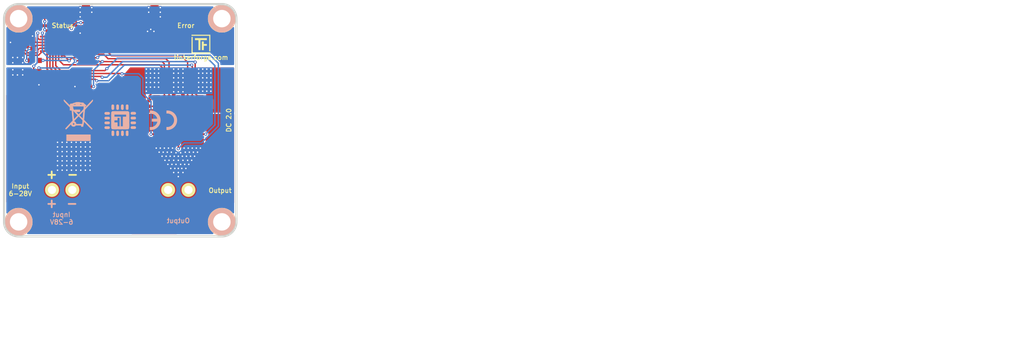
<source format=kicad_pcb>
(kicad_pcb (version 20171130) (host pcbnew 5.1.6-c6e7f7d~87~ubuntu20.04.1)

  (general
    (thickness 1.6)
    (drawings 22)
    (tracks 496)
    (zones 0)
    (modules 43)
    (nets 49)
  )

  (page A4)
  (title_block
    (title "DC Bricklet")
    (date 2020-10-06)
    (rev 2.0)
    (company "Tinkerforge GmbH")
    (comment 1 "Licensed under CERN OHL v.1.1")
    (comment 2 "Copyright (©) 2020, T.Schneidermann <tim@tinkerforge.com>")
  )

  (layers
    (0 F.Cu signal)
    (31 B.Cu signal)
    (32 B.Adhes user)
    (33 F.Adhes user)
    (34 B.Paste user)
    (35 F.Paste user)
    (36 B.SilkS user)
    (37 F.SilkS user)
    (38 B.Mask user)
    (39 F.Mask user)
    (40 Dwgs.User user)
    (41 Cmts.User user)
    (42 Eco1.User user)
    (43 Eco2.User user)
    (44 Edge.Cuts user)
    (45 Margin user)
    (46 B.CrtYd user)
    (47 F.CrtYd user)
    (48 B.Fab user)
    (49 F.Fab user)
  )

  (setup
    (last_trace_width 0.25)
    (user_trace_width 0.25)
    (user_trace_width 0.3)
    (user_trace_width 0.4)
    (user_trace_width 0.5)
    (user_trace_width 0.8)
    (trace_clearance 0.15)
    (zone_clearance 0.2)
    (zone_45_only no)
    (trace_min 0.15)
    (via_size 0.55)
    (via_drill 0.25)
    (via_min_size 0.4)
    (via_min_drill 0.25)
    (user_via 0.7 0.3)
    (uvia_size 0.3)
    (uvia_drill 0.1)
    (uvias_allowed no)
    (uvia_min_size 0.2)
    (uvia_min_drill 0.1)
    (edge_width 0.381)
    (segment_width 0.381)
    (pcb_text_width 0.3048)
    (pcb_text_size 1.524 2.032)
    (mod_edge_width 0.381)
    (mod_text_size 1.524 1.524)
    (mod_text_width 0.3048)
    (pad_size 0.8001 0.8001)
    (pad_drill 0.6)
    (pad_to_mask_clearance 0)
    (solder_mask_min_width 0.25)
    (aux_axis_origin 100 100)
    (grid_origin 100 100)
    (visible_elements FFFFFF7F)
    (pcbplotparams
      (layerselection 0x00010_00000000)
      (usegerberextensions false)
      (usegerberattributes false)
      (usegerberadvancedattributes false)
      (creategerberjobfile false)
      (excludeedgelayer true)
      (linewidth 0.050000)
      (plotframeref false)
      (viasonmask false)
      (mode 1)
      (useauxorigin false)
      (hpglpennumber 1)
      (hpglpenspeed 20)
      (hpglpendiameter 15.000000)
      (psnegative false)
      (psa4output false)
      (plotreference false)
      (plotvalue false)
      (plotinvisibletext false)
      (padsonsilk false)
      (subtractmaskfromsilk false)
      (outputformat 1)
      (mirror false)
      (drillshape 0)
      (scaleselection 1)
      (outputdirectory "/tmp/"))
  )

  (net 0 "")
  (net 1 GND)
  (net 2 VCC)
  (net 3 "Net-(C102-Pad2)")
  (net 4 "Net-(D101-Pad2)")
  (net 5 +5V)
  (net 6 "Net-(P101-Pad4)")
  (net 7 "Net-(P101-Pad5)")
  (net 8 "Net-(P101-Pad6)")
  (net 9 "Net-(P102-Pad1)")
  (net 10 "Net-(P103-Pad2)")
  (net 11 "Net-(R101-Pad1)")
  (net 12 "Net-(RP1-Pad7)")
  (net 13 "Net-(RP1-Pad6)")
  (net 14 S-MISO)
  (net 15 S-MOSI)
  (net 16 S-CLK)
  (net 17 S-CS)
  (net 18 "Net-(U101-Pad4)")
  (net 19 "Net-(U101-Pad5)")
  (net 20 PWR-FB)
  (net 21 AGND)
  (net 22 "Net-(C3-Pad2)")
  (net 23 "Net-(D2-Pad2)")
  (net 24 "Net-(P1-Pad2)")
  (net 25 "Net-(P2-Pad2)")
  (net 26 "Net-(P2-Pad1)")
  (net 27 "Net-(R1-Pad2)")
  (net 28 PWR-EN)
  (net 29 "Net-(R2-Pad1)")
  (net 30 PWR-VEXT)
  (net 31 PWR-STATUS)
  (net 32 PWR-D2)
  (net 33 PWR-D1)
  (net 34 PWR-IN2)
  (net 35 PWR-IN1)
  (net 36 "Net-(RP1-Pad5)")
  (net 37 "Net-(RP1-Pad8)")
  (net 38 "Net-(RP2-Pad8)")
  (net 39 "Net-(RP2-Pad7)")
  (net 40 "Net-(RP2-Pad6)")
  (net 41 PWR-SLEW)
  (net 42 PWR-INV)
  (net 43 "Net-(U1-Pad9)")
  (net 44 "Net-(U101-Pad21)")
  (net 45 3V3)
  (net 46 "Net-(U101-Pad3)")
  (net 47 "Net-(D3-Pad2)")
  (net 48 "Net-(R7-Pad1)")

  (net_class Default "This is the default net class."
    (clearance 0.15)
    (trace_width 0.2)
    (via_dia 0.55)
    (via_drill 0.25)
    (uvia_dia 0.3)
    (uvia_drill 0.1)
    (add_net +5V)
    (add_net 3V3)
    (add_net AGND)
    (add_net GND)
    (add_net "Net-(C102-Pad2)")
    (add_net "Net-(C3-Pad2)")
    (add_net "Net-(D101-Pad2)")
    (add_net "Net-(D2-Pad2)")
    (add_net "Net-(D3-Pad2)")
    (add_net "Net-(P1-Pad2)")
    (add_net "Net-(P101-Pad4)")
    (add_net "Net-(P101-Pad5)")
    (add_net "Net-(P101-Pad6)")
    (add_net "Net-(P102-Pad1)")
    (add_net "Net-(P103-Pad2)")
    (add_net "Net-(P2-Pad1)")
    (add_net "Net-(P2-Pad2)")
    (add_net "Net-(R1-Pad2)")
    (add_net "Net-(R101-Pad1)")
    (add_net "Net-(R2-Pad1)")
    (add_net "Net-(R7-Pad1)")
    (add_net "Net-(RP1-Pad5)")
    (add_net "Net-(RP1-Pad6)")
    (add_net "Net-(RP1-Pad7)")
    (add_net "Net-(RP1-Pad8)")
    (add_net "Net-(RP2-Pad6)")
    (add_net "Net-(RP2-Pad7)")
    (add_net "Net-(RP2-Pad8)")
    (add_net "Net-(U1-Pad9)")
    (add_net "Net-(U101-Pad21)")
    (add_net "Net-(U101-Pad3)")
    (add_net "Net-(U101-Pad4)")
    (add_net "Net-(U101-Pad5)")
    (add_net PWR-D1)
    (add_net PWR-D2)
    (add_net PWR-EN)
    (add_net PWR-FB)
    (add_net PWR-IN1)
    (add_net PWR-IN2)
    (add_net PWR-INV)
    (add_net PWR-SLEW)
    (add_net PWR-STATUS)
    (add_net PWR-VEXT)
    (add_net S-CLK)
    (add_net S-CS)
    (add_net S-MISO)
    (add_net S-MOSI)
    (add_net VCC)
  )

  (module kicad-libraries:Fiducial_Mark (layer F.Cu) (tedit 560531B0) (tstamp 5F7EF457)
    (at 132 138)
    (attr smd)
    (fp_text reference Fiducial_Mark (at 0 0) (layer F.SilkS) hide
      (effects (font (size 0.127 0.127) (thickness 0.03302)))
    )
    (fp_text value VAL** (at 0 -0.29972) (layer F.SilkS) hide
      (effects (font (size 0.127 0.127) (thickness 0.03302)))
    )
    (fp_circle (center 0 0) (end 1.15062 0) (layer Dwgs.User) (width 0.01016))
    (pad 1 smd circle (at 0 0) (size 1.00076 1.00076) (layers F.Cu F.Paste F.Mask)
      (clearance 0.65024))
  )

  (module kicad-libraries:Fiducial_Mark (layer F.Cu) (tedit 560531B0) (tstamp 5F7EF1D1)
    (at 107 138)
    (attr smd)
    (fp_text reference Fiducial_Mark (at 0 0) (layer F.SilkS) hide
      (effects (font (size 0.127 0.127) (thickness 0.03302)))
    )
    (fp_text value VAL** (at 0 -0.29972) (layer F.SilkS) hide
      (effects (font (size 0.127 0.127) (thickness 0.03302)))
    )
    (fp_circle (center 0 0) (end 1.15062 0) (layer Dwgs.User) (width 0.01016))
    (pad 1 smd circle (at 0 0) (size 1.00076 1.00076) (layers F.Cu F.Paste F.Mask)
      (clearance 0.65024))
  )

  (module kicad-libraries:Fiducial_Mark (layer F.Cu) (tedit 560531B0) (tstamp 5F7EF1B1)
    (at 130 107)
    (attr smd)
    (fp_text reference Fiducial_Mark (at 0 0) (layer F.SilkS) hide
      (effects (font (size 0.127 0.127) (thickness 0.03302)))
    )
    (fp_text value VAL** (at 0 -0.29972) (layer F.SilkS) hide
      (effects (font (size 0.127 0.127) (thickness 0.03302)))
    )
    (fp_circle (center 0 0) (end 1.15062 0) (layer Dwgs.User) (width 0.01016))
    (pad 1 smd circle (at 0 0) (size 1.00076 1.00076) (layers F.Cu F.Paste F.Mask)
      (clearance 0.65024))
  )

  (module kicad-libraries:Logo_31x31 (layer F.Cu) (tedit 0) (tstamp 5F7EED30)
    (at 133.9 106.9)
    (fp_text reference G*** (at 0 0) (layer F.SilkS) hide
      (effects (font (size 1.524 1.524) (thickness 0.3)))
    )
    (fp_text value LOGO (at 0.75 0) (layer F.SilkS) hide
      (effects (font (size 1.524 1.524) (thickness 0.3)))
    )
    (fp_poly (pts (xy -1.433286 1.42119) (xy 1.614714 1.42119) (xy 1.614714 1.608666) (xy -1.62681 1.608666)
      (xy -1.62681 -1.239762) (xy -1.433286 -1.239762) (xy -1.433286 1.42119)) (layer F.SilkS) (width 0.01))
    (fp_poly (pts (xy 1.614714 1.221619) (xy 1.427238 1.221619) (xy 1.427238 -1.439334) (xy -1.62681 -1.439334)
      (xy -1.62681 -1.62681) (xy 1.614714 -1.62681) (xy 1.614714 1.221619)) (layer F.SilkS) (width 0.01))
    (fp_poly (pts (xy 1.016 -0.701524) (xy -0.090715 -0.701524) (xy -0.090715 1.016) (xy -0.429381 1.016)
      (xy -0.429381 -0.701524) (xy -1.028096 -0.701524) (xy -1.028096 -1.034143) (xy 1.016 -1.034143)
      (xy 1.016 -0.701524)) (layer F.SilkS) (width 0.01))
    (fp_poly (pts (xy 0.483809 -0.030238) (xy 1.016 -0.030238) (xy 1.016 0.27819) (xy 0.483809 0.27819)
      (xy 0.483809 1.016) (xy 0.145142 1.016) (xy 0.145142 -0.459619) (xy 0.483809 -0.459619)
      (xy 0.483809 -0.030238)) (layer F.SilkS) (width 0.01))
  )

  (module kicad-libraries:R0603F (layer F.Cu) (tedit 58F5DD02) (tstamp 5F7C61C7)
    (at 113.9 114.2 180)
    (path /5F7EBC18)
    (attr smd)
    (fp_text reference R2 (at 0.05 0.225) (layer F.Fab)
      (effects (font (size 0.2 0.2) (thickness 0.05)))
    )
    (fp_text value 220 (at 0.05 -0.375) (layer F.Fab)
      (effects (font (size 0.2 0.2) (thickness 0.05)))
    )
    (fp_line (start -1.45034 0.65024) (end -1.45034 -0.65024) (layer F.Fab) (width 0.001))
    (fp_line (start 1.45034 0.65024) (end -1.45034 0.65024) (layer F.Fab) (width 0.001))
    (fp_line (start 1.45034 -0.65024) (end 1.45034 0.65024) (layer F.Fab) (width 0.001))
    (fp_line (start -1.45034 -0.65024) (end 1.45034 -0.65024) (layer F.Fab) (width 0.001))
    (pad 2 smd rect (at 0.75 0 180) (size 0.9 0.9) (layers F.Cu F.Paste F.Mask)
      (net 21 AGND))
    (pad 1 smd rect (at -0.75 0 180) (size 0.9 0.9) (layers F.Cu F.Paste F.Mask)
      (net 29 "Net-(R2-Pad1)"))
    (model Resistors_SMD/R_0603.wrl
      (at (xyz 0 0 0))
      (scale (xyz 1 1 1))
      (rotate (xyz 0 0 0))
    )
  )

  (module kicad-libraries:R0402F (layer F.Cu) (tedit 5A0C5AF6) (tstamp 5F7C61BD)
    (at 125 117.1 270)
    (path /5F7EBBE7)
    (fp_text reference R1 (at 0.1 0.15 90) (layer F.Fab)
      (effects (font (size 0.2 0.2) (thickness 0.05)))
    )
    (fp_text value 1k (at 0 -0.15 90) (layer F.Fab)
      (effects (font (size 0.2 0.2) (thickness 0.05)))
    )
    (fp_line (start -0.9 0.45) (end -0.9 -0.45) (layer F.Fab) (width 0.025))
    (fp_line (start 0.9 0.45) (end -0.9 0.45) (layer F.Fab) (width 0.025))
    (fp_line (start 0.9 -0.45) (end 0.9 0.45) (layer F.Fab) (width 0.025))
    (fp_line (start -0.9 -0.45) (end 0.9 -0.45) (layer F.Fab) (width 0.025))
    (pad 1 smd rect (at -0.5 0 270) (size 0.6 0.7) (layers F.Cu F.Paste F.Mask)
      (net 28 PWR-EN))
    (pad 2 smd rect (at 0.5 0 270) (size 0.6 0.7) (layers F.Cu F.Paste F.Mask)
      (net 27 "Net-(R1-Pad2)"))
    (model Resistors_SMD/R_0402.wrl
      (at (xyz 0 0 0))
      (scale (xyz 1 1 1))
      (rotate (xyz 0 0 0))
    )
  )

  (module kicad-libraries:WEEE_7mm (layer B.Cu) (tedit 5922FFAE) (tstamp 5EF0ADBB)
    (at 112.8 120 180)
    (fp_text reference VAL (at 0 0) (layer B.SilkS) hide
      (effects (font (size 0.2 0.2) (thickness 0.05)) (justify mirror))
    )
    (fp_text value WEEE_7mm (at 0.75 0) (layer B.SilkS) hide
      (effects (font (size 0.2 0.2) (thickness 0.05)) (justify mirror))
    )
    (fp_poly (pts (xy 2.482863 3.409859) (xy 2.480804 3.376179) (xy 2.471206 3.341837) (xy 2.44964 3.301407)
      (xy 2.411675 3.249463) (xy 2.352883 3.180577) (xy 2.268835 3.089322) (xy 2.155101 2.970274)
      (xy 2.007251 2.818004) (xy 1.961444 2.771041) (xy 1.439333 2.23603) (xy 1.439333 1.978793)
      (xy 1.439333 1.721555) (xy 1.298222 1.721555) (xy 1.298222 1.994947) (xy 1.298222 2.099005)
      (xy 1.213555 2.017889) (xy 1.160676 1.962169) (xy 1.131131 1.921219) (xy 1.128889 1.913831)
      (xy 1.153434 1.897717) (xy 1.212566 1.89089) (xy 1.213555 1.890889) (xy 1.269418 1.895963)
      (xy 1.29309 1.922356) (xy 1.298206 1.986828) (xy 1.298222 1.994947) (xy 1.298222 1.721555)
      (xy 1.28539 1.721555) (xy 1.241376 1.723224) (xy 1.205837 1.724651) (xy 1.177386 1.720468)
      (xy 1.154636 1.705309) (xy 1.136199 1.673804) (xy 1.120687 1.620585) (xy 1.106713 1.540286)
      (xy 1.092889 1.427539) (xy 1.077827 1.276974) (xy 1.060141 1.083225) (xy 1.038443 0.840924)
      (xy 1.028031 0.725936) (xy 1.016 0.593851) (xy 1.016 2.342444) (xy 1.016 2.427111)
      (xy 0.964919 2.427111) (xy 0.964919 2.654131) (xy 0.96044 2.665934) (xy 0.910629 2.701752)
      (xy 0.825292 2.742703) (xy 0.723934 2.781372) (xy 0.626061 2.810345) (xy 0.551179 2.822208)
      (xy 0.549274 2.822222) (xy 0.494484 2.808563) (xy 0.479778 2.765778) (xy 0.476666 2.742735)
      (xy 0.461334 2.726991) (xy 0.424786 2.717163) (xy 0.358027 2.711867) (xy 0.252063 2.709719)
      (xy 0.239909 2.709686) (xy 0.239909 2.892647) (xy 0.233665 2.897338) (xy 0.218722 2.899226)
      (xy 0.112749 2.903792) (xy 0.007055 2.899226) (xy -0.017767 2.894178) (xy 0.007962 2.890336)
      (xy 0.078354 2.888317) (xy 0.112889 2.888155) (xy 0.197687 2.889381) (xy 0.239909 2.892647)
      (xy 0.239909 2.709686) (xy 0.112889 2.709333) (xy -0.254 2.709333) (xy -0.254 2.782537)
      (xy -0.256796 2.824575) (xy -0.274517 2.843911) (xy -0.321168 2.845575) (xy -0.402167 2.835755)
      (xy -0.502773 2.820747) (xy -0.559752 2.80431) (xy -0.585498 2.778111) (xy -0.592403 2.733815)
      (xy -0.592667 2.707668) (xy -0.592667 2.624667) (xy 0.201011 2.624667) (xy 0.434757 2.624964)
      (xy 0.617649 2.62606) (xy 0.755277 2.628256) (xy 0.853229 2.631858) (xy 0.917094 2.637169)
      (xy 0.952461 2.644492) (xy 0.964919 2.654131) (xy 0.964919 2.427111) (xy 0.026103 2.427111)
      (xy -0.874889 2.427111) (xy -0.874889 2.652889) (xy -0.884518 2.680377) (xy -0.887335 2.681111)
      (xy -0.91143 2.661335) (xy -0.917222 2.652889) (xy -0.914985 2.626883) (xy -0.904777 2.624667)
      (xy -0.876038 2.645153) (xy -0.874889 2.652889) (xy -0.874889 2.427111) (xy -0.963793 2.427111)
      (xy -0.943537 2.166055) (xy -0.938094 2.087369) (xy -0.932714 2.024235) (xy -0.92321 1.970393)
      (xy -0.905395 1.919583) (xy -0.875081 1.865545) (xy -0.828081 1.802019) (xy -0.760208 1.722746)
      (xy -0.667273 1.621464) (xy -0.54509 1.491915) (xy -0.389471 1.327837) (xy -0.366889 1.303985)
      (xy -0.042333 0.961041) (xy 0.205281 1.207243) (xy 0.452896 1.453444) (xy 0.099448 1.461343)
      (xy -0.254 1.469242) (xy -0.254 1.623621) (xy -0.254 1.778) (xy 0.183444 1.778)
      (xy 0.620889 1.778) (xy 0.620889 1.701353) (xy 0.622969 1.664993) (xy 0.634687 1.65375)
      (xy 0.664256 1.671682) (xy 0.719893 1.722845) (xy 0.776111 1.778) (xy 0.854414 1.857186)
      (xy 0.900636 1.914327) (xy 0.92323 1.966659) (xy 0.930646 2.031417) (xy 0.931333 2.094536)
      (xy 0.934803 2.190842) (xy 0.947055 2.241675) (xy 0.97085 2.257681) (xy 0.973667 2.257778)
      (xy 1.007275 2.28302) (xy 1.016 2.342444) (xy 1.016 0.593851) (xy 0.954054 -0.086239)
      (xy 1.34486 -0.498024) (xy 1.555216 -0.719617) (xy 1.729916 -0.903769) (xy 1.872041 -1.054091)
      (xy 1.984676 -1.174196) (xy 2.070901 -1.267694) (xy 2.133801 -1.338196) (xy 2.176457 -1.389314)
      (xy 2.201952 -1.424658) (xy 2.21337 -1.447841) (xy 2.213792 -1.462473) (xy 2.206301 -1.472165)
      (xy 2.19398 -1.480529) (xy 2.187398 -1.485028) (xy 2.139541 -1.515553) (xy 2.118022 -1.524)
      (xy 2.094879 -1.504317) (xy 2.039069 -1.449218) (xy 1.956356 -1.364626) (xy 1.852504 -1.256463)
      (xy 1.733278 -1.130652) (xy 1.678916 -1.072812) (xy 1.255889 -0.621625) (xy 1.239947 -0.712979)
      (xy 1.197516 -0.849251) (xy 1.119827 -0.950313) (xy 1.079557 -0.982306) (xy 1.017977 -1.011638)
      (xy 1.017977 -0.632978) (xy 0.995676 -0.556992) (xy 0.945013 -0.49721) (xy 0.945013 1.715394)
      (xy 0.94482 1.716067) (xy 0.923395 1.700567) (xy 0.870211 1.651048) (xy 0.792165 1.57462)
      (xy 0.696154 1.478392) (xy 0.589075 1.369476) (xy 0.477826 1.254981) (xy 0.369303 1.142017)
      (xy 0.270405 1.037695) (xy 0.188029 0.949124) (xy 0.129071 0.883415) (xy 0.100429 0.847678)
      (xy 0.098778 0.843916) (xy 0.117043 0.81413) (xy 0.166773 0.753937) (xy 0.240369 0.67125)
      (xy 0.330231 0.573984) (xy 0.42876 0.470051) (xy 0.528358 0.367365) (xy 0.621424 0.273839)
      (xy 0.70036 0.197387) (xy 0.757566 0.145921) (xy 0.785443 0.127355) (xy 0.786505 0.12776)
      (xy 0.793707 0.159396) (xy 0.805121 0.239895) (xy 0.819901 0.361901) (xy 0.837205 0.51806)
      (xy 0.856186 0.701015) (xy 0.876002 0.903411) (xy 0.878183 0.926402) (xy 0.897143 1.129855)
      (xy 0.913788 1.314176) (xy 0.927509 1.472128) (xy 0.937694 1.596473) (xy 0.943732 1.679974)
      (xy 0.945013 1.715394) (xy 0.945013 -0.49721) (xy 0.944024 -0.496043) (xy 0.871243 -0.460602)
      (xy 0.785555 -0.461141) (xy 0.764432 -0.470982) (xy 0.764432 -0.168896) (xy 0.745079 -0.120107)
      (xy 0.697438 -0.051745) (xy 0.618576 0.041481) (xy 0.505557 0.164861) (xy 0.374559 0.303585)
      (xy -0.041854 0.741711) (xy -0.132242 0.647751) (xy -0.132242 0.841738) (xy -0.508984 1.238599)
      (xy -0.625421 1.36067) (xy -0.727784 1.466874) (xy -0.810087 1.55109) (xy -0.866341 1.607198)
      (xy -0.89056 1.629078) (xy -0.891025 1.629119) (xy -0.890844 1.599805) (xy -0.886195 1.523686)
      (xy -0.877886 1.410152) (xy -0.866727 1.268597) (xy -0.853528 1.108412) (xy -0.839099 0.938988)
      (xy -0.824249 0.769717) (xy -0.809789 0.60999) (xy -0.796527 0.4692) (xy -0.785274 0.356738)
      (xy -0.776839 0.281995) (xy -0.772591 0.25543) (xy -0.74805 0.256656) (xy -0.687291 0.300651)
      (xy -0.590212 0.387499) (xy -0.456711 0.517286) (xy -0.445848 0.528132) (xy -0.132242 0.841738)
      (xy -0.132242 0.647751) (xy -0.403136 0.366149) (xy -0.532757 0.230252) (xy -0.62722 0.127772)
      (xy -0.691435 0.052372) (xy -0.730313 -0.002286) (xy -0.748765 -0.04254) (xy -0.751699 -0.074729)
      (xy -0.750572 -0.082317) (xy -0.742402 -0.14269) (xy -0.732359 -0.241951) (xy -0.722136 -0.362656)
      (xy -0.718145 -0.416278) (xy -0.699563 -0.677333) (xy -0.138115 -0.677333) (xy 0.423333 -0.677333)
      (xy 0.423333 -0.584835) (xy 0.449981 -0.463491) (xy 0.523642 -0.355175) (xy 0.63489 -0.272054)
      (xy 0.682126 -0.250719) (xy 0.73002 -0.228911) (xy 0.758434 -0.2034) (xy 0.764432 -0.168896)
      (xy 0.764432 -0.470982) (xy 0.711835 -0.495489) (xy 0.659024 -0.562819) (xy 0.647539 -0.649049)
      (xy 0.676635 -0.735445) (xy 0.723473 -0.788174) (xy 0.784468 -0.828555) (xy 0.830825 -0.846601)
      (xy 0.832555 -0.846667) (xy 0.877213 -0.830394) (xy 0.938072 -0.790949) (xy 0.941638 -0.788174)
      (xy 1.002705 -0.713529) (xy 1.017977 -0.632978) (xy 1.017977 -1.011638) (xy 0.949842 -1.044093)
      (xy 0.810166 -1.060981) (xy 0.675259 -1.034339) (xy 0.559855 -0.965538) (xy 0.525993 -0.9308)
      (xy 0.455199 -0.846667) (xy -0.0264 -0.846667) (xy -0.508 -0.846667) (xy -0.508 -0.959556)
      (xy -0.508 -1.072445) (xy -0.649111 -1.072445) (xy -0.790222 -1.072445) (xy -0.790222 -0.975954)
      (xy -0.803072 -0.881747) (xy -0.831861 -0.799565) (xy -0.85235 -0.735143) (xy -0.871496 -0.630455)
      (xy -0.886633 -0.501661) (xy -0.8916 -0.437445) (xy -0.909702 -0.155222) (xy -1.596125 -0.853722)
      (xy -1.756866 -1.017004) (xy -1.904817 -1.166738) (xy -2.035402 -1.29834) (xy -2.144049 -1.407222)
      (xy -2.226183 -1.4888) (xy -2.277232 -1.538486) (xy -2.292741 -1.552222) (xy -2.318618 -1.535182)
      (xy -2.3368 -1.518356) (xy -2.366614 -1.474736) (xy -2.370667 -1.458297) (xy -2.351653 -1.432751)
      (xy -2.297528 -1.371534) (xy -2.212667 -1.27931) (xy -2.101445 -1.160741) (xy -1.968236 -1.020491)
      (xy -1.817416 -0.863223) (xy -1.653359 -0.693601) (xy -1.649999 -0.690141) (xy -0.929331 0.051823)
      (xy -1.000888 0.874398) (xy -1.019193 1.08713) (xy -1.035769 1.284177) (xy -1.049992 1.457782)
      (xy -1.061239 1.600189) (xy -1.068889 1.70364) (xy -1.072318 1.760379) (xy -1.072445 1.765937)
      (xy -1.083169 1.796856) (xy -1.117145 1.848518) (xy -1.177081 1.924038) (xy -1.265681 2.026535)
      (xy -1.385653 2.159123) (xy -1.539703 2.324921) (xy -1.730537 2.527044) (xy -1.763174 2.561396)
      (xy -1.94576 2.753708) (xy -2.093058 2.909847) (xy -2.208848 3.034377) (xy -2.296909 3.131865)
      (xy -2.361021 3.206878) (xy -2.404962 3.263981) (xy -2.432513 3.30774) (xy -2.447452 3.342721)
      (xy -2.453559 3.373491) (xy -2.454619 3.396775) (xy -2.455333 3.505661) (xy -2.136329 3.170998)
      (xy -2.000627 3.028421) (xy -1.842494 2.861938) (xy -1.678217 2.688716) (xy -1.524082 2.52592)
      (xy -1.466152 2.46464) (xy -1.354055 2.346541) (xy -1.256193 2.244484) (xy -1.178749 2.164831)
      (xy -1.127907 2.113947) (xy -1.109886 2.09804) (xy -1.109577 2.126426) (xy -1.113821 2.195386)
      (xy -1.12076 2.279234) (xy -1.130834 2.37523) (xy -1.143684 2.427922) (xy -1.166434 2.45028)
      (xy -1.206208 2.455276) (xy -1.217475 2.455333) (xy -1.274769 2.462802) (xy -1.295863 2.497097)
      (xy -1.298222 2.54) (xy -1.290268 2.600887) (xy -1.25796 2.622991) (xy -1.232974 2.624667)
      (xy -1.165809 2.649307) (xy -1.106569 2.707387) (xy -1.038059 2.780849) (xy -0.96015 2.840472)
      (xy -0.90268 2.886543) (xy -0.87527 2.932359) (xy -0.874889 2.936944) (xy -0.866717 2.958171)
      (xy -0.836053 2.973488) (xy -0.773676 2.98482) (xy -0.670366 2.994091) (xy -0.571902 3.000209)
      (xy -0.444753 3.009947) (xy -0.342774 3.022633) (xy -0.277341 3.036575) (xy -0.259106 3.046795)
      (xy -0.227621 3.061127) (xy -0.152899 3.071083) (xy -0.047962 3.076818) (xy 0.074164 3.078489)
      (xy 0.200456 3.076251) (xy 0.31789 3.07026) (xy 0.41344 3.060673) (xy 0.474084 3.047645)
      (xy 0.488466 3.037844) (xy 0.523084 3.012128) (xy 0.59531 2.989452) (xy 0.645346 2.980608)
      (xy 0.752526 2.955733) (xy 0.873538 2.912358) (xy 0.942299 2.880321) (xy 1.046225 2.831835)
      (xy 1.128071 2.811654) (xy 1.210866 2.814154) (xy 1.212404 2.814358) (xy 1.324381 2.811082)
      (xy 1.398504 2.765955) (xy 1.435053 2.678737) (xy 1.439333 2.621893) (xy 1.416263 2.519845)
      (xy 1.351912 2.452433) (xy 1.25357 2.427141) (xy 1.249609 2.427111) (xy 1.20332 2.41653)
      (xy 1.186549 2.373932) (xy 1.185333 2.342444) (xy 1.192841 2.282987) (xy 1.210931 2.257784)
      (xy 1.211244 2.257778) (xy 1.236778 2.277108) (xy 1.296879 2.331881) (xy 1.386564 2.417269)
      (xy 1.500846 2.528446) (xy 1.634743 2.660585) (xy 1.783269 2.808858) (xy 1.859662 2.885722)
      (xy 2.48217 3.513666) (xy 2.482863 3.409859)) (layer B.SilkS) (width 0.1))
    (fp_poly (pts (xy 2.032 -3.527778) (xy -0.014111 -3.527778) (xy -2.060222 -3.527778) (xy -2.060222 -3.019778)
      (xy -2.060222 -2.511778) (xy -0.014111 -2.511778) (xy 2.032 -2.511778) (xy 2.032 -3.019778)
      (xy 2.032 -3.527778)) (layer B.SilkS) (width 0.1))
  )

  (module kicad-libraries:Logo_CoMCU (layer B.Cu) (tedit 0) (tstamp 5EF0AC8D)
    (at 120 120 180)
    (fp_text reference G*** (at 0 0 180) (layer B.SilkS) hide
      (effects (font (size 1.524 1.524) (thickness 0.3)) (justify mirror))
    )
    (fp_text value LOGO (at 0.75 0 180) (layer B.SilkS) hide
      (effects (font (size 1.524 1.524) (thickness 0.3)) (justify mirror))
    )
    (fp_poly (pts (xy 1.302426 2.714986) (xy 1.385193 2.695173) (xy 1.448716 2.651032) (xy 1.488807 2.593596)
      (xy 1.498765 2.569721) (xy 1.506035 2.53964) (xy 1.511013 2.498405) (xy 1.514092 2.441067)
      (xy 1.515668 2.362679) (xy 1.516135 2.258293) (xy 1.516136 2.25083) (xy 1.515342 2.133571)
      (xy 1.512268 2.042957) (xy 1.505877 1.974396) (xy 1.495131 1.923296) (xy 1.478993 1.885065)
      (xy 1.456425 1.855112) (xy 1.426389 1.828844) (xy 1.419657 1.82382) (xy 1.360147 1.796527)
      (xy 1.287294 1.78604) (xy 1.214634 1.793205) (xy 1.17262 1.808396) (xy 1.1267 1.841315)
      (xy 1.086441 1.884441) (xy 1.082743 1.889727) (xy 1.070561 1.909422) (xy 1.061539 1.930044)
      (xy 1.055203 1.956406) (xy 1.051082 1.993318) (xy 1.048701 2.045592) (xy 1.047589 2.118039)
      (xy 1.047272 2.215471) (xy 1.047262 2.25083) (xy 1.04743 2.356825) (xy 1.04825 2.436369)
      (xy 1.050194 2.494275) (xy 1.053736 2.535355) (xy 1.059347 2.56442) (xy 1.067501 2.58628)
      (xy 1.078671 2.605748) (xy 1.082743 2.611934) (xy 1.141092 2.67366) (xy 1.214652 2.708374)
      (xy 1.301301 2.715081) (xy 1.302426 2.714986)) (layer B.SilkS) (width 0.01))
    (fp_poly (pts (xy 0.512077 2.712) (xy 0.582008 2.681693) (xy 0.641477 2.626914) (xy 0.652273 2.611934)
      (xy 0.664483 2.59219) (xy 0.673516 2.571519) (xy 0.679849 2.545095) (xy 0.683958 2.508088)
      (xy 0.686317 2.455671) (xy 0.687404 2.383015) (xy 0.687693 2.285292) (xy 0.687696 2.252427)
      (xy 0.687423 2.145625) (xy 0.686374 2.065279) (xy 0.684129 2.006584) (xy 0.680271 1.964739)
      (xy 0.67438 1.934938) (xy 0.666039 1.912377) (xy 0.656577 1.895088) (xy 0.601994 1.833255)
      (xy 0.531919 1.795152) (xy 0.453186 1.782627) (xy 0.372631 1.79753) (xy 0.343633 1.810418)
      (xy 0.29221 1.851946) (xy 0.254 1.907514) (xy 0.241212 1.934594) (xy 0.231952 1.962009)
      (xy 0.225657 1.995261) (xy 0.221762 2.039848) (xy 0.219706 2.101273) (xy 0.218923 2.185035)
      (xy 0.218831 2.25083) (xy 0.219105 2.351262) (xy 0.220303 2.425934) (xy 0.222988 2.480348)
      (xy 0.227723 2.520004) (xy 0.235073 2.550403) (xy 0.245601 2.577045) (xy 0.254 2.594146)
      (xy 0.302646 2.658908) (xy 0.366082 2.700325) (xy 0.437997 2.718116) (xy 0.512077 2.712)) (layer B.SilkS) (width 0.01))
    (fp_poly (pts (xy -0.256169 2.694381) (xy -0.195331 2.645892) (xy -0.160215 2.594146) (xy -0.147427 2.567067)
      (xy -0.138167 2.539651) (xy -0.131871 2.5064) (xy -0.127977 2.461813) (xy -0.12592 2.400388)
      (xy -0.125138 2.316626) (xy -0.125046 2.25083) (xy -0.12532 2.150399) (xy -0.126518 2.075727)
      (xy -0.129203 2.021313) (xy -0.133938 1.981657) (xy -0.141288 1.951258) (xy -0.151815 1.924616)
      (xy -0.160215 1.907514) (xy -0.208103 1.844368) (xy -0.272338 1.801786) (xy -0.345588 1.782004)
      (xy -0.420518 1.787259) (xy -0.476738 1.810989) (xy -0.511115 1.83266) (xy -0.537413 1.85267)
      (xy -0.556714 1.875372) (xy -0.570101 1.905118) (xy -0.578655 1.946261) (xy -0.583458 2.003154)
      (xy -0.585592 2.080149) (xy -0.586138 2.181599) (xy -0.586153 2.251212) (xy -0.586153 2.592189)
      (xy -0.547077 2.63401) (xy -0.478495 2.688414) (xy -0.40339 2.716223) (xy -0.327402 2.718018)
      (xy -0.256169 2.694381)) (layer B.SilkS) (width 0.01))
    (fp_poly (pts (xy -1.127911 2.708395) (xy -1.067189 2.688788) (xy -1.052315 2.679565) (xy -1.020001 2.653051)
      (xy -0.995529 2.624111) (xy -0.977836 2.588125) (xy -0.965857 2.540477) (xy -0.958528 2.476546)
      (xy -0.954784 2.391713) (xy -0.953562 2.28136) (xy -0.953525 2.25083) (xy -0.954319 2.133571)
      (xy -0.957393 2.042957) (xy -0.963784 1.974396) (xy -0.97453 1.923296) (xy -0.990669 1.885065)
      (xy -1.013237 1.855112) (xy -1.043272 1.828844) (xy -1.050005 1.82382) (xy -1.109476 1.796533)
      (xy -1.182194 1.786027) (xy -1.254505 1.793159) (xy -1.296242 1.808396) (xy -1.333922 1.829753)
      (xy -1.362661 1.851947) (xy -1.383742 1.879412) (xy -1.39845 1.916584) (xy -1.408067 1.967897)
      (xy -1.413877 2.037786) (xy -1.417164 2.130686) (xy -1.418952 2.232388) (xy -1.419999 2.351896)
      (xy -1.418685 2.444662) (xy -1.414052 2.515174) (xy -1.405143 2.56792) (xy -1.391001 2.607389)
      (xy -1.370668 2.638067) (xy -1.343187 2.664444) (xy -1.323561 2.679565) (xy -1.268905 2.703784)
      (xy -1.199418 2.713394) (xy -1.127911 2.708395)) (layer B.SilkS) (width 0.01))
    (fp_poly (pts (xy -2.150399 1.437756) (xy -2.075727 1.436559) (xy -2.021313 1.433874) (xy -1.981657 1.429138)
      (xy -1.951258 1.421788) (xy -1.924616 1.411261) (xy -1.907514 1.402861) (xy -1.840944 1.353392)
      (xy -1.798796 1.28934) (xy -1.781652 1.216339) (xy -1.790093 1.140029) (xy -1.8247 1.066045)
      (xy -1.867614 1.016) (xy -1.882402 1.002906) (xy -1.897905 0.99306) (xy -1.918613 0.985926)
      (xy -1.949016 0.980971) (xy -1.993602 0.97766) (xy -2.056862 0.975459) (xy -2.143285 0.973835)
      (xy -2.232515 0.972585) (xy -2.341844 0.971309) (xy -2.424559 0.971039) (xy -2.485298 0.972112)
      (xy -2.528702 0.974867) (xy -2.559409 0.97964) (xy -2.582059 0.98677) (xy -2.601291 0.996593)
      (xy -2.606573 0.999796) (xy -2.668381 1.054024) (xy -2.705999 1.120889) (xy -2.719624 1.194084)
      (xy -2.709448 1.267303) (xy -2.675667 1.334239) (xy -2.618474 1.388585) (xy -2.594146 1.402861)
      (xy -2.567067 1.415649) (xy -2.539651 1.424909) (xy -2.5064 1.431205) (xy -2.461813 1.435099)
      (xy -2.400388 1.437156) (xy -2.316626 1.437938) (xy -2.25083 1.43803) (xy -2.150399 1.437756)) (layer B.SilkS) (width 0.01))
    (fp_poly (pts (xy 2.358119 1.422191) (xy 2.437377 1.421379) (xy 2.495031 1.419428) (xy 2.535908 1.415862)
      (xy 2.564837 1.410207) (xy 2.586646 1.401986) (xy 2.606162 1.390723) (xy 2.611935 1.386919)
      (xy 2.672005 1.330519) (xy 2.707542 1.262302) (xy 2.718829 1.188581) (xy 2.706147 1.115669)
      (xy 2.669779 1.049879) (xy 2.610005 0.997526) (xy 2.594147 0.988646) (xy 2.567241 0.975881)
      (xy 2.540302 0.966688) (xy 2.507831 0.960531) (xy 2.464326 0.956876) (xy 2.404287 0.955186)
      (xy 2.322212 0.954926) (xy 2.251427 0.95529) (xy 2.159967 0.956316) (xy 2.077762 0.958029)
      (xy 2.010598 0.960245) (xy 1.96426 0.962782) (xy 1.946031 0.96493) (xy 1.877178 0.996275)
      (xy 1.826727 1.047211) (xy 1.795417 1.111533) (xy 1.783992 1.183036) (xy 1.793192 1.255516)
      (xy 1.823759 1.322767) (xy 1.876435 1.378584) (xy 1.895088 1.391223) (xy 1.915263 1.402008)
      (xy 1.938543 1.409983) (xy 1.969733 1.415566) (xy 2.013636 1.419174) (xy 2.075056 1.421228)
      (xy 2.158797 1.422144) (xy 2.252427 1.422341) (xy 2.358119 1.422191)) (layer B.SilkS) (width 0.01))
    (fp_poly (pts (xy 2.357374 0.601529) (xy 2.43751 0.600481) (xy 2.496093 0.598215) (xy 2.537977 0.594308)
      (xy 2.568013 0.588335) (xy 2.591056 0.579873) (xy 2.608571 0.570523) (xy 2.669584 0.518266)
      (xy 2.706549 0.451671) (xy 2.719059 0.376852) (xy 2.706708 0.299927) (xy 2.669088 0.22701)
      (xy 2.634047 0.187569) (xy 2.6193 0.174481) (xy 2.603917 0.164655) (xy 2.583408 0.157574)
      (xy 2.553287 0.152717) (xy 2.509065 0.149566) (xy 2.446254 0.147602) (xy 2.360367 0.146306)
      (xy 2.269147 0.145374) (xy 2.170628 0.144855) (xy 2.081921 0.145205) (xy 2.008084 0.146337)
      (xy 1.954174 0.148165) (xy 1.925249 0.150604) (xy 1.922585 0.151271) (xy 1.894516 0.167908)
      (xy 1.862484 0.193466) (xy 1.81129 0.258281) (xy 1.785613 0.332225) (xy 1.784979 0.408642)
      (xy 1.808912 0.480878) (xy 1.856939 0.54228) (xy 1.88908 0.566369) (xy 1.910311 0.578597)
      (xy 1.932303 0.587634) (xy 1.959961 0.593962) (xy 1.99819 0.59806) (xy 2.051895 0.600409)
      (xy 2.125983 0.601488) (xy 2.225358 0.601779) (xy 2.250831 0.601784) (xy 2.357374 0.601529)) (layer B.SilkS) (width 0.01))
    (fp_poly (pts (xy -2.137202 0.609403) (xy -2.059333 0.608536) (xy -2.002899 0.60648) (xy -1.962986 0.602738)
      (xy -1.934681 0.596816) (xy -1.91307 0.588218) (xy -1.893242 0.576449) (xy -1.889727 0.574119)
      (xy -1.828001 0.51577) (xy -1.793286 0.44221) (xy -1.78658 0.355561) (xy -1.786675 0.354435)
      (xy -1.806488 0.271668) (xy -1.850628 0.208146) (xy -1.908065 0.168055) (xy -1.93194 0.158097)
      (xy -1.962021 0.150827) (xy -2.003256 0.145849) (xy -2.060594 0.142769) (xy -2.138981 0.141193)
      (xy -2.243367 0.140727) (xy -2.25083 0.140725) (xy -2.356997 0.141136) (xy -2.436857 0.142631)
      (xy -2.49536 0.145606) (xy -2.537452 0.150454) (xy -2.568083 0.157571) (xy -2.592199 0.16735)
      (xy -2.593596 0.168055) (xy -2.656549 0.211659) (xy -2.69457 0.268165) (xy -2.710814 0.343095)
      (xy -2.711938 0.375138) (xy -2.702661 0.457928) (xy -2.672725 0.520337) (xy -2.618976 0.567886)
      (xy -2.593596 0.582222) (xy -2.570158 0.592023) (xy -2.54065 0.599225) (xy -2.500224 0.604203)
      (xy -2.444036 0.607334) (xy -2.36724 0.608995) (xy -2.264989 0.60956) (xy -2.241419 0.609575)
      (xy -2.137202 0.609403)) (layer B.SilkS) (width 0.01))
    (fp_poly (pts (xy 2.356997 -0.219291) (xy 2.436858 -0.220786) (xy 2.49536 -0.22376) (xy 2.537453 -0.228609)
      (xy 2.568083 -0.235725) (xy 2.5922 -0.245504) (xy 2.593597 -0.246209) (xy 2.65655 -0.289813)
      (xy 2.694571 -0.34632) (xy 2.710814 -0.421249) (xy 2.711939 -0.453293) (xy 2.702661 -0.536083)
      (xy 2.672726 -0.598492) (xy 2.618977 -0.64604) (xy 2.593597 -0.660376) (xy 2.55349 -0.67205)
      (xy 2.488955 -0.680906) (xy 2.406699 -0.686944) (xy 2.313429 -0.690163) (xy 2.215851 -0.690564)
      (xy 2.120673 -0.688147) (xy 2.034601 -0.682911) (xy 1.964341 -0.674857) (xy 1.9166 -0.663985)
      (xy 1.908065 -0.660376) (xy 1.845112 -0.616772) (xy 1.807091 -0.560266) (xy 1.790848 -0.485336)
      (xy 1.789723 -0.453293) (xy 1.799001 -0.370503) (xy 1.828936 -0.308094) (xy 1.882685 -0.260545)
      (xy 1.908065 -0.246209) (xy 1.93194 -0.236252) (xy 1.962021 -0.228981) (xy 2.003257 -0.224003)
      (xy 2.060594 -0.220924) (xy 2.138982 -0.219348) (xy 2.243368 -0.218881) (xy 2.250831 -0.21888)
      (xy 2.356997 -0.219291)) (layer B.SilkS) (width 0.01))
    (fp_poly (pts (xy -2.132431 -0.219281) (xy -2.040949 -0.221362) (xy -1.972047 -0.226169) (xy -1.921386 -0.234797)
      (xy -1.884628 -0.248342) (xy -1.857433 -0.2679) (xy -1.835463 -0.294566) (xy -1.814642 -0.328967)
      (xy -1.787837 -0.405867) (xy -1.788061 -0.485725) (xy -1.813376 -0.56095) (xy -1.861841 -0.623954)
      (xy -1.896704 -0.65007) (xy -1.918451 -0.661123) (xy -1.945138 -0.669239) (xy -1.981886 -0.674942)
      (xy -2.033818 -0.678753) (xy -2.106054 -0.681194) (xy -2.203719 -0.682787) (xy -2.219569 -0.68297)
      (xy -2.312376 -0.683301) (xy -2.397323 -0.682291) (xy -2.468201 -0.680114) (xy -2.518801 -0.676945)
      (xy -2.54 -0.67395) (xy -2.6115 -0.645258) (xy -2.663676 -0.597705) (xy -2.687313 -0.561464)
      (xy -2.71546 -0.481394) (xy -2.71343 -0.39877) (xy -2.687019 -0.328967) (xy -2.66595 -0.294202)
      (xy -2.643943 -0.267627) (xy -2.61666 -0.248147) (xy -2.579761 -0.234667) (xy -2.528908 -0.226091)
      (xy -2.459763 -0.221323) (xy -2.367986 -0.219268) (xy -2.25083 -0.218831) (xy -2.132431 -0.219281)) (layer B.SilkS) (width 0.01))
    (fp_poly (pts (xy -2.144664 -1.032091) (xy -2.064804 -1.033586) (xy -2.006301 -1.03656) (xy -1.964209 -1.041409)
      (xy -1.933578 -1.048525) (xy -1.909462 -1.058304) (xy -1.908065 -1.059009) (xy -1.842404 -1.107477)
      (xy -1.801986 -1.173785) (xy -1.786675 -1.24539) (xy -1.793035 -1.332185) (xy -1.827414 -1.405917)
      (xy -1.888818 -1.464464) (xy -1.889727 -1.465073) (xy -1.909422 -1.477255) (xy -1.930044 -1.486277)
      (xy -1.956406 -1.492613) (xy -1.993318 -1.496734) (xy -2.045592 -1.499115) (xy -2.118039 -1.500227)
      (xy -2.215471 -1.500544) (xy -2.25083 -1.500554) (xy -2.356825 -1.500386) (xy -2.436369 -1.499566)
      (xy -2.494275 -1.497622) (xy -2.535355 -1.49408) (xy -2.56442 -1.488469) (xy -2.58628 -1.480315)
      (xy -2.605748 -1.469145) (xy -2.611934 -1.465073) (xy -2.67366 -1.406724) (xy -2.708374 -1.333164)
      (xy -2.715081 -1.246515) (xy -2.714986 -1.24539) (xy -2.695173 -1.162623) (xy -2.651032 -1.0991)
      (xy -2.593596 -1.059009) (xy -2.569721 -1.049052) (xy -2.53964 -1.041781) (xy -2.498405 -1.036803)
      (xy -2.441067 -1.033724) (xy -2.362679 -1.032148) (xy -2.258293 -1.031681) (xy -2.25083 -1.03168)
      (xy -2.144664 -1.032091)) (layer B.SilkS) (width 0.01))
    (fp_poly (pts (xy 2.625332 -1.088201) (xy 2.685044 -1.155778) (xy 2.715461 -1.231666) (xy 2.715908 -1.312741)
      (xy 2.68998 -1.387854) (xy 2.667293 -1.426985) (xy 2.6417 -1.456709) (xy 2.608709 -1.478365)
      (xy 2.563823 -1.493288) (xy 2.502548 -1.502818) (xy 2.420388 -1.508291) (xy 2.31285 -1.511044)
      (xy 2.274277 -1.511548) (xy 2.180828 -1.51188) (xy 2.095835 -1.510833) (xy 2.025218 -1.508585)
      (xy 1.974898 -1.505314) (xy 1.952496 -1.50186) (xy 1.873902 -1.46247) (xy 1.817978 -1.40323)
      (xy 1.787231 -1.327479) (xy 1.781908 -1.274677) (xy 1.796929 -1.193757) (xy 1.841938 -1.12155)
      (xy 1.876331 -1.088201) (xy 1.924984 -1.047262) (xy 2.576679 -1.047262) (xy 2.625332 -1.088201)) (layer B.SilkS) (width 0.01))
    (fp_poly (pts (xy 1.401473 1.517994) (xy 1.47671 1.460826) (xy 1.52785 1.38703) (xy 1.544753 1.345821)
      (xy 1.548306 1.326172) (xy 1.551427 1.288223) (xy 1.554134 1.230636) (xy 1.556445 1.152071)
      (xy 1.558379 1.051191) (xy 1.559953 0.926656) (xy 1.561186 0.777128) (xy 1.562096 0.601268)
      (xy 1.5627 0.397737) (xy 1.563017 0.165198) (xy 1.563077 -0.01065) (xy 1.563023 -0.246037)
      (xy 1.562836 -0.452171) (xy 1.56248 -0.631062) (xy 1.561921 -0.78472) (xy 1.561121 -0.915154)
      (xy 1.560047 -1.024374) (xy 1.558661 -1.114388) (xy 1.556928 -1.187205) (xy 1.554812 -1.244836)
      (xy 1.552278 -1.28929) (xy 1.54929 -1.322576) (xy 1.545813 -1.346702) (xy 1.541809 -1.36368)
      (xy 1.538885 -1.371889) (xy 1.490496 -1.453457) (xy 1.420224 -1.514817) (xy 1.387854 -1.533337)
      (xy 1.376626 -1.538582) (xy 1.363374 -1.543171) (xy 1.346058 -1.547145) (xy 1.322638 -1.550548)
      (xy 1.291076 -1.553423) (xy 1.249332 -1.555812) (xy 1.195365 -1.557757) (xy 1.127137 -1.559302)
      (xy 1.042608 -1.56049) (xy 0.939738 -1.561362) (xy 0.816487 -1.561961) (xy 0.670817 -1.562331)
      (xy 0.500687 -1.562513) (xy 0.304058 -1.562552) (xy 0.078891 -1.562488) (xy -0.003285 -1.562451)
      (xy -0.24064 -1.562292) (xy -0.448714 -1.562028) (xy -0.629489 -1.561622) (xy -0.784944 -1.561039)
      (xy -0.917061 -1.560241) (xy -1.027821 -1.559192) (xy -1.119205 -1.557856) (xy -1.193192 -1.556197)
      (xy -1.251765 -1.554178) (xy -1.296903 -1.551762) (xy -1.330588 -1.548914) (xy -1.354801 -1.545598)
      (xy -1.371521 -1.541775) (xy -1.382731 -1.537411) (xy -1.383323 -1.537105) (xy -1.46355 -1.481491)
      (xy -1.519889 -1.409949) (xy -1.533534 -1.383323) (xy -1.53865 -1.370983) (xy -1.543125 -1.35621)
      (xy -1.547003 -1.336953) (xy -1.550328 -1.311158) (xy -1.553142 -1.276771) (xy -1.555489 -1.231739)
      (xy -1.557412 -1.174008) (xy -1.558954 -1.101527) (xy -1.560159 -1.012239) (xy -1.56107 -0.904094)
      (xy -1.56173 -0.775037) (xy -1.562183 -0.623015) (xy -1.562472 -0.445974) (xy -1.56264 -0.241862)
      (xy -1.562731 -0.008624) (xy -1.562733 0.001449) (xy -1.562984 0.969107) (xy -1.016 0.969107)
      (xy -1.016 0.6096) (xy -0.453292 0.6096) (xy -0.453292 -1.047262) (xy -0.093784 -1.047262)
      (xy -0.093784 0.4064) (xy 0.109416 0.4064) (xy 0.109416 -1.047262) (xy 0.468923 -1.047262)
      (xy 0.468923 -0.375139) (xy 1.00037 -0.375139) (xy 1.00037 -0.016387) (xy 0.738554 -0.012101)
      (xy 0.476739 -0.007816) (xy 0.472377 0.199292) (xy 0.468016 0.4064) (xy 0.109416 0.4064)
      (xy -0.093784 0.4064) (xy -0.093784 0.6096) (xy 1.00037 0.6096) (xy 1.00037 0.969107)
      (xy -1.016 0.969107) (xy -1.562984 0.969107) (xy -1.563077 1.323698) (xy -1.526694 1.392587)
      (xy -1.471264 1.464884) (xy -1.414596 1.508369) (xy -1.338882 1.555261) (xy 1.336431 1.555261)
      (xy 1.401473 1.517994)) (layer B.SilkS) (width 0.01))
    (fp_poly (pts (xy 1.346689 -1.796257) (xy 1.417899 -1.835911) (xy 1.459615 -1.876331) (xy 1.500554 -1.924984)
      (xy 1.500554 -2.576679) (xy 1.459615 -2.625332) (xy 1.392744 -2.68417) (xy 1.31729 -2.714883)
      (xy 1.237726 -2.716573) (xy 1.15852 -2.688344) (xy 1.155117 -2.686403) (xy 1.118225 -2.663117)
      (xy 1.090106 -2.638629) (xy 1.069578 -2.608492) (xy 1.055461 -2.568257) (xy 1.046573 -2.513474)
      (xy 1.041732 -2.439696) (xy 1.039757 -2.342474) (xy 1.039447 -2.250831) (xy 1.039629 -2.145299)
      (xy 1.040495 -2.066123) (xy 1.042527 -2.008397) (xy 1.046203 -1.967215) (xy 1.052004 -1.937674)
      (xy 1.060411 -1.914866) (xy 1.071903 -1.893886) (xy 1.074862 -1.88908) (xy 1.128828 -1.828558)
      (xy 1.196134 -1.79278) (xy 1.270761 -1.781947) (xy 1.346689 -1.796257)) (layer B.SilkS) (width 0.01))
    (fp_poly (pts (xy 0.473995 -1.786675) (xy 0.555073 -1.805797) (xy 0.617389 -1.84902) (xy 0.658815 -1.907213)
      (xy 0.669288 -1.930311) (xy 0.67693 -1.958095) (xy 0.682167 -1.995603) (xy 0.685428 -2.047877)
      (xy 0.68714 -2.119956) (xy 0.687731 -2.216879) (xy 0.687754 -2.248225) (xy 0.686957 -2.365713)
      (xy 0.683869 -2.456527) (xy 0.677448 -2.52523) (xy 0.666651 -2.576385) (xy 0.650435 -2.614554)
      (xy 0.627757 -2.6443) (xy 0.597573 -2.670185) (xy 0.590045 -2.675656) (xy 0.523925 -2.705859)
      (xy 0.446804 -2.715881) (xy 0.372136 -2.70476) (xy 0.344189 -2.693266) (xy 0.298269 -2.660346)
      (xy 0.25801 -2.61722) (xy 0.254312 -2.611935) (xy 0.24213 -2.59224) (xy 0.233108 -2.571617)
      (xy 0.226773 -2.545256) (xy 0.222651 -2.508344) (xy 0.22027 -2.45607) (xy 0.219158 -2.383623)
      (xy 0.218842 -2.286191) (xy 0.218831 -2.250831) (xy 0.218999 -2.144837) (xy 0.219819 -2.065292)
      (xy 0.221764 -2.007386) (xy 0.225305 -1.966306) (xy 0.230917 -1.937242) (xy 0.239071 -1.915382)
      (xy 0.25024 -1.895913) (xy 0.254312 -1.889727) (xy 0.312661 -1.828001) (xy 0.386221 -1.793287)
      (xy 0.47287 -1.78658) (xy 0.473995 -1.786675)) (layer B.SilkS) (width 0.01))
    (fp_poly (pts (xy -0.287426 -1.800234) (xy -0.220294 -1.840199) (xy -0.176157 -1.889727) (xy -0.163976 -1.909422)
      (xy -0.154954 -1.930045) (xy -0.148618 -1.956407) (xy -0.144496 -1.993319) (xy -0.142116 -2.045593)
      (xy -0.141004 -2.11804) (xy -0.140687 -2.215471) (xy -0.140677 -2.250831) (xy -0.140845 -2.356825)
      (xy -0.141665 -2.43637) (xy -0.143609 -2.494276) (xy -0.147151 -2.535356) (xy -0.152762 -2.56442)
      (xy -0.160916 -2.586281) (xy -0.172086 -2.605749) (xy -0.176157 -2.611935) (xy -0.233584 -2.671915)
      (xy -0.305711 -2.707875) (xy -0.38535 -2.717967) (xy -0.465312 -2.700346) (xy -0.484797 -2.691244)
      (xy -0.53575 -2.650252) (xy -0.575196 -2.593551) (xy -0.587718 -2.567953) (xy -0.596833 -2.543045)
      (xy -0.602985 -2.513656) (xy -0.606613 -2.474614) (xy -0.60816 -2.420747) (xy -0.608067 -2.346881)
      (xy -0.606776 -2.247846) (xy -0.606458 -2.227385) (xy -0.604651 -2.123601) (xy -0.602566 -2.04616)
      (xy -0.59961 -1.990143) (xy -0.595191 -1.950633) (xy -0.588714 -1.922712) (xy -0.579587 -1.901463)
      (xy -0.567217 -1.881967) (xy -0.564291 -1.877832) (xy -0.507432 -1.822397) (xy -0.437799 -1.791125)
      (xy -0.362195 -1.783807) (xy -0.287426 -1.800234)) (layer B.SilkS) (width 0.01))
    (fp_poly (pts (xy -1.083326 -1.807455) (xy -1.021749 -1.855631) (xy -0.996708 -1.88908) (xy -0.98448 -1.910311)
      (xy -0.975442 -1.932303) (xy -0.969114 -1.959961) (xy -0.965016 -1.99819) (xy -0.962667 -2.051895)
      (xy -0.961588 -2.125983) (xy -0.961298 -2.225358) (xy -0.961292 -2.250831) (xy -0.961474 -2.356363)
      (xy -0.962341 -2.435539) (xy -0.964372 -2.493265) (xy -0.968048 -2.534447) (xy -0.97385 -2.563989)
      (xy -0.982256 -2.586797) (xy -0.993749 -2.607776) (xy -0.996708 -2.612582) (xy -1.0485 -2.669267)
      (xy -1.116082 -2.705676) (xy -1.191105 -2.719696) (xy -1.265225 -2.709215) (xy -1.305169 -2.690672)
      (xy -1.339545 -2.669002) (xy -1.365843 -2.648992) (xy -1.385145 -2.62629) (xy -1.398532 -2.596544)
      (xy -1.407086 -2.555401) (xy -1.411889 -2.498508) (xy -1.414022 -2.421512) (xy -1.414569 -2.320062)
      (xy -1.414584 -2.250449) (xy -1.414584 -1.909473) (xy -1.375507 -1.867651) (xy -1.30749 -1.813994)
      (xy -1.232151 -1.7863) (xy -1.155444 -1.784232) (xy -1.083326 -1.807455)) (layer B.SilkS) (width 0.01))
  )

  (module kicad-libraries:CE_5mm (layer B.Cu) (tedit 5922FFD4) (tstamp 5EF0ABD1)
    (at 127.4 120 180)
    (fp_text reference VAL (at 0 0) (layer B.SilkS) hide
      (effects (font (size 0.2 0.2) (thickness 0.05)) (justify mirror))
    )
    (fp_text value CE_5mm (at 0 0) (layer B.SilkS) hide
      (effects (font (size 0.2 0.2) (thickness 0.05)) (justify mirror))
    )
    (fp_poly (pts (xy 2.3114 -1.67132) (xy 2.30124 -1.67132) (xy 2.28854 -1.67386) (xy 2.26822 -1.6764)
      (xy 2.24282 -1.6764) (xy 2.21742 -1.67894) (xy 2.18694 -1.67894) (xy 2.15646 -1.67894)
      (xy 2.12852 -1.67894) (xy 2.10058 -1.67894) (xy 2.07518 -1.67894) (xy 2.05232 -1.67894)
      (xy 2.04978 -1.67894) (xy 1.96088 -1.67132) (xy 1.87706 -1.66116) (xy 1.79578 -1.64592)
      (xy 1.7145 -1.6256) (xy 1.65862 -1.61036) (xy 1.55956 -1.57988) (xy 1.46304 -1.53924)
      (xy 1.36906 -1.49606) (xy 1.27762 -1.44526) (xy 1.18872 -1.38938) (xy 1.1049 -1.32588)
      (xy 1.02362 -1.25984) (xy 0.94742 -1.18872) (xy 0.8763 -1.11252) (xy 0.81026 -1.03378)
      (xy 0.762 -0.96774) (xy 0.70358 -0.87884) (xy 0.65024 -0.78994) (xy 0.60452 -0.69596)
      (xy 0.56642 -0.60198) (xy 0.53086 -0.50546) (xy 0.50546 -0.4064) (xy 0.4826 -0.30734)
      (xy 0.46736 -0.20828) (xy 0.4572 -0.10668) (xy 0.45466 -0.00508) (xy 0.4572 0.09398)
      (xy 0.46482 0.19558) (xy 0.48006 0.29464) (xy 0.50038 0.39624) (xy 0.52832 0.49276)
      (xy 0.56134 0.58928) (xy 0.59944 0.68326) (xy 0.64516 0.77724) (xy 0.69596 0.86868)
      (xy 0.75184 0.95504) (xy 0.79248 1.01092) (xy 0.85852 1.0922) (xy 0.9271 1.1684)
      (xy 1.0033 1.24206) (xy 1.08204 1.31064) (xy 1.16332 1.3716) (xy 1.24968 1.42748)
      (xy 1.33858 1.48082) (xy 1.43256 1.52654) (xy 1.52654 1.56718) (xy 1.6256 1.6002)
      (xy 1.72466 1.62814) (xy 1.82626 1.651) (xy 1.9304 1.66878) (xy 2.03454 1.6764)
      (xy 2.13614 1.68148) (xy 2.15392 1.68148) (xy 2.17424 1.67894) (xy 2.19964 1.67894)
      (xy 2.2225 1.67894) (xy 2.24536 1.6764) (xy 2.26568 1.67386) (xy 2.28346 1.67386)
      (xy 2.29616 1.67132) (xy 2.2987 1.67132) (xy 2.30886 1.67132) (xy 2.30886 1.40208)
      (xy 2.30886 1.13538) (xy 2.29108 1.13792) (xy 2.2352 1.143) (xy 2.17678 1.14554)
      (xy 2.11836 1.14554) (xy 2.06248 1.143) (xy 2.00914 1.13792) (xy 2.0066 1.13792)
      (xy 1.9177 1.12268) (xy 1.83134 1.10236) (xy 1.74752 1.07442) (xy 1.66878 1.0414)
      (xy 1.59004 1.0033) (xy 1.51638 0.95758) (xy 1.44526 0.90932) (xy 1.37668 0.85344)
      (xy 1.31318 0.79248) (xy 1.25476 0.72644) (xy 1.21158 0.67056) (xy 1.16586 0.60452)
      (xy 1.12268 0.53086) (xy 1.08712 0.4572) (xy 1.0541 0.37592) (xy 1.03378 0.31242)
      (xy 1.0287 0.29464) (xy 1.02616 0.28194) (xy 1.02362 0.27178) (xy 1.02108 0.2667)
      (xy 1.02362 0.2667) (xy 1.0287 0.26416) (xy 1.03378 0.26416) (xy 1.04394 0.26416)
      (xy 1.0541 0.26416) (xy 1.06934 0.26416) (xy 1.08712 0.26416) (xy 1.10998 0.26416)
      (xy 1.13538 0.26162) (xy 1.16586 0.26162) (xy 1.20142 0.26162) (xy 1.23952 0.26162)
      (xy 1.28524 0.26162) (xy 1.33604 0.26162) (xy 1.39192 0.26162) (xy 1.45542 0.26162)
      (xy 1.49352 0.26162) (xy 1.96596 0.26162) (xy 1.96596 0.01016) (xy 1.96596 -0.2413)
      (xy 1.48844 -0.24384) (xy 1.00838 -0.24384) (xy 1.02362 -0.29972) (xy 1.03632 -0.35052)
      (xy 1.05156 -0.39624) (xy 1.06934 -0.43942) (xy 1.08712 -0.48514) (xy 1.10998 -0.53086)
      (xy 1.11506 -0.54102) (xy 1.1557 -0.61722) (xy 1.20396 -0.68834) (xy 1.2573 -0.75692)
      (xy 1.31572 -0.82296) (xy 1.37922 -0.88138) (xy 1.44526 -0.93726) (xy 1.48082 -0.96266)
      (xy 1.55448 -1.01092) (xy 1.63068 -1.05156) (xy 1.70942 -1.08712) (xy 1.7907 -1.1176)
      (xy 1.87706 -1.143) (xy 1.96596 -1.16078) (xy 1.98374 -1.16332) (xy 2.01168 -1.16586)
      (xy 2.04216 -1.1684) (xy 2.07518 -1.17094) (xy 2.11074 -1.17094) (xy 2.1463 -1.17348)
      (xy 2.18186 -1.17348) (xy 2.21742 -1.17094) (xy 2.2479 -1.17094) (xy 2.27584 -1.1684)
      (xy 2.2987 -1.16586) (xy 2.30378 -1.16332) (xy 2.3114 -1.16332) (xy 2.3114 -1.41732)
      (xy 2.3114 -1.67132)) (layer B.SilkS) (width 0.00254))
    (fp_poly (pts (xy -0.55372 -1.67132) (xy -0.5715 -1.67386) (xy -0.57912 -1.6764) (xy -0.59436 -1.6764)
      (xy -0.61214 -1.6764) (xy -0.635 -1.6764) (xy -0.65786 -1.67894) (xy -0.68326 -1.67894)
      (xy -0.70866 -1.67894) (xy -0.73406 -1.67894) (xy -0.75692 -1.67894) (xy -0.7747 -1.67894)
      (xy -0.7874 -1.67894) (xy -0.79756 -1.67894) (xy -0.80518 -1.67894) (xy -0.82042 -1.6764)
      (xy -0.83566 -1.6764) (xy -0.85598 -1.67386) (xy -0.95758 -1.66116) (xy -1.05664 -1.64338)
      (xy -1.15824 -1.62052) (xy -1.2573 -1.59004) (xy -1.35382 -1.55194) (xy -1.40462 -1.53162)
      (xy -1.49606 -1.4859) (xy -1.58496 -1.4351) (xy -1.67386 -1.37922) (xy -1.75514 -1.31826)
      (xy -1.83642 -1.24968) (xy -1.91008 -1.17856) (xy -1.9812 -1.10236) (xy -2.04724 -1.02108)
      (xy -2.1082 -0.93726) (xy -2.14884 -0.87376) (xy -2.18694 -0.80772) (xy -2.2225 -0.7366)
      (xy -2.25552 -0.66548) (xy -2.286 -0.59436) (xy -2.30886 -0.52324) (xy -2.3114 -0.51562)
      (xy -2.34188 -0.41402) (xy -2.36474 -0.30988) (xy -2.37998 -0.20574) (xy -2.39014 -0.09906)
      (xy -2.39268 0.00508) (xy -2.39014 0.11176) (xy -2.37998 0.2159) (xy -2.36474 0.31496)
      (xy -2.34188 0.41402) (xy -2.3114 0.51308) (xy -2.27838 0.6096) (xy -2.23774 0.70612)
      (xy -2.19202 0.79756) (xy -2.14122 0.88646) (xy -2.10566 0.9398) (xy -2.0447 1.02362)
      (xy -1.97866 1.1049) (xy -1.90754 1.1811) (xy -1.83388 1.25222) (xy -1.7526 1.31826)
      (xy -1.66878 1.38176) (xy -1.58242 1.43764) (xy -1.49098 1.48844) (xy -1.397 1.53416)
      (xy -1.30048 1.5748) (xy -1.20142 1.60782) (xy -1.19888 1.60782) (xy -1.10998 1.63322)
      (xy -1.016 1.651) (xy -0.92202 1.66624) (xy -0.8255 1.6764) (xy -0.73152 1.67894)
      (xy -0.64008 1.67894) (xy -0.58166 1.67386) (xy -0.55372 1.67386) (xy -0.55372 1.4097)
      (xy -0.55372 1.14808) (xy -0.56134 1.15062) (xy -0.57658 1.15316) (xy -0.5969 1.1557)
      (xy -0.6223 1.15824) (xy -0.65024 1.15824) (xy -0.68072 1.15824) (xy -0.71374 1.15824)
      (xy -0.74676 1.15824) (xy -0.77724 1.15824) (xy -0.80772 1.1557) (xy -0.83312 1.15316)
      (xy -0.8509 1.15062) (xy -0.9398 1.13538) (xy -1.02616 1.11506) (xy -1.10998 1.08712)
      (xy -1.19126 1.0541) (xy -1.27 1.01346) (xy -1.34366 0.97028) (xy -1.41478 0.91948)
      (xy -1.48336 0.86106) (xy -1.524 0.82296) (xy -1.58496 0.75692) (xy -1.64084 0.68834)
      (xy -1.6891 0.61468) (xy -1.73228 0.54102) (xy -1.77038 0.46228) (xy -1.8034 0.381)
      (xy -1.8288 0.29718) (xy -1.84658 0.21082) (xy -1.85928 0.12192) (xy -1.86182 0.09906)
      (xy -1.86436 0.0762) (xy -1.86436 0.04572) (xy -1.86436 0.0127) (xy -1.86436 -0.02286)
      (xy -1.86436 -0.05842) (xy -1.86182 -0.09144) (xy -1.85928 -0.12192) (xy -1.85674 -0.14986)
      (xy -1.85674 -0.16256) (xy -1.8415 -0.24384) (xy -1.82118 -0.32258) (xy -1.79578 -0.39878)
      (xy -1.7653 -0.47498) (xy -1.75006 -0.50292) (xy -1.71196 -0.57658) (xy -1.67132 -0.64516)
      (xy -1.62306 -0.70866) (xy -1.57226 -0.77216) (xy -1.524 -0.82296) (xy -1.4605 -0.88138)
      (xy -1.39192 -0.93726) (xy -1.31826 -0.98552) (xy -1.2446 -1.0287) (xy -1.16332 -1.0668)
      (xy -1.08204 -1.09728) (xy -0.99822 -1.12268) (xy -0.90932 -1.143) (xy -0.87122 -1.14808)
      (xy -0.85344 -1.15062) (xy -0.8382 -1.15316) (xy -0.8255 -1.1557) (xy -0.81026 -1.1557)
      (xy -0.79502 -1.1557) (xy -0.77724 -1.15824) (xy -0.75692 -1.15824) (xy -0.72898 -1.15824)
      (xy -0.70612 -1.15824) (xy -0.67818 -1.15824) (xy -0.65278 -1.15824) (xy -0.62738 -1.1557)
      (xy -0.60706 -1.1557) (xy -0.59182 -1.1557) (xy -0.57912 -1.15316) (xy -0.56642 -1.15316)
      (xy -0.5588 -1.15062) (xy -0.55626 -1.15062) (xy -0.55626 -1.15316) (xy -0.55626 -1.16332)
      (xy -0.55626 -1.17856) (xy -0.55626 -1.19888) (xy -0.55626 -1.22428) (xy -0.55372 -1.25476)
      (xy -0.55372 -1.28778) (xy -0.55372 -1.32334) (xy -0.55372 -1.36144) (xy -0.55372 -1.40208)
      (xy -0.55372 -1.41224) (xy -0.55372 -1.67132)) (layer B.SilkS) (width 0.00254))
  )

  (module kicad-libraries:C0603F (layer F.Cu) (tedit 58F5DD02) (tstamp 5F7C60CA)
    (at 106 112.4 270)
    (path /5F7EBC06)
    (attr smd)
    (fp_text reference C1 (at 0.05 0.225 90) (layer F.Fab)
      (effects (font (size 0.2 0.2) (thickness 0.05)))
    )
    (fp_text value 470nF (at 0.05 -0.375 90) (layer F.Fab)
      (effects (font (size 0.2 0.2) (thickness 0.05)))
    )
    (fp_line (start -1.45034 -0.65024) (end 1.45034 -0.65024) (layer F.Fab) (width 0.001))
    (fp_line (start 1.45034 -0.65024) (end 1.45034 0.65024) (layer F.Fab) (width 0.001))
    (fp_line (start 1.45034 0.65024) (end -1.45034 0.65024) (layer F.Fab) (width 0.001))
    (fp_line (start -1.45034 0.65024) (end -1.45034 -0.65024) (layer F.Fab) (width 0.001))
    (pad 1 smd rect (at -0.75 0 270) (size 0.9 0.9) (layers F.Cu F.Paste F.Mask)
      (net 20 PWR-FB))
    (pad 2 smd rect (at 0.75 0 270) (size 0.9 0.9) (layers F.Cu F.Paste F.Mask)
      (net 21 AGND))
    (model Capacitors_SMD/C_0603.wrl
      (at (xyz 0 0 0))
      (scale (xyz 1 1 1))
      (rotate (xyz 0 0 0))
    )
  )

  (module kicad-libraries:ELKO_83 (layer F.Cu) (tedit 590C6F6E) (tstamp 5F7C60DF)
    (at 107.6 122.7 90)
    (path /5F8076D4)
    (fp_text reference C2 (at -0.04 1.07 90) (layer F.Fab)
      (effects (font (size 0.59944 0.59944) (thickness 0.12446)))
    )
    (fp_text value 220µF/35V (at 0 0 90) (layer F.Fab)
      (effects (font (size 0.59944 0.59944) (thickness 0.12446)))
    )
    (fp_line (start -4.15036 4.15036) (end -4.15036 -4.15036) (layer F.Fab) (width 0.39878))
    (fp_line (start 4.15036 4.15036) (end -4.15036 4.15036) (layer F.Fab) (width 0.39878))
    (fp_line (start 4.15036 -4.15036) (end 4.15036 4.15036) (layer F.Fab) (width 0.39878))
    (fp_line (start -4.15036 -4.15036) (end 4.15036 -4.15036) (layer F.Fab) (width 0.39878))
    (fp_circle (center 0 0) (end 4.0005 0) (layer F.Fab) (width 0.39878))
    (fp_line (start -1.30048 -3.74904) (end -1.34874 3.74904) (layer F.Fab) (width 0.39878))
    (fp_line (start -1.75006 3.59918) (end -1.75006 -3.55092) (layer F.Fab) (width 0.39878))
    (fp_line (start -1.5494 -3.64998) (end -1.6002 3.40106) (layer F.Fab) (width 0.39878))
    (fp_line (start -2.10058 -3.40106) (end -2.10058 3.29946) (layer F.Fab) (width 0.39878))
    (fp_line (start -1.19888 -3.79984) (end -1.19888 3.70078) (layer F.Fab) (width 0.39878))
    (fp_line (start -2.4003 3.0988) (end -2.4003 -2.99974) (layer F.Fab) (width 0.39878))
    (fp_line (start -2.75082 -2.90068) (end -2.75082 2.64922) (layer F.Fab) (width 0.39878))
    (fp_line (start -3.0988 -2.4511) (end -3.0988 2.3495) (layer F.Fab) (width 0.39878))
    (fp_line (start -3.44932 -1.95072) (end -3.44932 1.89992) (layer F.Fab) (width 0.39878))
    (fp_line (start -3.74904 -1.15062) (end -3.74904 1.09982) (layer F.Fab) (width 0.39878))
    (pad 1 smd rect (at 3.50012 0 90) (size 4.0005 1.99898) (layers F.Cu F.Paste F.Mask)
      (net 2 VCC))
    (pad 2 smd rect (at -3.50012 0 90) (size 4.0005 1.99898) (layers F.Cu F.Paste F.Mask)
      (net 21 AGND))
    (model Capacitors_SMD/c_elec_8x10.wrl
      (at (xyz 0 0 0))
      (scale (xyz 1 1 1))
      (rotate (xyz 0 0 0))
    )
  )

  (module kicad-libraries:C0603F (layer F.Cu) (tedit 58F5DD02) (tstamp 5F7C60E9)
    (at 135.3 116.7 270)
    (path /5F7EBC26)
    (attr smd)
    (fp_text reference C3 (at 0.05 0.225 90) (layer F.Fab)
      (effects (font (size 0.2 0.2) (thickness 0.05)))
    )
    (fp_text value 100nF (at 0.05 -0.375 90) (layer F.Fab)
      (effects (font (size 0.2 0.2) (thickness 0.05)))
    )
    (fp_line (start -1.45034 0.65024) (end -1.45034 -0.65024) (layer F.Fab) (width 0.001))
    (fp_line (start 1.45034 0.65024) (end -1.45034 0.65024) (layer F.Fab) (width 0.001))
    (fp_line (start 1.45034 -0.65024) (end 1.45034 0.65024) (layer F.Fab) (width 0.001))
    (fp_line (start -1.45034 -0.65024) (end 1.45034 -0.65024) (layer F.Fab) (width 0.001))
    (pad 2 smd rect (at 0.75 0 270) (size 0.9 0.9) (layers F.Cu F.Paste F.Mask)
      (net 22 "Net-(C3-Pad2)"))
    (pad 1 smd rect (at -0.75 0 270) (size 0.9 0.9) (layers F.Cu F.Paste F.Mask)
      (net 2 VCC))
    (model Capacitors_SMD/C_0603.wrl
      (at (xyz 0 0 0))
      (scale (xyz 1 1 1))
      (rotate (xyz 0 0 0))
    )
  )

  (module kicad-libraries:ELKO_83 (layer F.Cu) (tedit 590C6F6E) (tstamp 5F7C60FE)
    (at 116.4 122.7 90)
    (path /5F8076DA)
    (fp_text reference C4 (at -0.04 1.07 90) (layer F.Fab)
      (effects (font (size 0.59944 0.59944) (thickness 0.12446)))
    )
    (fp_text value 220µF/35V (at 0 0 90) (layer F.Fab)
      (effects (font (size 0.59944 0.59944) (thickness 0.12446)))
    )
    (fp_line (start -3.74904 -1.15062) (end -3.74904 1.09982) (layer F.Fab) (width 0.39878))
    (fp_line (start -3.44932 -1.95072) (end -3.44932 1.89992) (layer F.Fab) (width 0.39878))
    (fp_line (start -3.0988 -2.4511) (end -3.0988 2.3495) (layer F.Fab) (width 0.39878))
    (fp_line (start -2.75082 -2.90068) (end -2.75082 2.64922) (layer F.Fab) (width 0.39878))
    (fp_line (start -2.4003 3.0988) (end -2.4003 -2.99974) (layer F.Fab) (width 0.39878))
    (fp_line (start -1.19888 -3.79984) (end -1.19888 3.70078) (layer F.Fab) (width 0.39878))
    (fp_line (start -2.10058 -3.40106) (end -2.10058 3.29946) (layer F.Fab) (width 0.39878))
    (fp_line (start -1.5494 -3.64998) (end -1.6002 3.40106) (layer F.Fab) (width 0.39878))
    (fp_line (start -1.75006 3.59918) (end -1.75006 -3.55092) (layer F.Fab) (width 0.39878))
    (fp_line (start -1.30048 -3.74904) (end -1.34874 3.74904) (layer F.Fab) (width 0.39878))
    (fp_circle (center 0 0) (end 4.0005 0) (layer F.Fab) (width 0.39878))
    (fp_line (start -4.15036 -4.15036) (end 4.15036 -4.15036) (layer F.Fab) (width 0.39878))
    (fp_line (start 4.15036 -4.15036) (end 4.15036 4.15036) (layer F.Fab) (width 0.39878))
    (fp_line (start 4.15036 4.15036) (end -4.15036 4.15036) (layer F.Fab) (width 0.39878))
    (fp_line (start -4.15036 4.15036) (end -4.15036 -4.15036) (layer F.Fab) (width 0.39878))
    (pad 2 smd rect (at -3.50012 0 90) (size 4.0005 1.99898) (layers F.Cu F.Paste F.Mask)
      (net 21 AGND))
    (pad 1 smd rect (at 3.50012 0 90) (size 4.0005 1.99898) (layers F.Cu F.Paste F.Mask)
      (net 2 VCC))
    (model Capacitors_SMD/c_elec_8x10.wrl
      (at (xyz 0 0 0))
      (scale (xyz 1 1 1))
      (rotate (xyz 0 0 0))
    )
  )

  (module kicad-libraries:C0805 (layer F.Cu) (tedit 58F5DFFC) (tstamp 5F7C6108)
    (at 126 106.8)
    (path /54F76B96)
    (attr smd)
    (fp_text reference C101 (at 0 0.3) (layer F.Fab)
      (effects (font (size 0.2 0.2) (thickness 0.05)))
    )
    (fp_text value 10uF (at 0 -0.2) (layer F.Fab)
      (effects (font (size 0.2 0.2) (thickness 0.05)))
    )
    (fp_line (start -1.651 -0.8001) (end -1.651 0.8001) (layer F.Fab) (width 0.001))
    (fp_line (start -1.651 0.8001) (end 1.651 0.8001) (layer F.Fab) (width 0.001))
    (fp_line (start 1.651 0.8001) (end 1.651 -0.8001) (layer F.Fab) (width 0.001))
    (fp_line (start 1.651 -0.8001) (end -1.651 -0.8001) (layer F.Fab) (width 0.001))
    (pad 1 smd rect (at -1.00076 0) (size 1.00076 1.24968) (layers F.Cu F.Paste F.Mask)
      (net 1 GND) (clearance 0.14986))
    (pad 2 smd rect (at 1.00076 0) (size 1.00076 1.24968) (layers F.Cu F.Paste F.Mask)
      (net 45 3V3) (clearance 0.14986))
    (model Capacitors_SMD/C_0805.wrl
      (at (xyz 0 0 0))
      (scale (xyz 1 1 1))
      (rotate (xyz 0 0 0))
    )
  )

  (module kicad-libraries:C0402F (layer F.Cu) (tedit 5A0C5AF6) (tstamp 5F7C6112)
    (at 114.2 105)
    (path /590B3753)
    (fp_text reference C102 (at 0.1 0.15) (layer F.Fab)
      (effects (font (size 0.2 0.2) (thickness 0.05)))
    )
    (fp_text value 220pF (at 0 -0.15) (layer F.Fab)
      (effects (font (size 0.2 0.2) (thickness 0.05)))
    )
    (fp_line (start -0.9 -0.45) (end 0.9 -0.45) (layer F.Fab) (width 0.025))
    (fp_line (start 0.9 -0.45) (end 0.9 0.45) (layer F.Fab) (width 0.025))
    (fp_line (start 0.9 0.45) (end -0.9 0.45) (layer F.Fab) (width 0.025))
    (fp_line (start -0.9 0.45) (end -0.9 -0.45) (layer F.Fab) (width 0.025))
    (pad 2 smd rect (at 0.5 0) (size 0.6 0.7) (layers F.Cu F.Paste F.Mask)
      (net 3 "Net-(C102-Pad2)"))
    (pad 1 smd rect (at -0.5 0) (size 0.6 0.7) (layers F.Cu F.Paste F.Mask)
      (net 1 GND))
    (model Capacitors_SMD/C_0402.wrl
      (at (xyz 0 0 0))
      (scale (xyz 1 1 1))
      (rotate (xyz 0 0 0))
    )
  )

  (module kicad-libraries:C0603F (layer F.Cu) (tedit 58F5DD02) (tstamp 5F7C611C)
    (at 126 105.3)
    (path /54F77AA5)
    (attr smd)
    (fp_text reference C103 (at 0.05 0.225) (layer F.Fab)
      (effects (font (size 0.2 0.2) (thickness 0.05)))
    )
    (fp_text value 1uF (at 0.05 -0.375) (layer F.Fab)
      (effects (font (size 0.2 0.2) (thickness 0.05)))
    )
    (fp_line (start -1.45034 0.65024) (end -1.45034 -0.65024) (layer F.Fab) (width 0.001))
    (fp_line (start 1.45034 0.65024) (end -1.45034 0.65024) (layer F.Fab) (width 0.001))
    (fp_line (start 1.45034 -0.65024) (end 1.45034 0.65024) (layer F.Fab) (width 0.001))
    (fp_line (start -1.45034 -0.65024) (end 1.45034 -0.65024) (layer F.Fab) (width 0.001))
    (pad 2 smd rect (at 0.75 0) (size 0.9 0.9) (layers F.Cu F.Paste F.Mask)
      (net 45 3V3))
    (pad 1 smd rect (at -0.75 0) (size 0.9 0.9) (layers F.Cu F.Paste F.Mask)
      (net 1 GND))
    (model Capacitors_SMD/C_0603.wrl
      (at (xyz 0 0 0))
      (scale (xyz 1 1 1))
      (rotate (xyz 0 0 0))
    )
  )

  (module kicad-libraries:C0603F (layer F.Cu) (tedit 58F5DD02) (tstamp 5F7C6126)
    (at 105 106.9 90)
    (path /5820FDE6)
    (attr smd)
    (fp_text reference C104 (at 0.05 0.225 90) (layer F.Fab)
      (effects (font (size 0.2 0.2) (thickness 0.05)))
    )
    (fp_text value 100nF (at 0.05 -0.375 90) (layer F.Fab)
      (effects (font (size 0.2 0.2) (thickness 0.05)))
    )
    (fp_line (start -1.45034 -0.65024) (end 1.45034 -0.65024) (layer F.Fab) (width 0.001))
    (fp_line (start 1.45034 -0.65024) (end 1.45034 0.65024) (layer F.Fab) (width 0.001))
    (fp_line (start 1.45034 0.65024) (end -1.45034 0.65024) (layer F.Fab) (width 0.001))
    (fp_line (start -1.45034 0.65024) (end -1.45034 -0.65024) (layer F.Fab) (width 0.001))
    (pad 1 smd rect (at -0.75 0 90) (size 0.9 0.9) (layers F.Cu F.Paste F.Mask)
      (net 45 3V3))
    (pad 2 smd rect (at 0.75 0 90) (size 0.9 0.9) (layers F.Cu F.Paste F.Mask)
      (net 1 GND))
    (model Capacitors_SMD/C_0603.wrl
      (at (xyz 0 0 0))
      (scale (xyz 1 1 1))
      (rotate (xyz 0 0 0))
    )
  )

  (module kicad-libraries:SOD-123 (layer F.Cu) (tedit 58F7722C) (tstamp 5F7C613A)
    (at 109.4 114.2 180)
    (path /5F7EBBF5)
    (attr smd)
    (fp_text reference D1 (at -0.3 0.46) (layer F.Fab)
      (effects (font (size 0.2 0.2) (thickness 0.05)))
    )
    (fp_text value Z3.3V (at -0.5 -0.54) (layer F.Fab)
      (effects (font (size 0.2 0.2) (thickness 0.05)))
    )
    (fp_line (start 0.29972 -0.8001) (end 0.29972 0.8001) (layer F.Fab) (width 0.001))
    (fp_line (start 0.39878 -0.8001) (end 0.39878 0.8001) (layer F.Fab) (width 0.001))
    (fp_line (start 0.50038 0.8001) (end 0.50038 -0.8001) (layer F.Fab) (width 0.001))
    (fp_line (start 0.59944 -0.8001) (end 0.59944 0.8001) (layer F.Fab) (width 0.001))
    (fp_line (start 0.70104 0.8001) (end 0.70104 -0.8001) (layer F.Fab) (width 0.001))
    (fp_line (start 1.19888 0.8001) (end 1.19888 -0.8001) (layer F.Fab) (width 0.001))
    (fp_line (start 1.09982 0.8001) (end 1.09982 -0.8001) (layer F.Fab) (width 0.001))
    (fp_line (start 1.00076 -0.8001) (end 1.00076 0.8001) (layer F.Fab) (width 0.001))
    (fp_line (start 0.89916 0.8001) (end 0.89916 -0.8001) (layer F.Fab) (width 0.001))
    (fp_line (start 0.8001 -0.8001) (end 0.8001 0.8001) (layer F.Fab) (width 0.001))
    (fp_line (start -1.34874 -0.8001) (end 1.34874 -0.8001) (layer F.Fab) (width 0.001))
    (fp_line (start 1.34874 -0.8001) (end 1.34874 0.8001) (layer F.Fab) (width 0.001))
    (fp_line (start 1.34874 0.8001) (end -1.34874 0.8001) (layer F.Fab) (width 0.001))
    (fp_line (start -1.34874 0.8001) (end -1.34874 -0.8001) (layer F.Fab) (width 0.001))
    (pad 1 smd rect (at -1.84912 0 180) (size 1.19888 0.70104) (layers F.Cu F.Paste F.Mask)
      (net 21 AGND) (clearance 0.14986))
    (pad 2 smd rect (at 1.84912 0 180) (size 1.19888 0.70104) (layers F.Cu F.Paste F.Mask)
      (net 20 PWR-FB) (clearance 0.14986))
    (model Housing_SOT_SOD/SOD-123.wrl
      (at (xyz 0 0 0))
      (scale (xyz 1 1 1))
      (rotate (xyz -90 0 180))
    )
  )

  (module kicad-libraries:SOD-123 (layer F.Cu) (tedit 58F7722C) (tstamp 5F7C614E)
    (at 121.1 133 270)
    (path /5F8076BB)
    (attr smd)
    (fp_text reference D2 (at -0.3 0.46 90) (layer F.Fab)
      (effects (font (size 0.2 0.2) (thickness 0.05)))
    )
    (fp_text value Z12V (at -0.5 -0.54 90) (layer F.Fab)
      (effects (font (size 0.2 0.2) (thickness 0.05)))
    )
    (fp_line (start -1.34874 0.8001) (end -1.34874 -0.8001) (layer F.Fab) (width 0.001))
    (fp_line (start 1.34874 0.8001) (end -1.34874 0.8001) (layer F.Fab) (width 0.001))
    (fp_line (start 1.34874 -0.8001) (end 1.34874 0.8001) (layer F.Fab) (width 0.001))
    (fp_line (start -1.34874 -0.8001) (end 1.34874 -0.8001) (layer F.Fab) (width 0.001))
    (fp_line (start 0.8001 -0.8001) (end 0.8001 0.8001) (layer F.Fab) (width 0.001))
    (fp_line (start 0.89916 0.8001) (end 0.89916 -0.8001) (layer F.Fab) (width 0.001))
    (fp_line (start 1.00076 -0.8001) (end 1.00076 0.8001) (layer F.Fab) (width 0.001))
    (fp_line (start 1.09982 0.8001) (end 1.09982 -0.8001) (layer F.Fab) (width 0.001))
    (fp_line (start 1.19888 0.8001) (end 1.19888 -0.8001) (layer F.Fab) (width 0.001))
    (fp_line (start 0.70104 0.8001) (end 0.70104 -0.8001) (layer F.Fab) (width 0.001))
    (fp_line (start 0.59944 -0.8001) (end 0.59944 0.8001) (layer F.Fab) (width 0.001))
    (fp_line (start 0.50038 0.8001) (end 0.50038 -0.8001) (layer F.Fab) (width 0.001))
    (fp_line (start 0.39878 -0.8001) (end 0.39878 0.8001) (layer F.Fab) (width 0.001))
    (fp_line (start 0.29972 -0.8001) (end 0.29972 0.8001) (layer F.Fab) (width 0.001))
    (pad 2 smd rect (at 1.84912 0 270) (size 1.19888 0.70104) (layers F.Cu F.Paste F.Mask)
      (net 23 "Net-(D2-Pad2)") (clearance 0.14986))
    (pad 1 smd rect (at -1.84912 0 270) (size 1.19888 0.70104) (layers F.Cu F.Paste F.Mask)
      (net 21 AGND) (clearance 0.14986))
    (model Housing_SOT_SOD/SOD-123.wrl
      (at (xyz 0 0 0))
      (scale (xyz 1 1 1))
      (rotate (xyz -90 0 180))
    )
  )

  (module kicad-libraries:D0603F (layer F.Cu) (tedit 5910237C) (tstamp 5F7C615F)
    (at 110.1 101.8 270)
    (path /5823347E)
    (attr smd)
    (fp_text reference D101 (at -0.775 0.45 90) (layer F.Fab)
      (effects (font (size 0.2 0.2) (thickness 0.05)))
    )
    (fp_text value blue (at 0.75 0.45 90) (layer F.Fab)
      (effects (font (size 0.2 0.2) (thickness 0.05)))
    )
    (fp_line (start -0.75 -0.3) (end -0.75 0.3) (layer F.Fab) (width 0.05))
    (fp_line (start -1.05 0) (end -0.45 0) (layer F.Fab) (width 0.05))
    (fp_line (start 0.45 0) (end 1.05 0) (layer F.Fab) (width 0.05))
    (fp_line (start 0 -0.3) (end 0 0.3) (layer F.Fab) (width 0.05))
    (fp_line (start -0.3 -0.3) (end -0.3 0.3) (layer F.Fab) (width 0.05))
    (fp_line (start -0.3 0.3) (end 0 0) (layer F.Fab) (width 0.05))
    (fp_line (start 0 0) (end -0.3 -0.3) (layer F.Fab) (width 0.05))
    (fp_line (start -1.45034 -0.65024) (end 1.45034 -0.65024) (layer F.Fab) (width 0.001))
    (fp_line (start 1.45034 -0.65024) (end 1.45034 0.65024) (layer F.Fab) (width 0.001))
    (fp_line (start 1.45034 0.65024) (end -1.45034 0.65024) (layer F.Fab) (width 0.001))
    (fp_line (start -1.45034 0.65024) (end -1.45034 -0.65024) (layer F.Fab) (width 0.001))
    (pad 1 smd rect (at -0.75 0 270) (size 0.9 0.9) (layers F.Cu F.Paste F.Mask)
      (net 45 3V3))
    (pad 2 smd rect (at 0.75 0 270) (size 0.9 0.9) (layers F.Cu F.Paste F.Mask)
      (net 4 "Net-(D101-Pad2)"))
    (model LED_SMD/D_0603_blue.wrl
      (at (xyz 0 0 0))
      (scale (xyz 1 1 1))
      (rotate (xyz -90 0 0))
    )
  )

  (module kicad-libraries:0603F (layer F.Cu) (tedit 5EF5F398) (tstamp 5F7C6169)
    (at 102.3 110.7 90)
    (path /5F8F8257)
    (attr smd)
    (fp_text reference L1 (at 0.05 0.225 90) (layer F.Fab)
      (effects (font (size 0.2 0.2) (thickness 0.05)))
    )
    (fp_text value FB (at 0.05 -0.375 90) (layer F.Fab)
      (effects (font (size 0.2 0.2) (thickness 0.05)))
    )
    (fp_line (start -1.45034 0.65024) (end -1.45034 -0.65024) (layer F.Fab) (width 0.001))
    (fp_line (start 1.45034 0.65024) (end -1.45034 0.65024) (layer F.Fab) (width 0.001))
    (fp_line (start 1.45034 -0.65024) (end 1.45034 0.65024) (layer F.Fab) (width 0.001))
    (fp_line (start -1.45034 -0.65024) (end 1.45034 -0.65024) (layer F.Fab) (width 0.001))
    (pad 1 smd rect (at -0.75 0 90) (size 0.9 0.9) (layers F.Cu F.Paste F.Mask)
      (net 21 AGND))
    (pad 2 smd rect (at 0.75 0 90) (size 0.9 0.9) (layers F.Cu F.Paste F.Mask)
      (net 1 GND))
  )

  (module kicad-libraries:OQ_2P (layer F.Cu) (tedit 58FF7E35) (tstamp 5F7C6173)
    (at 110 132)
    (path /5F807705)
    (fp_text reference P1 (at 0 4.2) (layer F.Fab)
      (effects (font (size 0.59944 0.59944) (thickness 0.12446)))
    )
    (fp_text value black (at 0 3.2004) (layer F.Fab)
      (effects (font (size 0.59944 0.59944) (thickness 0.12446)))
    )
    (fp_line (start 4.24942 8.001) (end -4.24942 8.001) (layer F.Fab) (width 0.39878))
    (fp_line (start -4.24942 8.001) (end -4.24942 -1.19888) (layer F.Fab) (width 0.39878))
    (fp_line (start -4.24942 -1.19888) (end 4.24942 -1.19888) (layer F.Fab) (width 0.39878))
    (fp_line (start 4.24942 -1.19888) (end 4.24942 8.001) (layer F.Fab) (width 0.39878))
    (pad 1 thru_hole circle (at -1.75006 0) (size 2.4003 2.4003) (drill 1.39954) (layers *.Cu *.Mask F.SilkS)
      (net 2 VCC))
    (pad 2 thru_hole circle (at 1.75006 0) (size 2.4003 2.4003) (drill 1.39954) (layers *.Cu *.Mask F.SilkS)
      (net 24 "Net-(P1-Pad2)"))
    (model ${KICAD_SYMBOL_DIR}/3d/Connectors/OQ_2P_black.wrl
      (offset (xyz 0 -3.175 3.556))
      (scale (xyz 1 1 1))
      (rotate (xyz 0 0 0))
    )
  )

  (module kicad-libraries:OQ_2P (layer F.Cu) (tedit 58FF7E35) (tstamp 5F7C617D)
    (at 130 132)
    (path /5F7EBC2C)
    (fp_text reference P2 (at 0 4.2) (layer F.Fab)
      (effects (font (size 0.59944 0.59944) (thickness 0.12446)))
    )
    (fp_text value green (at 0 3.2004) (layer F.Fab)
      (effects (font (size 0.59944 0.59944) (thickness 0.12446)))
    )
    (fp_line (start 4.24942 -1.19888) (end 4.24942 8.001) (layer F.Fab) (width 0.39878))
    (fp_line (start -4.24942 -1.19888) (end 4.24942 -1.19888) (layer F.Fab) (width 0.39878))
    (fp_line (start -4.24942 8.001) (end -4.24942 -1.19888) (layer F.Fab) (width 0.39878))
    (fp_line (start 4.24942 8.001) (end -4.24942 8.001) (layer F.Fab) (width 0.39878))
    (pad 2 thru_hole circle (at 1.75006 0) (size 2.4003 2.4003) (drill 1.39954) (layers *.Cu *.Mask F.SilkS)
      (net 25 "Net-(P2-Pad2)"))
    (pad 1 thru_hole circle (at -1.75006 0) (size 2.4003 2.4003) (drill 1.39954) (layers *.Cu *.Mask F.SilkS)
      (net 26 "Net-(P2-Pad1)"))
    (model Connectors/OQ_2P_green.wrl
      (offset (xyz 0 -3.174999952316284 3.555999946594238))
      (scale (xyz 1 1 1))
      (rotate (xyz 0 0 0))
    )
  )

  (module kicad-libraries:CON-SENSOR2 (layer F.Cu) (tedit 59030BED) (tstamp 5F7C6190)
    (at 120 100 180)
    (path /4C5FCF27)
    (fp_text reference P101 (at 0 -2.85) (layer F.Fab)
      (effects (font (size 0.3 0.3) (thickness 0.075)))
    )
    (fp_text value CON-SENSOR2 (at 0 -1.6002) (layer F.Fab)
      (effects (font (size 0.29972 0.29972) (thickness 0.07112)))
    )
    (fp_line (start -5 -0.25) (end -4.75 -0.75) (layer F.Fab) (width 0.05))
    (fp_line (start -4.75 -0.75) (end -4.5 -0.25) (layer F.Fab) (width 0.05))
    (fp_line (start -6 -0.25) (end 6 -0.25) (layer F.Fab) (width 0.05))
    (fp_line (start 6 -0.25) (end 6 -4.3) (layer F.Fab) (width 0.05))
    (fp_line (start 6 -4.3) (end -6 -4.3) (layer F.Fab) (width 0.05))
    (fp_line (start -6 -4.3) (end -6 -0.25) (layer F.Fab) (width 0.05))
    (pad 1 smd rect (at -3.75 -4.6 180) (size 0.6 1.8) (layers F.Cu F.Paste F.Mask)
      (net 5 +5V))
    (pad 2 smd rect (at -2.5 -4.6 180) (size 0.6 1.8) (layers F.Cu F.Paste F.Mask)
      (net 1 GND))
    (pad EP smd rect (at -5.9 -1.2 180) (size 1.4 2.4) (layers F.Cu F.Paste F.Mask)
      (net 1 GND))
    (pad EP smd rect (at 5.9 -1.2 180) (size 1.4 2.4) (layers F.Cu F.Paste F.Mask)
      (net 1 GND))
    (pad 3 smd rect (at -1.25 -4.6 180) (size 0.6 1.8) (layers F.Cu F.Paste F.Mask)
      (net 45 3V3))
    (pad 4 smd rect (at 0 -4.6 180) (size 0.6 1.8) (layers F.Cu F.Paste F.Mask)
      (net 6 "Net-(P101-Pad4)"))
    (pad 5 smd rect (at 1.25 -4.6 180) (size 0.6 1.8) (layers F.Cu F.Paste F.Mask)
      (net 7 "Net-(P101-Pad5)"))
    (pad 6 smd rect (at 2.5 -4.6 180) (size 0.6 1.8) (layers F.Cu F.Paste F.Mask)
      (net 8 "Net-(P101-Pad6)"))
    (pad 7 smd rect (at 3.75 -4.6 180) (size 0.6 1.8) (layers F.Cu F.Paste F.Mask)
      (net 3 "Net-(C102-Pad2)"))
    (model Connectors_TF/BrickletConn_7pin.wrl
      (offset (xyz 0 2.539999961853027 0))
      (scale (xyz 1 1 1))
      (rotate (xyz 0 0 0))
    )
  )

  (module kicad-libraries:DEBUG_PAD (layer F.Cu) (tedit 590B3FBE) (tstamp 5F7C6195)
    (at 102.1 108.1)
    (path /590B4637)
    (fp_text reference P102 (at 0 0.175) (layer F.Fab)
      (effects (font (size 0.15 0.15) (thickness 0.0375)))
    )
    (fp_text value DEBUG (at 0 -0.15) (layer F.Fab)
      (effects (font (size 0.15 0.15) (thickness 0.0375)))
    )
    (pad 1 smd circle (at 0 0) (size 0.7 0.7) (layers F.Cu F.Paste F.Mask)
      (net 9 "Net-(P102-Pad1)"))
  )

  (module kicad-libraries:SolderJumper (layer F.Cu) (tedit 5E68E195) (tstamp 5F7C619F)
    (at 102.1 106.6)
    (path /58233528)
    (fp_text reference P103 (at 0 0.35) (layer F.Fab)
      (effects (font (size 0.3 0.3) (thickness 0.0712)))
    )
    (fp_text value BOOT (at 0 -0.35) (layer F.Fab)
      (effects (font (size 0.3 0.3) (thickness 0.0712)))
    )
    (fp_poly (pts (xy 0.7 0.7) (xy -0.7 0.7) (xy -0.7 -0.7) (xy 0.7 -0.7)) (layer F.Mask) (width 0.1))
    (pad 1 smd rect (at -0.225 -0.55) (size 0.95 0.3) (layers F.Cu F.Mask)
      (net 1 GND))
    (pad 1 smd rect (at -0.225 0.55) (size 0.95 0.3) (layers F.Cu F.Mask)
      (net 1 GND))
    (pad 1 smd rect (at -0.5 0) (size 0.4 1.4) (layers F.Cu F.Mask)
      (net 1 GND))
    (pad 2 smd rect (at 0.15 0) (size 0.6 0.5) (layers F.Cu F.Mask)
      (net 10 "Net-(P103-Pad2)"))
    (pad 2 smd rect (at 0.55 0) (size 0.3 1.4) (layers F.Cu F.Mask)
      (net 10 "Net-(P103-Pad2)"))
  )

  (module kicad-libraries:SOIC-8-MOSFET (layer F.Cu) (tedit 58FA18EA) (tstamp 5F7C61B3)
    (at 117.4 134.4 180)
    (path /5F8076C7)
    (attr smd)
    (fp_text reference Q1 (at 0 0.3) (layer F.Fab)
      (effects (font (size 0.3 0.3) (thickness 0.075)))
    )
    (fp_text value FDS8449 (at 0.1 -0.4) (layer F.Fab)
      (effects (font (size 0.3 0.3) (thickness 0.075)))
    )
    (fp_line (start -2.4003 1.09982) (end -1.30048 1.09982) (layer F.Fab) (width 0.24892))
    (fp_line (start -1.30048 1.09982) (end -1.30048 1.89992) (layer F.Fab) (width 0.24892))
    (fp_line (start -2.44856 -1.94818) (end -2.32918 -1.94818) (layer F.Fab) (width 0.24892))
    (fp_line (start 2.32918 -1.94818) (end 2.44856 -1.94818) (layer F.Fab) (width 0.24892))
    (fp_line (start 2.44856 -1.94818) (end 2.44856 1.94818) (layer F.Fab) (width 0.24892))
    (fp_line (start -2.44856 1.94818) (end -2.32918 1.94818) (layer F.Fab) (width 0.24892))
    (fp_line (start 2.32918 1.94818) (end 2.44856 1.94818) (layer F.Fab) (width 0.24892))
    (fp_line (start -2.44856 -1.94818) (end -2.44856 1.94818) (layer F.Fab) (width 0.24892))
    (pad S smd rect (at -1.90246 2.69748) (size 0.59944 1.5494) (layers F.Cu F.Paste F.Mask)
      (net 21 AGND))
    (pad S smd rect (at -0.63246 2.69748) (size 0.59944 1.5494) (layers F.Cu F.Paste F.Mask)
      (net 21 AGND))
    (pad S smd rect (at 0.63246 2.69748) (size 0.59944 1.5494) (layers F.Cu F.Paste F.Mask)
      (net 21 AGND))
    (pad G smd rect (at 1.90246 2.69748) (size 0.59944 1.5494) (layers F.Cu F.Paste F.Mask)
      (net 23 "Net-(D2-Pad2)"))
    (pad D smd rect (at 1.90246 -2.69748 180) (size 0.59944 1.5494) (layers F.Cu F.Paste F.Mask)
      (net 24 "Net-(P1-Pad2)"))
    (pad D smd rect (at 0.63246 -2.69748 180) (size 0.59944 1.5494) (layers F.Cu F.Paste F.Mask)
      (net 24 "Net-(P1-Pad2)"))
    (pad D smd rect (at -0.63246 -2.69748 180) (size 0.59944 1.5494) (layers F.Cu F.Paste F.Mask)
      (net 24 "Net-(P1-Pad2)"))
    (pad D smd rect (at -1.90246 -2.69748 180) (size 0.59944 1.5494) (layers F.Cu F.Paste F.Mask)
      (net 24 "Net-(P1-Pad2)"))
    (model Housings_SOIC/SOIC-8_3.9x4.9mm_Pitch1.27mm.wrl
      (at (xyz 0 0 0))
      (scale (xyz 1 1 1))
      (rotate (xyz 180 180 90))
    )
  )

  (module kicad-libraries:R0603F (layer F.Cu) (tedit 58F5DD02) (tstamp 5F7C61D1)
    (at 103.6 114.8)
    (path /5F8076F9)
    (attr smd)
    (fp_text reference R3 (at 0.05 0.225) (layer F.Fab)
      (effects (font (size 0.2 0.2) (thickness 0.05)))
    )
    (fp_text value 10k (at 0.05 -0.375) (layer F.Fab)
      (effects (font (size 0.2 0.2) (thickness 0.05)))
    )
    (fp_line (start -1.45034 -0.65024) (end 1.45034 -0.65024) (layer F.Fab) (width 0.001))
    (fp_line (start 1.45034 -0.65024) (end 1.45034 0.65024) (layer F.Fab) (width 0.001))
    (fp_line (start 1.45034 0.65024) (end -1.45034 0.65024) (layer F.Fab) (width 0.001))
    (fp_line (start -1.45034 0.65024) (end -1.45034 -0.65024) (layer F.Fab) (width 0.001))
    (pad 1 smd rect (at -0.75 0) (size 0.9 0.9) (layers F.Cu F.Paste F.Mask)
      (net 2 VCC))
    (pad 2 smd rect (at 0.75 0) (size 0.9 0.9) (layers F.Cu F.Paste F.Mask)
      (net 30 PWR-VEXT))
    (model Resistors_SMD/R_0603.wrl
      (at (xyz 0 0 0))
      (scale (xyz 1 1 1))
      (rotate (xyz 0 0 0))
    )
  )

  (module kicad-libraries:R0603F (layer F.Cu) (tedit 58F5DD02) (tstamp 5F7C61DB)
    (at 103.6 113.4 180)
    (path /5F8076F3)
    (attr smd)
    (fp_text reference R4 (at 0.05 0.225) (layer F.Fab)
      (effects (font (size 0.2 0.2) (thickness 0.05)))
    )
    (fp_text value 1k (at 0.05 -0.375) (layer F.Fab)
      (effects (font (size 0.2 0.2) (thickness 0.05)))
    )
    (fp_line (start -1.45034 0.65024) (end -1.45034 -0.65024) (layer F.Fab) (width 0.001))
    (fp_line (start 1.45034 0.65024) (end -1.45034 0.65024) (layer F.Fab) (width 0.001))
    (fp_line (start 1.45034 -0.65024) (end 1.45034 0.65024) (layer F.Fab) (width 0.001))
    (fp_line (start -1.45034 -0.65024) (end 1.45034 -0.65024) (layer F.Fab) (width 0.001))
    (pad 2 smd rect (at 0.75 0 180) (size 0.9 0.9) (layers F.Cu F.Paste F.Mask)
      (net 21 AGND))
    (pad 1 smd rect (at -0.75 0 180) (size 0.9 0.9) (layers F.Cu F.Paste F.Mask)
      (net 30 PWR-VEXT))
    (model Resistors_SMD/R_0603.wrl
      (at (xyz 0 0 0))
      (scale (xyz 1 1 1))
      (rotate (xyz 0 0 0))
    )
  )

  (module kicad-libraries:R0603F (layer F.Cu) (tedit 58F5DD02) (tstamp 5F7C61E5)
    (at 121.1 137.1 90)
    (path /5F8076C1)
    (attr smd)
    (fp_text reference R5 (at 0.05 0.225 90) (layer F.Fab)
      (effects (font (size 0.2 0.2) (thickness 0.05)))
    )
    (fp_text value 100k (at 0.05 -0.375 90) (layer F.Fab)
      (effects (font (size 0.2 0.2) (thickness 0.05)))
    )
    (fp_line (start -1.45034 0.65024) (end -1.45034 -0.65024) (layer F.Fab) (width 0.001))
    (fp_line (start 1.45034 0.65024) (end -1.45034 0.65024) (layer F.Fab) (width 0.001))
    (fp_line (start 1.45034 -0.65024) (end 1.45034 0.65024) (layer F.Fab) (width 0.001))
    (fp_line (start -1.45034 -0.65024) (end 1.45034 -0.65024) (layer F.Fab) (width 0.001))
    (pad 2 smd rect (at 0.75 0 90) (size 0.9 0.9) (layers F.Cu F.Paste F.Mask)
      (net 23 "Net-(D2-Pad2)"))
    (pad 1 smd rect (at -0.75 0 90) (size 0.9 0.9) (layers F.Cu F.Paste F.Mask)
      (net 2 VCC))
    (model Resistors_SMD/R_0603.wrl
      (at (xyz 0 0 0))
      (scale (xyz 1 1 1))
      (rotate (xyz 0 0 0))
    )
  )

  (module kicad-libraries:R0603F (layer F.Cu) (tedit 58F5DD02) (tstamp 5F7C61EF)
    (at 105.3 109.7)
    (path /5F8693BA)
    (attr smd)
    (fp_text reference R6 (at 0.05 0.225) (layer F.Fab)
      (effects (font (size 0.2 0.2) (thickness 0.05)))
    )
    (fp_text value 10k (at 0.05 -0.375) (layer F.Fab)
      (effects (font (size 0.2 0.2) (thickness 0.05)))
    )
    (fp_line (start -1.45034 -0.65024) (end 1.45034 -0.65024) (layer F.Fab) (width 0.001))
    (fp_line (start 1.45034 -0.65024) (end 1.45034 0.65024) (layer F.Fab) (width 0.001))
    (fp_line (start 1.45034 0.65024) (end -1.45034 0.65024) (layer F.Fab) (width 0.001))
    (fp_line (start -1.45034 0.65024) (end -1.45034 -0.65024) (layer F.Fab) (width 0.001))
    (pad 1 smd rect (at -0.75 0) (size 0.9 0.9) (layers F.Cu F.Paste F.Mask)
      (net 45 3V3))
    (pad 2 smd rect (at 0.75 0) (size 0.9 0.9) (layers F.Cu F.Paste F.Mask)
      (net 31 PWR-STATUS))
    (model Resistors_SMD/R_0603.wrl
      (at (xyz 0 0 0))
      (scale (xyz 1 1 1))
      (rotate (xyz 0 0 0))
    )
  )

  (module kicad-libraries:R0603F (layer F.Cu) (tedit 58F5DD02) (tstamp 5F7C61F9)
    (at 108.7 101.8 270)
    (path /5898C45C)
    (attr smd)
    (fp_text reference R101 (at 0.05 0.225 90) (layer F.Fab)
      (effects (font (size 0.2 0.2) (thickness 0.05)))
    )
    (fp_text value 1k (at 0.05 -0.375 90) (layer F.Fab)
      (effects (font (size 0.2 0.2) (thickness 0.05)))
    )
    (fp_line (start -1.45034 -0.65024) (end 1.45034 -0.65024) (layer F.Fab) (width 0.001))
    (fp_line (start 1.45034 -0.65024) (end 1.45034 0.65024) (layer F.Fab) (width 0.001))
    (fp_line (start 1.45034 0.65024) (end -1.45034 0.65024) (layer F.Fab) (width 0.001))
    (fp_line (start -1.45034 0.65024) (end -1.45034 -0.65024) (layer F.Fab) (width 0.001))
    (pad 1 smd rect (at -0.75 0 270) (size 0.9 0.9) (layers F.Cu F.Paste F.Mask)
      (net 11 "Net-(R101-Pad1)"))
    (pad 2 smd rect (at 0.75 0 270) (size 0.9 0.9) (layers F.Cu F.Paste F.Mask)
      (net 4 "Net-(D101-Pad2)"))
    (model Resistors_SMD/R_0603.wrl
      (at (xyz 0 0 0))
      (scale (xyz 1 1 1))
      (rotate (xyz 0 0 0))
    )
  )

  (module kicad-libraries:4X0402 (layer F.Cu) (tedit 590B1710) (tstamp 5F7C6209)
    (at 114.2 112.2 270)
    (path /5F7EBBFB)
    (attr smd)
    (fp_text reference RP1 (at -0.025 0.25 90) (layer F.Fab)
      (effects (font (size 0.2 0.2) (thickness 0.05)))
    )
    (fp_text value 1k (at -0.025 -0.45 90) (layer F.Fab)
      (effects (font (size 0.2 0.2) (thickness 0.05)))
    )
    (fp_line (start -1.04902 -0.89916) (end 1.04902 -0.89916) (layer F.Fab) (width 0.001))
    (fp_line (start 1.04902 -0.89916) (end 1.04902 0.89916) (layer F.Fab) (width 0.001))
    (fp_line (start -1.04902 0.89916) (end 1.04902 0.89916) (layer F.Fab) (width 0.001))
    (fp_line (start -1.04902 -0.89916) (end -1.04902 0.89916) (layer F.Fab) (width 0.001))
    (pad 1 smd rect (at -0.7493 0.575 90) (size 0.29972 0.65) (layers F.Cu F.Paste F.Mask)
      (net 32 PWR-D2))
    (pad 2 smd rect (at -0.24892 0.575 90) (size 0.29972 0.65) (layers F.Cu F.Paste F.Mask)
      (net 33 PWR-D1))
    (pad 3 smd rect (at 0.24892 0.575 90) (size 0.29972 0.65) (layers F.Cu F.Paste F.Mask)
      (net 34 PWR-IN2))
    (pad 4 smd rect (at 0.7493 0.575 90) (size 0.29972 0.65) (layers F.Cu F.Paste F.Mask)
      (net 35 PWR-IN1))
    (pad 5 smd rect (at 0.7493 -0.575 270) (size 0.29972 0.65) (layers F.Cu F.Paste F.Mask)
      (net 36 "Net-(RP1-Pad5)"))
    (pad 6 smd rect (at 0.24892 -0.575 270) (size 0.29972 0.65) (layers F.Cu F.Paste F.Mask)
      (net 13 "Net-(RP1-Pad6)"))
    (pad 7 smd rect (at -0.24892 -0.575 270) (size 0.29972 0.65) (layers F.Cu F.Paste F.Mask)
      (net 12 "Net-(RP1-Pad7)"))
    (pad 8 smd rect (at -0.7493 -0.575 270) (size 0.29972 0.65) (layers F.Cu F.Paste F.Mask)
      (net 37 "Net-(RP1-Pad8)"))
    (model Resistors_SMD/R_4x0402.wrl
      (at (xyz 0 0 0))
      (scale (xyz 1 1 1))
      (rotate (xyz 0 0 90))
    )
  )

  (module kicad-libraries:4X0402 (layer F.Cu) (tedit 590B1710) (tstamp 5F7C6219)
    (at 114.2 109 270)
    (path /5F7EBBED)
    (attr smd)
    (fp_text reference RP2 (at -0.025 0.25 90) (layer F.Fab)
      (effects (font (size 0.2 0.2) (thickness 0.05)))
    )
    (fp_text value 1k (at -0.025 -0.45 90) (layer F.Fab)
      (effects (font (size 0.2 0.2) (thickness 0.05)))
    )
    (fp_line (start -1.04902 -0.89916) (end -1.04902 0.89916) (layer F.Fab) (width 0.001))
    (fp_line (start -1.04902 0.89916) (end 1.04902 0.89916) (layer F.Fab) (width 0.001))
    (fp_line (start 1.04902 -0.89916) (end 1.04902 0.89916) (layer F.Fab) (width 0.001))
    (fp_line (start -1.04902 -0.89916) (end 1.04902 -0.89916) (layer F.Fab) (width 0.001))
    (pad 8 smd rect (at -0.7493 -0.575 270) (size 0.29972 0.65) (layers F.Cu F.Paste F.Mask)
      (net 38 "Net-(RP2-Pad8)"))
    (pad 7 smd rect (at -0.24892 -0.575 270) (size 0.29972 0.65) (layers F.Cu F.Paste F.Mask)
      (net 39 "Net-(RP2-Pad7)"))
    (pad 6 smd rect (at 0.24892 -0.575 270) (size 0.29972 0.65) (layers F.Cu F.Paste F.Mask)
      (net 40 "Net-(RP2-Pad6)"))
    (pad 5 smd rect (at 0.7493 -0.575 270) (size 0.29972 0.65) (layers F.Cu F.Paste F.Mask)
      (net 29 "Net-(R2-Pad1)"))
    (pad 4 smd rect (at 0.7493 0.575 90) (size 0.29972 0.65) (layers F.Cu F.Paste F.Mask)
      (net 20 PWR-FB))
    (pad 3 smd rect (at 0.24892 0.575 90) (size 0.29972 0.65) (layers F.Cu F.Paste F.Mask)
      (net 31 PWR-STATUS))
    (pad 2 smd rect (at -0.24892 0.575 90) (size 0.29972 0.65) (layers F.Cu F.Paste F.Mask)
      (net 41 PWR-SLEW))
    (pad 1 smd rect (at -0.7493 0.575 90) (size 0.29972 0.65) (layers F.Cu F.Paste F.Mask)
      (net 42 PWR-INV))
    (model Resistors_SMD/R_4x0402.wrl
      (at (xyz 0 0 0))
      (scale (xyz 1 1 1))
      (rotate (xyz 0 0 90))
    )
  )

  (module kicad-libraries:4X0402 (layer F.Cu) (tedit 590B1710) (tstamp 5F7C6229)
    (at 114.2 106.6 90)
    (path /590B3692)
    (attr smd)
    (fp_text reference RP101 (at -0.025 0.25 90) (layer F.Fab)
      (effects (font (size 0.2 0.2) (thickness 0.05)))
    )
    (fp_text value 82 (at -0.025 -0.45 90) (layer F.Fab)
      (effects (font (size 0.2 0.2) (thickness 0.05)))
    )
    (fp_line (start -1.04902 -0.89916) (end 1.04902 -0.89916) (layer F.Fab) (width 0.001))
    (fp_line (start 1.04902 -0.89916) (end 1.04902 0.89916) (layer F.Fab) (width 0.001))
    (fp_line (start -1.04902 0.89916) (end 1.04902 0.89916) (layer F.Fab) (width 0.001))
    (fp_line (start -1.04902 -0.89916) (end -1.04902 0.89916) (layer F.Fab) (width 0.001))
    (pad 1 smd rect (at -0.7493 0.575 270) (size 0.29972 0.65) (layers F.Cu F.Paste F.Mask)
      (net 6 "Net-(P101-Pad4)"))
    (pad 2 smd rect (at -0.24892 0.575 270) (size 0.29972 0.65) (layers F.Cu F.Paste F.Mask)
      (net 7 "Net-(P101-Pad5)"))
    (pad 3 smd rect (at 0.24892 0.575 270) (size 0.29972 0.65) (layers F.Cu F.Paste F.Mask)
      (net 8 "Net-(P101-Pad6)"))
    (pad 4 smd rect (at 0.7493 0.575 270) (size 0.29972 0.65) (layers F.Cu F.Paste F.Mask)
      (net 3 "Net-(C102-Pad2)"))
    (pad 5 smd rect (at 0.7493 -0.575 90) (size 0.29972 0.65) (layers F.Cu F.Paste F.Mask)
      (net 14 S-MISO))
    (pad 6 smd rect (at 0.24892 -0.575 90) (size 0.29972 0.65) (layers F.Cu F.Paste F.Mask)
      (net 15 S-MOSI))
    (pad 7 smd rect (at -0.24892 -0.575 90) (size 0.29972 0.65) (layers F.Cu F.Paste F.Mask)
      (net 16 S-CLK))
    (pad 8 smd rect (at -0.7493 -0.575 90) (size 0.29972 0.65) (layers F.Cu F.Paste F.Mask)
      (net 17 S-CS))
    (model Resistors_SMD/R_4x0402.wrl
      (at (xyz 0 0 0))
      (scale (xyz 1 1 1))
      (rotate (xyz 0 0 90))
    )
  )

  (module kicad-libraries:PQFN-32 (layer F.Cu) (tedit 595F4688) (tstamp 5F7C6CD0)
    (at 130 120 180)
    (path /5F7EBC32)
    (fp_text reference U1 (at 0.2 1.16) (layer F.Fab)
      (effects (font (size 1.524 1.524) (thickness 0.3048)))
    )
    (fp_text value MC33926 (at 0 -0.86) (layer F.Fab)
      (effects (font (size 1.524 1.524) (thickness 0.3048)))
    )
    (fp_line (start -4.59994 4.59994) (end -4.59994 2.99974) (layer F.Fab) (width 0.39878))
    (fp_line (start -4.59994 4.59994) (end -2.99974 4.59994) (layer F.Fab) (width 0.39878))
    (fp_line (start 4.0005 4.0005) (end 4.0005 -4.0005) (layer F.Fab) (width 0.39878))
    (fp_line (start 4.0005 -4.0005) (end -4.0005 -4.0005) (layer F.Fab) (width 0.39878))
    (fp_line (start -4.0005 -4.0005) (end -4.0005 4.0005) (layer F.Fab) (width 0.39878))
    (fp_line (start -4.0005 4.0005) (end 4.0005 4.0005) (layer F.Fab) (width 0.39878))
    (fp_line (start -3.99796 -3.99796) (end -2.69748 -3.99796) (layer F.SilkS) (width 0.00254))
    (fp_line (start 2.69748 -3.99796) (end 3.99796 -3.99796) (layer F.SilkS) (width 0.00254))
    (fp_line (start 3.99796 -3.99796) (end 3.99796 -2.69748) (layer F.SilkS) (width 0.00254))
    (fp_line (start 3.99796 2.69748) (end 3.99796 3.99796) (layer F.SilkS) (width 0.00254))
    (fp_line (start -3.99796 3.99796) (end -2.69748 3.99796) (layer F.SilkS) (width 0.00254))
    (fp_line (start 2.69748 3.99796) (end 3.99796 3.99796) (layer F.SilkS) (width 0.00254))
    (fp_line (start -3.99796 -3.99796) (end -3.99796 -2.69748) (layer F.SilkS) (width 0.00254))
    (fp_line (start -3.99796 2.69748) (end -3.99796 3.99796) (layer F.SilkS) (width 0.00254))
    (pad 2 smd rect (at -2.39776 3.74904) (size 0.59944 1.14808) (layers F.Cu F.Paste F.Mask)
      (net 36 "Net-(RP1-Pad5)"))
    (pad 3 smd rect (at -1.59766 3.74904) (size 0.59944 1.14808) (layers F.Cu F.Paste F.Mask)
      (net 38 "Net-(RP2-Pad8)"))
    (pad 4 smd rect (at -0.79756 3.74904) (size 0.59944 1.14808) (layers F.Cu F.Paste F.Mask)
      (net 2 VCC))
    (pad 5 smd rect (at 0 3.74904) (size 0.59944 1.14808) (layers F.Cu F.Paste F.Mask)
      (net 21 AGND))
    (pad 6 smd rect (at 0.79756 3.74904) (size 0.59944 1.14808) (layers F.Cu F.Paste F.Mask)
      (net 2 VCC))
    (pad 7 smd rect (at 1.59766 3.74904) (size 0.59944 1.14808) (layers F.Cu F.Paste F.Mask)
      (net 39 "Net-(RP2-Pad7)"))
    (pad 8 smd rect (at 2.39776 3.74904) (size 0.59944 1.14808) (layers F.Cu F.Paste F.Mask)
      (net 29 "Net-(R2-Pad1)"))
    (pad 10 smd rect (at 3.74904 2.39776 90) (size 0.59944 1.14808) (layers F.Cu F.Paste F.Mask)
      (net 27 "Net-(R1-Pad2)"))
    (pad 11 smd rect (at 3.74904 1.59766 90) (size 0.59944 1.14808) (layers F.Cu F.Paste F.Mask)
      (net 2 VCC))
    (pad 12 smd rect (at 3.74904 0.79756 90) (size 0.59944 1.14808) (layers F.Cu F.Paste F.Mask)
      (net 26 "Net-(P2-Pad1)"))
    (pad 13 smd rect (at 3.74904 0 90) (size 0.59944 1.14808) (layers F.Cu F.Paste F.Mask)
      (net 26 "Net-(P2-Pad1)"))
    (pad 14 smd rect (at 3.74904 -0.79756 90) (size 0.59944 1.14808) (layers F.Cu F.Paste F.Mask)
      (net 26 "Net-(P2-Pad1)"))
    (pad 15 smd rect (at 3.74904 -1.59766 90) (size 0.59944 1.14808) (layers F.Cu F.Paste F.Mask)
      (net 26 "Net-(P2-Pad1)"))
    (pad 16 smd rect (at 3.74904 -2.39776 90) (size 0.59944 1.14808) (layers F.Cu F.Paste F.Mask)
      (net 12 "Net-(RP1-Pad7)"))
    (pad 18 smd rect (at 2.39776 -3.74904 180) (size 0.59944 1.14808) (layers F.Cu F.Paste F.Mask)
      (net 21 AGND))
    (pad 19 smd rect (at 1.59766 -3.74904 180) (size 0.59944 1.14808) (layers F.Cu F.Paste F.Mask)
      (net 21 AGND))
    (pad 20 smd rect (at 0.79756 -3.74904 180) (size 0.59944 1.14808) (layers F.Cu F.Paste F.Mask)
      (net 21 AGND))
    (pad 21 smd rect (at 0 -3.74904 180) (size 0.59944 1.14808) (layers F.Cu F.Paste F.Mask)
      (net 40 "Net-(RP2-Pad6)"))
    (pad 22 smd rect (at -0.79756 -3.74904 180) (size 0.59944 1.14808) (layers F.Cu F.Paste F.Mask)
      (net 21 AGND))
    (pad 23 smd rect (at -1.59766 -3.74904 180) (size 0.59944 1.14808) (layers F.Cu F.Paste F.Mask)
      (net 21 AGND))
    (pad 24 smd rect (at -2.39776 -3.74904 180) (size 0.59944 1.14808) (layers F.Cu F.Paste F.Mask)
      (net 21 AGND))
    (pad 26 smd rect (at -3.74904 -2.39776 270) (size 0.59944 1.14808) (layers F.Cu F.Paste F.Mask)
      (net 37 "Net-(RP1-Pad8)"))
    (pad 27 smd rect (at -3.74904 -1.59766 270) (size 0.59944 1.14808) (layers F.Cu F.Paste F.Mask)
      (net 25 "Net-(P2-Pad2)"))
    (pad 28 smd rect (at -3.74904 -0.79756 270) (size 0.59944 1.14808) (layers F.Cu F.Paste F.Mask)
      (net 25 "Net-(P2-Pad2)"))
    (pad 29 smd rect (at -3.74904 0 270) (size 0.59944 1.14808) (layers F.Cu F.Paste F.Mask)
      (net 25 "Net-(P2-Pad2)"))
    (pad 30 smd rect (at -3.74904 0.79756 270) (size 0.59944 1.14808) (layers F.Cu F.Paste F.Mask)
      (net 25 "Net-(P2-Pad2)"))
    (pad 31 smd rect (at -3.74904 1.59766 270) (size 0.59944 1.14808) (layers F.Cu F.Paste F.Mask)
      (net 2 VCC))
    (pad 32 smd rect (at -3.74904 2.39776 270) (size 0.59944 1.14808) (layers F.Cu F.Paste F.Mask)
      (net 22 "Net-(C3-Pad2)"))
    (pad 1 smd rect (at -3.74904 3.74904 180) (size 1.15062 1.15062) (layers F.Cu F.Paste F.Mask)
      (net 13 "Net-(RP1-Pad6)"))
    (pad 9 smd rect (at 3.74904 3.74904) (size 1.15062 1.15062) (layers F.Cu F.Paste F.Mask)
      (net 43 "Net-(U1-Pad9)"))
    (pad 17 smd rect (at 3.74904 -3.74904 180) (size 1.15062 1.14808) (layers F.Cu F.Paste F.Mask)
      (net 21 AGND))
    (pad 25 smd rect (at -3.74904 -3.74904 180) (size 1.15062 1.14808) (layers F.Cu F.Paste F.Mask)
      (net 21 AGND))
    (pad EP smd rect (at 0 0 270) (size 5.19938 5.19938) (layers F.Cu F.Paste F.Mask)
      (net 21 AGND))
    (model Housings_DFN_QFN/QFN-44-1EP_8x8mm_Pitch0.65mm.wrl
      (at (xyz 0 0 0))
      (scale (xyz 1 1 1))
      (rotate (xyz 0 0 -90))
    )
  )

  (module kicad-libraries:QFN24-4x4mm-0.5mm (layer F.Cu) (tedit 590CA070) (tstamp 5F7C6281)
    (at 108.65 106.85 270)
    (tags "QFN 24pin 0.5")
    (path /58CC2BB9)
    (attr smd)
    (fp_text reference U101 (at 0 -0.4 90) (layer F.Fab)
      (effects (font (size 0.3 0.3) (thickness 0.075)))
    )
    (fp_text value XMC1XXX (at 0 0.8 90) (layer F.Fab)
      (effects (font (size 0.3 0.3) (thickness 0.075)))
    )
    (fp_line (start -1 -2) (end 2 -2) (layer F.Fab) (width 0.15))
    (fp_line (start 2 -2) (end 2 2) (layer F.Fab) (width 0.15))
    (fp_line (start 2 2) (end -2 2) (layer F.Fab) (width 0.15))
    (fp_line (start -2 2) (end -2 -1) (layer F.Fab) (width 0.15))
    (fp_line (start -2 -1) (end -1 -2) (layer F.Fab) (width 0.15))
    (pad 1 smd oval (at -2.025 -1.25 270) (size 1 0.3) (layers F.Cu F.Paste F.Mask)
      (net 14 S-MISO))
    (pad 2 smd oval (at -2.025 -0.75 270) (size 1 0.3) (layers F.Cu F.Paste F.Mask)
      (net 48 "Net-(R7-Pad1)"))
    (pad 3 smd oval (at -2.025 -0.25 270) (size 1 0.3) (layers F.Cu F.Paste F.Mask)
      (net 46 "Net-(U101-Pad3)"))
    (pad 4 smd oval (at -2.025 0.25 270) (size 1 0.3) (layers F.Cu F.Paste F.Mask)
      (net 18 "Net-(U101-Pad4)"))
    (pad 5 smd oval (at -2.025 0.75 270) (size 1 0.3) (layers F.Cu F.Paste F.Mask)
      (net 19 "Net-(U101-Pad5)"))
    (pad 6 smd oval (at -2.025 1.25 270) (size 1 0.3) (layers F.Cu F.Paste F.Mask)
      (net 11 "Net-(R101-Pad1)"))
    (pad 7 smd oval (at -1.25 2.025) (size 1 0.3) (layers F.Cu F.Paste F.Mask)
      (net 20 PWR-FB))
    (pad 8 smd oval (at -0.75 2.025) (size 1 0.3) (layers F.Cu F.Paste F.Mask)
      (net 30 PWR-VEXT))
    (pad 9 smd oval (at -0.25 2.025) (size 1 0.3) (layers F.Cu F.Paste F.Mask)
      (net 1 GND))
    (pad 10 smd oval (at 0.25 2.025) (size 1 0.3) (layers F.Cu F.Paste F.Mask)
      (net 45 3V3))
    (pad 11 smd oval (at 0.75 2.025) (size 1 0.3) (layers F.Cu F.Paste F.Mask)
      (net 10 "Net-(P103-Pad2)"))
    (pad 12 smd oval (at 1.25 2.025) (size 1 0.3) (layers F.Cu F.Paste F.Mask)
      (net 9 "Net-(P102-Pad1)"))
    (pad 13 smd oval (at 2.025 1.25 270) (size 1 0.3) (layers F.Cu F.Paste F.Mask)
      (net 35 PWR-IN1))
    (pad 14 smd oval (at 2.025 0.75 270) (size 1 0.3) (layers F.Cu F.Paste F.Mask)
      (net 34 PWR-IN2))
    (pad 15 smd oval (at 2.025 0.25 270) (size 1 0.3) (layers F.Cu F.Paste F.Mask)
      (net 33 PWR-D1))
    (pad 16 smd oval (at 2.025 -0.25 270) (size 1 0.3) (layers F.Cu F.Paste F.Mask)
      (net 32 PWR-D2))
    (pad 17 smd oval (at 2.025 -0.75 270) (size 1 0.3) (layers F.Cu F.Paste F.Mask)
      (net 28 PWR-EN))
    (pad 18 smd oval (at 2.025 -1.25 270) (size 1 0.3) (layers F.Cu F.Paste F.Mask)
      (net 31 PWR-STATUS))
    (pad 19 smd oval (at 1.25 -2.025) (size 1 0.3) (layers F.Cu F.Paste F.Mask)
      (net 41 PWR-SLEW))
    (pad 20 smd oval (at 0.75 -2.025) (size 1 0.3) (layers F.Cu F.Paste F.Mask)
      (net 42 PWR-INV))
    (pad 21 smd oval (at 0.25 -2.025) (size 1 0.3) (layers F.Cu F.Paste F.Mask)
      (net 44 "Net-(U101-Pad21)"))
    (pad 22 smd oval (at -0.25 -2.025) (size 1 0.3) (layers F.Cu F.Paste F.Mask)
      (net 17 S-CS))
    (pad 23 smd oval (at -0.75 -2.025) (size 1 0.3) (layers F.Cu F.Paste F.Mask)
      (net 16 S-CLK))
    (pad 24 smd oval (at -1.25 -2.025) (size 1 0.3) (layers F.Cu F.Paste F.Mask)
      (net 15 S-MOSI))
    (pad EXP smd rect (at 0.65 0.65 270) (size 1.3 1.3) (layers F.Cu F.Paste F.Mask)
      (net 1 GND) (solder_paste_margin_ratio -0.2))
    (pad EXP smd rect (at 0.65 -0.65 270) (size 1.3 1.3) (layers F.Cu F.Paste F.Mask)
      (net 1 GND) (solder_paste_margin_ratio -0.2))
    (pad EXP smd rect (at -0.65 0.65 270) (size 1.3 1.3) (layers F.Cu F.Paste F.Mask)
      (net 1 GND) (solder_paste_margin_ratio -0.2))
    (pad EXP smd rect (at -0.65 -0.65 270) (size 1.3 1.3) (layers F.Cu F.Paste F.Mask)
      (net 1 GND) (solder_paste_margin_ratio -0.2))
    (model Housings_DFN_QFN/QFN-24_4x4mm_Pitch0.5mm.wrl
      (at (xyz 0 0 0))
      (scale (xyz 1 1 1))
      (rotate (xyz 90 180 180))
    )
  )

  (module kicad-libraries:DRILL_NP (layer F.Cu) (tedit 530C7871) (tstamp 5F7C628F)
    (at 102.5 102.5)
    (path /4C6050A5)
    (fp_text reference U103 (at 0 0) (layer F.SilkS) hide
      (effects (font (size 0.29972 0.29972) (thickness 0.0762)))
    )
    (fp_text value DRILL (at 0 0.50038) (layer F.SilkS) hide
      (effects (font (size 0.29972 0.29972) (thickness 0.0762)))
    )
    (fp_circle (center 0 0) (end 2.19964 0) (layer B.SilkS) (width 0.381))
    (fp_circle (center 0 0) (end 1.89992 0) (layer B.SilkS) (width 0.381))
    (fp_circle (center 0 0) (end 1.69926 0) (layer B.SilkS) (width 0.381))
    (fp_circle (center 0 0) (end 1.39954 0) (layer F.SilkS) (width 0.381))
    (fp_circle (center 0 0) (end 1.39954 -0.09906) (layer B.SilkS) (width 0.381))
    (fp_circle (center 0 0) (end 1.69926 0) (layer F.SilkS) (width 0.381))
    (fp_circle (center 0 0) (end 1.99898 -0.20066) (layer F.SilkS) (width 0.381))
    (fp_circle (center 0 0) (end 2.19964 -0.20066) (layer F.SilkS) (width 0.381))
    (fp_circle (center 0 0) (end 3.2 0) (layer Eco2.User) (width 0.01))
    (pad "" np_thru_hole circle (at 0 0) (size 2.99974 2.99974) (drill 2.99974) (layers *.Cu *.Mask F.SilkS)
      (clearance 0.89916))
  )

  (module kicad-libraries:DRILL_NP (layer F.Cu) (tedit 530C7871) (tstamp 5F7C629D)
    (at 137.5 137.5)
    (path /4C6050A2)
    (fp_text reference U104 (at 0 0) (layer F.SilkS) hide
      (effects (font (size 0.29972 0.29972) (thickness 0.0762)))
    )
    (fp_text value DRILL (at 0 0.50038) (layer F.SilkS) hide
      (effects (font (size 0.29972 0.29972) (thickness 0.0762)))
    )
    (fp_circle (center 0 0) (end 3.2 0) (layer Eco2.User) (width 0.01))
    (fp_circle (center 0 0) (end 2.19964 -0.20066) (layer F.SilkS) (width 0.381))
    (fp_circle (center 0 0) (end 1.99898 -0.20066) (layer F.SilkS) (width 0.381))
    (fp_circle (center 0 0) (end 1.69926 0) (layer F.SilkS) (width 0.381))
    (fp_circle (center 0 0) (end 1.39954 -0.09906) (layer B.SilkS) (width 0.381))
    (fp_circle (center 0 0) (end 1.39954 0) (layer F.SilkS) (width 0.381))
    (fp_circle (center 0 0) (end 1.69926 0) (layer B.SilkS) (width 0.381))
    (fp_circle (center 0 0) (end 1.89992 0) (layer B.SilkS) (width 0.381))
    (fp_circle (center 0 0) (end 2.19964 0) (layer B.SilkS) (width 0.381))
    (pad "" np_thru_hole circle (at 0 0) (size 2.99974 2.99974) (drill 2.99974) (layers *.Cu *.Mask F.SilkS)
      (clearance 0.89916))
  )

  (module kicad-libraries:DRILL_NP (layer F.Cu) (tedit 530C7871) (tstamp 5F7C62AB)
    (at 137.5 102.5)
    (path /4C605099)
    (fp_text reference U105 (at 0 0) (layer F.SilkS) hide
      (effects (font (size 0.29972 0.29972) (thickness 0.0762)))
    )
    (fp_text value DRILL (at 0 0.50038) (layer F.SilkS) hide
      (effects (font (size 0.29972 0.29972) (thickness 0.0762)))
    )
    (fp_circle (center 0 0) (end 2.19964 0) (layer B.SilkS) (width 0.381))
    (fp_circle (center 0 0) (end 1.89992 0) (layer B.SilkS) (width 0.381))
    (fp_circle (center 0 0) (end 1.69926 0) (layer B.SilkS) (width 0.381))
    (fp_circle (center 0 0) (end 1.39954 0) (layer F.SilkS) (width 0.381))
    (fp_circle (center 0 0) (end 1.39954 -0.09906) (layer B.SilkS) (width 0.381))
    (fp_circle (center 0 0) (end 1.69926 0) (layer F.SilkS) (width 0.381))
    (fp_circle (center 0 0) (end 1.99898 -0.20066) (layer F.SilkS) (width 0.381))
    (fp_circle (center 0 0) (end 2.19964 -0.20066) (layer F.SilkS) (width 0.381))
    (fp_circle (center 0 0) (end 3.2 0) (layer Eco2.User) (width 0.01))
    (pad "" np_thru_hole circle (at 0 0) (size 2.99974 2.99974) (drill 2.99974) (layers *.Cu *.Mask F.SilkS)
      (clearance 0.89916))
  )

  (module kicad-libraries:DRILL_NP (layer F.Cu) (tedit 530C7871) (tstamp 5F7C62B9)
    (at 102.5 137.5)
    (path /4C60509F)
    (fp_text reference U106 (at 0 0) (layer F.SilkS) hide
      (effects (font (size 0.29972 0.29972) (thickness 0.0762)))
    )
    (fp_text value DRILL (at 0 0.50038) (layer F.SilkS) hide
      (effects (font (size 0.29972 0.29972) (thickness 0.0762)))
    )
    (fp_circle (center 0 0) (end 3.2 0) (layer Eco2.User) (width 0.01))
    (fp_circle (center 0 0) (end 2.19964 -0.20066) (layer F.SilkS) (width 0.381))
    (fp_circle (center 0 0) (end 1.99898 -0.20066) (layer F.SilkS) (width 0.381))
    (fp_circle (center 0 0) (end 1.69926 0) (layer F.SilkS) (width 0.381))
    (fp_circle (center 0 0) (end 1.39954 -0.09906) (layer B.SilkS) (width 0.381))
    (fp_circle (center 0 0) (end 1.39954 0) (layer F.SilkS) (width 0.381))
    (fp_circle (center 0 0) (end 1.69926 0) (layer B.SilkS) (width 0.381))
    (fp_circle (center 0 0) (end 1.89992 0) (layer B.SilkS) (width 0.381))
    (fp_circle (center 0 0) (end 2.19964 0) (layer B.SilkS) (width 0.381))
    (pad "" np_thru_hole circle (at 0 0) (size 2.99974 2.99974) (drill 2.99974) (layers *.Cu *.Mask F.SilkS)
      (clearance 0.89916))
  )

  (module kicad-libraries:D0603F (layer F.Cu) (tedit 5910237C) (tstamp 5F7EDA02)
    (at 131.3 101.849159 90)
    (path /5F80C63B)
    (attr smd)
    (fp_text reference D3 (at -0.775 0.45 90) (layer F.Fab)
      (effects (font (size 0.2 0.2) (thickness 0.05)))
    )
    (fp_text value red (at 0.75 0.45 90) (layer F.Fab)
      (effects (font (size 0.2 0.2) (thickness 0.05)))
    )
    (fp_line (start -1.45034 0.65024) (end -1.45034 -0.65024) (layer F.Fab) (width 0.001))
    (fp_line (start 1.45034 0.65024) (end -1.45034 0.65024) (layer F.Fab) (width 0.001))
    (fp_line (start 1.45034 -0.65024) (end 1.45034 0.65024) (layer F.Fab) (width 0.001))
    (fp_line (start -1.45034 -0.65024) (end 1.45034 -0.65024) (layer F.Fab) (width 0.001))
    (fp_line (start 0 0) (end -0.3 -0.3) (layer F.Fab) (width 0.05))
    (fp_line (start -0.3 0.3) (end 0 0) (layer F.Fab) (width 0.05))
    (fp_line (start -0.3 -0.3) (end -0.3 0.3) (layer F.Fab) (width 0.05))
    (fp_line (start 0 -0.3) (end 0 0.3) (layer F.Fab) (width 0.05))
    (fp_line (start 0.45 0) (end 1.05 0) (layer F.Fab) (width 0.05))
    (fp_line (start -1.05 0) (end -0.45 0) (layer F.Fab) (width 0.05))
    (fp_line (start -0.75 -0.3) (end -0.75 0.3) (layer F.Fab) (width 0.05))
    (pad 1 smd rect (at -0.75 0 90) (size 0.9 0.9) (layers F.Cu F.Paste F.Mask)
      (net 45 3V3))
    (pad 2 smd rect (at 0.75 0 90) (size 0.9 0.9) (layers F.Cu F.Paste F.Mask)
      (net 47 "Net-(D3-Pad2)"))
    (model LED_SMD/D_0603_blue.wrl
      (at (xyz 0 0 0))
      (scale (xyz 1 1 1))
      (rotate (xyz -90 0 0))
    )
  )

  (module kicad-libraries:R0603F (layer F.Cu) (tedit 58F5DD02) (tstamp 5F7EDA0C)
    (at 129.950741 101.849159 90)
    (path /5F80C9C1)
    (attr smd)
    (fp_text reference R7 (at 0.05 0.225 90) (layer F.Fab)
      (effects (font (size 0.2 0.2) (thickness 0.05)))
    )
    (fp_text value 1k (at 0.05 -0.375 90) (layer F.Fab)
      (effects (font (size 0.2 0.2) (thickness 0.05)))
    )
    (fp_line (start -1.45034 0.65024) (end -1.45034 -0.65024) (layer F.Fab) (width 0.001))
    (fp_line (start 1.45034 0.65024) (end -1.45034 0.65024) (layer F.Fab) (width 0.001))
    (fp_line (start 1.45034 -0.65024) (end 1.45034 0.65024) (layer F.Fab) (width 0.001))
    (fp_line (start -1.45034 -0.65024) (end 1.45034 -0.65024) (layer F.Fab) (width 0.001))
    (pad 1 smd rect (at -0.75 0 90) (size 0.9 0.9) (layers F.Cu F.Paste F.Mask)
      (net 48 "Net-(R7-Pad1)"))
    (pad 2 smd rect (at 0.75 0 90) (size 0.9 0.9) (layers F.Cu F.Paste F.Mask)
      (net 47 "Net-(D3-Pad2)"))
    (model Resistors_SMD/R_0603.wrl
      (at (xyz 0 0 0))
      (scale (xyz 1 1 1))
      (rotate (xyz 0 0 0))
    )
  )

  (gr_poly (pts (xy 136.5 129) (xy 123.5 129) (xy 123.5 111) (xy 136.5 111)) (layer Dwgs.User) (width 0.1))
  (gr_text Output (at 130 137.3) (layer B.SilkS) (tstamp 5F7EED3F)
    (effects (font (size 0.8 0.8) (thickness 0.15)) (justify mirror))
  )
  (gr_text - (at 111.7 134.3) (layer B.SilkS) (tstamp 5F7EE97C)
    (effects (font (size 1.524 1.524) (thickness 0.3048)) (justify mirror))
  )
  (gr_text + (at 108.2 134.3) (layer B.SilkS) (tstamp 5F7EE978)
    (effects (font (size 1.524 1.524) (thickness 0.3048)) (justify mirror))
  )
  (gr_text "Input\n6-28V" (at 109.9 136.9) (layer B.SilkS) (tstamp 5F7EEA6D)
    (effects (font (size 0.8 0.8) (thickness 0.15)) (justify mirror))
  )
  (gr_text - (at 111.8 129.3) (layer F.SilkS)
    (effects (font (size 1.524 1.524) (thickness 0.3048)))
  )
  (gr_text Output (at 137.2 132.1) (layer F.SilkS)
    (effects (font (size 0.8 0.8) (thickness 0.15)))
  )
  (gr_text + (at 108.2 129.3) (layer F.SilkS)
    (effects (font (size 1.524 1.524) (thickness 0.3048)))
  )
  (gr_text "Input\n6-28V" (at 102.8 132) (layer F.SilkS)
    (effects (font (size 0.8 0.8) (thickness 0.15)))
  )
  (gr_text "DC 2.0" (at 138.7 120 90) (layer F.SilkS)
    (effects (font (size 0.8 0.8) (thickness 0.15)))
  )
  (gr_text tinkerforge.com (at 133.9 109.2) (layer F.SilkS) (tstamp 5F7EED27)
    (effects (font (size 0.8 0.8) (thickness 0.15)))
  )
  (gr_text Status (at 110.1 103.7) (layer F.SilkS)
    (effects (font (size 0.8 0.8) (thickness 0.15)))
  )
  (gr_text Error (at 131.3 103.7) (layer F.SilkS)
    (effects (font (size 0.8 0.8) (thickness 0.15)))
  )
  (gr_arc (start 137.5 102.5) (end 140 102.5) (angle -90) (layer Edge.Cuts) (width 0.381))
  (gr_arc (start 137.5 137.5) (end 137.5 140) (angle -90) (layer Edge.Cuts) (width 0.381))
  (gr_arc (start 102.5 137.5) (end 100 137.5) (angle -90) (layer Edge.Cuts) (width 0.381))
  (gr_arc (start 102.5 102.5) (end 102.5 100) (angle -90) (layer Edge.Cuts) (width 0.381))
  (gr_line (start 137.5 100) (end 102.5 100) (layer Edge.Cuts) (width 0.381))
  (gr_line (start 140 137.5) (end 140 102.5) (layer Edge.Cuts) (width 0.381))
  (gr_line (start 102.5 140) (end 137.5 140) (layer Edge.Cuts) (width 0.381))
  (gr_line (start 100 102.5) (end 100 137.5) (layer Edge.Cuts) (width 0.381))
  (gr_text "Copyright Tinkerforge GmbH 2020.\nThis documentation describes Open Hardware and is licensed under the\nCERN OHL v. 1.1.\nYou may redistribute and modify this documentation under the terms of the\nCERN OHL v.1.1. (http://ohwr.org/cernohl). This documentation is distributed\nWITHOUT ANY EXPRESS OR IMPLIED WARRANTY, INCLUDING OF\nMERCHANTABILITY, SATISFACTORY QUALITY AND FITNESS FOR A\nPARTICULAR PURPOSE. Please see the CERN OHL v.1.1 for applicable\nconditions" (at 251.55 152) (layer Cmts.User)
    (effects (font (size 0.8 0.8) (thickness 0.15)))
  )

  (via (at 110.8 124.6) (size 0.55) (drill 0.25) (layers F.Cu B.Cu) (net 21) (tstamp 5F7EC559))
  (via (at 114 124.6) (size 0.55) (drill 0.25) (layers F.Cu B.Cu) (net 21) (tstamp 5F7EC55A))
  (via (at 109.2 124.6) (size 0.55) (drill 0.25) (layers F.Cu B.Cu) (net 21) (tstamp 5F7EC55B))
  (via (at 114.8 124.6) (size 0.55) (drill 0.25) (layers F.Cu B.Cu) (net 21) (tstamp 5F7EC55C))
  (via (at 110 124.6) (size 0.55) (drill 0.25) (layers F.Cu B.Cu) (net 21) (tstamp 5F7EC55D))
  (via (at 111.6 124.6) (size 0.55) (drill 0.25) (layers F.Cu B.Cu) (net 21) (tstamp 5F7EC55E))
  (via (at 113.2 124.6) (size 0.55) (drill 0.25) (layers F.Cu B.Cu) (net 21) (tstamp 5F7EC55F))
  (via (at 112.4 124.6) (size 0.55) (drill 0.25) (layers F.Cu B.Cu) (net 21) (tstamp 5F7EC560))
  (via (at 110.8 125.4) (size 0.55) (drill 0.25) (layers F.Cu B.Cu) (net 21) (tstamp 5F7EC559))
  (via (at 114 125.4) (size 0.55) (drill 0.25) (layers F.Cu B.Cu) (net 21) (tstamp 5F7EC55A))
  (via (at 109.2 125.4) (size 0.55) (drill 0.25) (layers F.Cu B.Cu) (net 21) (tstamp 5F7EC55B))
  (via (at 114.8 125.4) (size 0.55) (drill 0.25) (layers F.Cu B.Cu) (net 21) (tstamp 5F7EC55C))
  (via (at 110 125.4) (size 0.55) (drill 0.25) (layers F.Cu B.Cu) (net 21) (tstamp 5F7EC55D))
  (via (at 111.6 125.4) (size 0.55) (drill 0.25) (layers F.Cu B.Cu) (net 21) (tstamp 5F7EC55E))
  (via (at 113.2 125.4) (size 0.55) (drill 0.25) (layers F.Cu B.Cu) (net 21) (tstamp 5F7EC55F))
  (via (at 112.4 125.4) (size 0.55) (drill 0.25) (layers F.Cu B.Cu) (net 21) (tstamp 5F7EC560))
  (via (at 110.8 126.2) (size 0.55) (drill 0.25) (layers F.Cu B.Cu) (net 21) (tstamp 5F7EC559))
  (via (at 114 126.2) (size 0.55) (drill 0.25) (layers F.Cu B.Cu) (net 21) (tstamp 5F7EC55A))
  (via (at 109.2 126.2) (size 0.55) (drill 0.25) (layers F.Cu B.Cu) (net 21) (tstamp 5F7EC55B))
  (via (at 114.8 126.2) (size 0.55) (drill 0.25) (layers F.Cu B.Cu) (net 21) (tstamp 5F7EC55C))
  (via (at 110 126.2) (size 0.55) (drill 0.25) (layers F.Cu B.Cu) (net 21) (tstamp 5F7EC55D))
  (via (at 111.6 126.2) (size 0.55) (drill 0.25) (layers F.Cu B.Cu) (net 21) (tstamp 5F7EC55E))
  (via (at 113.2 126.2) (size 0.55) (drill 0.25) (layers F.Cu B.Cu) (net 21) (tstamp 5F7EC55F))
  (via (at 112.4 126.2) (size 0.55) (drill 0.25) (layers F.Cu B.Cu) (net 21) (tstamp 5F7EC560))
  (via (at 110.8 127) (size 0.55) (drill 0.25) (layers F.Cu B.Cu) (net 21) (tstamp 5F7EC559))
  (via (at 114 127) (size 0.55) (drill 0.25) (layers F.Cu B.Cu) (net 21) (tstamp 5F7EC55A))
  (via (at 109.2 127) (size 0.55) (drill 0.25) (layers F.Cu B.Cu) (net 21) (tstamp 5F7EC55B))
  (via (at 114.8 127) (size 0.55) (drill 0.25) (layers F.Cu B.Cu) (net 21) (tstamp 5F7EC55C))
  (via (at 110 127) (size 0.55) (drill 0.25) (layers F.Cu B.Cu) (net 21) (tstamp 5F7EC55D))
  (via (at 111.6 127) (size 0.55) (drill 0.25) (layers F.Cu B.Cu) (net 21) (tstamp 5F7EC55E))
  (via (at 113.2 127) (size 0.55) (drill 0.25) (layers F.Cu B.Cu) (net 21) (tstamp 5F7EC55F))
  (via (at 112.4 127) (size 0.55) (drill 0.25) (layers F.Cu B.Cu) (net 21) (tstamp 5F7EC560))
  (via (at 110.8 127.8) (size 0.55) (drill 0.25) (layers F.Cu B.Cu) (net 21) (tstamp 5F7EC559))
  (via (at 114 127.8) (size 0.55) (drill 0.25) (layers F.Cu B.Cu) (net 21) (tstamp 5F7EC55A))
  (via (at 109.2 127.8) (size 0.55) (drill 0.25) (layers F.Cu B.Cu) (net 21) (tstamp 5F7EC55B))
  (via (at 114.8 127.8) (size 0.55) (drill 0.25) (layers F.Cu B.Cu) (net 21) (tstamp 5F7EC55C))
  (via (at 110 127.8) (size 0.55) (drill 0.25) (layers F.Cu B.Cu) (net 21) (tstamp 5F7EC55D))
  (via (at 111.6 127.8) (size 0.55) (drill 0.25) (layers F.Cu B.Cu) (net 21) (tstamp 5F7EC55E))
  (via (at 113.2 127.8) (size 0.55) (drill 0.25) (layers F.Cu B.Cu) (net 21) (tstamp 5F7EC55F))
  (via (at 112.4 127.8) (size 0.55) (drill 0.25) (layers F.Cu B.Cu) (net 21) (tstamp 5F7EC560))
  (via (at 113.2 128.6) (size 0.55) (drill 0.25) (layers F.Cu B.Cu) (net 21) (tstamp 5F7EC68A))
  (via (at 111.6 128.6) (size 0.55) (drill 0.25) (layers F.Cu B.Cu) (net 21) (tstamp 5F7EC68B))
  (via (at 112.4 128.6) (size 0.55) (drill 0.25) (layers F.Cu B.Cu) (net 21) (tstamp 5F7EC68C))
  (via (at 110 128.6) (size 0.55) (drill 0.25) (layers F.Cu B.Cu) (net 21) (tstamp 5F7EC68D))
  (via (at 114.8 128.6) (size 0.55) (drill 0.25) (layers F.Cu B.Cu) (net 21) (tstamp 5F7EC68E))
  (via (at 114 128.6) (size 0.55) (drill 0.25) (layers F.Cu B.Cu) (net 21) (tstamp 5F7EC68F))
  (via (at 110.8 128.6) (size 0.55) (drill 0.25) (layers F.Cu B.Cu) (net 21) (tstamp 5F7EC690))
  (via (at 109.2 128.6) (size 0.55) (drill 0.25) (layers F.Cu B.Cu) (net 21) (tstamp 5F7EC691))
  (via (at 113.1 100.6) (size 0.55) (drill 0.25) (layers F.Cu B.Cu) (net 1))
  (via (at 113.1 102.2) (size 0.55) (drill 0.25) (layers F.Cu B.Cu) (net 1))
  (via (at 115.1 100.6) (size 0.55) (drill 0.25) (layers F.Cu B.Cu) (net 1))
  (via (at 126.9 100.6) (size 0.55) (drill 0.25) (layers F.Cu B.Cu) (net 1) (tstamp 5F7DB414))
  (via (at 126.9 102.2) (size 0.55) (drill 0.25) (layers F.Cu B.Cu) (net 1) (tstamp 5F7DB417))
  (via (at 124.9 100.6) (size 0.55) (drill 0.25) (layers F.Cu B.Cu) (net 1) (tstamp 5F7DB419))
  (via (at 124.9 101.4) (size 0.55) (drill 0.25) (layers F.Cu B.Cu) (net 1) (tstamp 5F7DB412))
  (via (at 126.9 101.4) (size 0.55) (drill 0.25) (layers F.Cu B.Cu) (net 1) (tstamp 5F7DB413))
  (segment (start 125.9 101.2) (end 124.9 101.2) (width 0.5) (layer F.Cu) (net 1) (tstamp 5F7DB416))
  (segment (start 125.9 101.2) (end 126.9 101.2) (width 0.5) (layer F.Cu) (net 1) (tstamp 5F7DB418))
  (via (at 113.1 101.4) (size 0.55) (drill 0.25) (layers F.Cu B.Cu) (net 1))
  (segment (start 114.1 101.2) (end 113.1 101.2) (width 0.5) (layer F.Cu) (net 1))
  (via (at 115.1 101.4) (size 0.55) (drill 0.25) (layers F.Cu B.Cu) (net 1))
  (segment (start 114.1 101.2) (end 115.1 101.2) (width 0.5) (layer F.Cu) (net 1))
  (segment (start 105.45 106.6) (end 105 106.15) (width 0.25) (layer F.Cu) (net 1))
  (segment (start 106.625 106.6) (end 105.45 106.6) (width 0.25) (layer F.Cu) (net 1))
  (segment (start 124.99924 105.55076) (end 125.25 105.3) (width 0.5) (layer F.Cu) (net 1))
  (segment (start 124.99924 106.8) (end 124.99924 105.55076) (width 0.5) (layer F.Cu) (net 1))
  (segment (start 125.25 105.3) (end 125.25 104.85) (width 0.5) (layer F.Cu) (net 1))
  (via (at 125.79999 104.69999) (size 0.55) (drill 0.25) (layers F.Cu B.Cu) (net 1))
  (segment (start 125.25 104.85) (end 125.40001 104.69999) (width 0.5) (layer F.Cu) (net 1))
  (segment (start 125.40001 104.69999) (end 125.79999 104.69999) (width 0.5) (layer F.Cu) (net 1))
  (via (at 124.7 104.7) (size 0.55) (drill 0.25) (layers F.Cu B.Cu) (net 1))
  (segment (start 125.25 104.85) (end 125.1 104.7) (width 0.5) (layer F.Cu) (net 1))
  (segment (start 125.1 104.7) (end 124.7 104.7) (width 0.5) (layer F.Cu) (net 1))
  (via (at 125.25 104.349996) (size 0.55) (drill 0.25) (layers F.Cu B.Cu) (net 1))
  (segment (start 125.25 105.3) (end 125.25 104.349996) (width 0.5) (layer F.Cu) (net 1))
  (segment (start 105 105.6) (end 104.9 105.5) (width 0.5) (layer F.Cu) (net 1))
  (via (at 104.9 105.5) (size 0.55) (drill 0.25) (layers F.Cu B.Cu) (net 1))
  (segment (start 105 106.15) (end 105 105.6) (width 0.5) (layer F.Cu) (net 1))
  (segment (start 107.6 106.6) (end 108 106.2) (width 0.25) (layer F.Cu) (net 1))
  (segment (start 106.625 106.6) (end 107.6 106.6) (width 0.25) (layer F.Cu) (net 1))
  (segment (start 108 106.2) (end 109.3 106.2) (width 0.25) (layer F.Cu) (net 1))
  (segment (start 109.3 106.2) (end 109.3 107.5) (width 0.25) (layer F.Cu) (net 1))
  (segment (start 109.3 107.5) (end 108 107.5) (width 0.25) (layer F.Cu) (net 1))
  (via (at 101.5 110.1) (size 0.55) (drill 0.25) (layers F.Cu B.Cu) (net 1))
  (via (at 101.5 109.2) (size 0.55) (drill 0.25) (layers F.Cu B.Cu) (net 1))
  (via (at 102.3 109.2) (size 0.55) (drill 0.25) (layers F.Cu B.Cu) (net 1))
  (via (at 103.2 109.2) (size 0.55) (drill 0.25) (layers F.Cu B.Cu) (net 1))
  (via (at 103.2 110.1) (size 0.55) (drill 0.25) (layers F.Cu B.Cu) (net 1))
  (via (at 113.1 105) (size 0.55) (drill 0.25) (layers F.Cu B.Cu) (net 1))
  (segment (start 113.7 105) (end 113.1 105) (width 0.25) (layer F.Cu) (net 1))
  (segment (start 101.6 106.204998) (end 101.6 106.6) (width 0.25) (layer F.Cu) (net 1))
  (segment (start 101.754998 106.05) (end 101.6 106.204998) (width 0.25) (layer F.Cu) (net 1))
  (segment (start 101.875 106.05) (end 101.754998 106.05) (width 0.25) (layer F.Cu) (net 1))
  (segment (start 101.754998 107.15) (end 101.875 107.15) (width 0.25) (layer F.Cu) (net 1))
  (segment (start 101.6 106.995002) (end 101.754998 107.15) (width 0.25) (layer F.Cu) (net 1))
  (segment (start 101.6 106.6) (end 101.6 106.995002) (width 0.25) (layer F.Cu) (net 1))
  (via (at 101.1 106.6) (size 0.55) (drill 0.25) (layers F.Cu B.Cu) (net 1))
  (segment (start 101.6 106.6) (end 101.1 106.6) (width 0.25) (layer F.Cu) (net 1))
  (segment (start 122.5 105.95) (end 122.5 104.6) (width 0.5) (layer F.Cu) (net 1))
  (segment (start 123.35 106.8) (end 122.5 105.95) (width 0.5) (layer F.Cu) (net 1))
  (segment (start 124.99924 106.8) (end 123.35 106.8) (width 0.5) (layer F.Cu) (net 1))
  (via (at 124.5 111.2) (size 0.55) (drill 0.25) (layers F.Cu B.Cu) (net 2))
  (via (at 125.2 111.2) (size 0.55) (drill 0.25) (layers F.Cu B.Cu) (net 2))
  (via (at 126.6 111.2) (size 0.55) (drill 0.25) (layers F.Cu B.Cu) (net 2))
  (via (at 125.9 111.2) (size 0.55) (drill 0.25) (layers F.Cu B.Cu) (net 2))
  (via (at 129.2 114.3) (size 0.55) (drill 0.25) (layers F.Cu B.Cu) (net 2))
  (via (at 130 114.3) (size 0.55) (drill 0.25) (layers F.Cu B.Cu) (net 2))
  (via (at 130.8 114.3) (size 0.55) (drill 0.25) (layers F.Cu B.Cu) (net 2))
  (via (at 129.2 115.1) (size 0.55) (drill 0.25) (layers F.Cu B.Cu) (net 2) (tstamp 5F7EC400))
  (via (at 130 115.1) (size 0.55) (drill 0.25) (layers F.Cu B.Cu) (net 2) (tstamp 5F7EC3FD))
  (via (at 130.8 115.1) (size 0.55) (drill 0.25) (layers F.Cu B.Cu) (net 2) (tstamp 5F7EC3FA))
  (via (at 133.5 111.2) (size 0.55) (drill 0.25) (layers F.Cu B.Cu) (net 2))
  (segment (start 102.85 114.8) (end 102.85 116.05) (width 0.25) (layer F.Cu) (net 2))
  (via (at 124.5 111.9) (size 0.55) (drill 0.25) (layers F.Cu B.Cu) (net 2))
  (via (at 124.5 112.7) (size 0.55) (drill 0.25) (layers F.Cu B.Cu) (net 2))
  (via (at 124.5 113.5) (size 0.55) (drill 0.25) (layers F.Cu B.Cu) (net 2))
  (via (at 124.5 114.3) (size 0.55) (drill 0.25) (layers F.Cu B.Cu) (net 2))
  (via (at 124.5 115) (size 0.55) (drill 0.25) (layers F.Cu B.Cu) (net 2))
  (via (at 125.2 111.9) (size 0.55) (drill 0.25) (layers F.Cu B.Cu) (net 2))
  (via (at 125.9 111.9) (size 0.55) (drill 0.25) (layers F.Cu B.Cu) (net 2))
  (via (at 126.6 111.9) (size 0.55) (drill 0.25) (layers F.Cu B.Cu) (net 2))
  (via (at 125.2 112.7) (size 0.55) (drill 0.25) (layers F.Cu B.Cu) (net 2))
  (via (at 125.9 112.7) (size 0.55) (drill 0.25) (layers F.Cu B.Cu) (net 2))
  (via (at 126.6 112.7) (size 0.55) (drill 0.25) (layers F.Cu B.Cu) (net 2))
  (via (at 125.2 113.5) (size 0.55) (drill 0.25) (layers F.Cu B.Cu) (net 2))
  (via (at 125.9 113.5) (size 0.55) (drill 0.25) (layers F.Cu B.Cu) (net 2))
  (via (at 126.6 113.5) (size 0.55) (drill 0.25) (layers F.Cu B.Cu) (net 2))
  (via (at 125.2 114.3) (size 0.55) (drill 0.25) (layers F.Cu B.Cu) (net 2))
  (via (at 125.9 114.3) (size 0.55) (drill 0.25) (layers F.Cu B.Cu) (net 2))
  (via (at 126.6 114.3) (size 0.55) (drill 0.25) (layers F.Cu B.Cu) (net 2))
  (via (at 129.2 113.5) (size 0.55) (drill 0.25) (layers F.Cu B.Cu) (net 2))
  (via (at 130 113.5) (size 0.55) (drill 0.25) (layers F.Cu B.Cu) (net 2))
  (via (at 130.8 113.5) (size 0.55) (drill 0.25) (layers F.Cu B.Cu) (net 2))
  (via (at 129.2 112.7) (size 0.55) (drill 0.25) (layers F.Cu B.Cu) (net 2))
  (via (at 130 112.7) (size 0.55) (drill 0.25) (layers F.Cu B.Cu) (net 2))
  (via (at 130.8 112.7) (size 0.55) (drill 0.25) (layers F.Cu B.Cu) (net 2))
  (via (at 130.8 111.9) (size 0.55) (drill 0.25) (layers F.Cu B.Cu) (net 2))
  (via (at 130 111.9) (size 0.55) (drill 0.25) (layers F.Cu B.Cu) (net 2))
  (via (at 129.2 111.9) (size 0.55) (drill 0.25) (layers F.Cu B.Cu) (net 2))
  (via (at 129.2 111.2) (size 0.55) (drill 0.25) (layers F.Cu B.Cu) (net 2))
  (via (at 130 111.2) (size 0.55) (drill 0.25) (layers F.Cu B.Cu) (net 2))
  (via (at 130.8 111.2) (size 0.55) (drill 0.25) (layers F.Cu B.Cu) (net 2))
  (via (at 134.2 111.2) (size 0.55) (drill 0.25) (layers F.Cu B.Cu) (net 2))
  (via (at 134.9 111.2) (size 0.55) (drill 0.25) (layers F.Cu B.Cu) (net 2))
  (via (at 135.6 111.2) (size 0.55) (drill 0.25) (layers F.Cu B.Cu) (net 2))
  (via (at 133.5 111.9) (size 0.55) (drill 0.25) (layers F.Cu B.Cu) (net 2))
  (via (at 134.2 111.9) (size 0.55) (drill 0.25) (layers F.Cu B.Cu) (net 2))
  (via (at 134.9 111.9) (size 0.55) (drill 0.25) (layers F.Cu B.Cu) (net 2))
  (via (at 135.6 111.9) (size 0.55) (drill 0.25) (layers F.Cu B.Cu) (net 2))
  (via (at 133.5 112.7) (size 0.55) (drill 0.25) (layers F.Cu B.Cu) (net 2))
  (via (at 134.2 112.7) (size 0.55) (drill 0.25) (layers F.Cu B.Cu) (net 2))
  (via (at 134.9 112.7) (size 0.55) (drill 0.25) (layers F.Cu B.Cu) (net 2))
  (via (at 135.6 112.7) (size 0.55) (drill 0.25) (layers F.Cu B.Cu) (net 2))
  (via (at 135.6 113.5) (size 0.55) (drill 0.25) (layers F.Cu B.Cu) (net 2))
  (via (at 134.9 113.5) (size 0.55) (drill 0.25) (layers F.Cu B.Cu) (net 2))
  (via (at 134.2 113.5) (size 0.55) (drill 0.25) (layers F.Cu B.Cu) (net 2))
  (via (at 133.5 113.5) (size 0.55) (drill 0.25) (layers F.Cu B.Cu) (net 2))
  (via (at 133.5 114.3) (size 0.55) (drill 0.25) (layers F.Cu B.Cu) (net 2))
  (via (at 134.2 114.3) (size 0.55) (drill 0.25) (layers F.Cu B.Cu) (net 2))
  (via (at 134.9 114.3) (size 0.55) (drill 0.25) (layers F.Cu B.Cu) (net 2))
  (via (at 135.6 114.3) (size 0.55) (drill 0.25) (layers F.Cu B.Cu) (net 2))
  (via (at 135.6 115) (size 0.55) (drill 0.25) (layers F.Cu B.Cu) (net 2))
  (via (at 134.9 115) (size 0.55) (drill 0.25) (layers F.Cu B.Cu) (net 2))
  (via (at 134.2 115) (size 0.55) (drill 0.25) (layers F.Cu B.Cu) (net 2))
  (via (at 133.5 115) (size 0.55) (drill 0.25) (layers F.Cu B.Cu) (net 2))
  (segment (start 109 132.75006) (end 108.24994 132) (width 0.25) (layer F.Cu) (net 2))
  (segment (start 109 138.3) (end 109 132.75006) (width 0.25) (layer F.Cu) (net 2))
  (segment (start 109.8 139.1) (end 109 138.3) (width 0.25) (layer F.Cu) (net 2))
  (segment (start 119.85 139.1) (end 109.8 139.1) (width 0.25) (layer F.Cu) (net 2))
  (segment (start 121.1 137.85) (end 119.85 139.1) (width 0.25) (layer F.Cu) (net 2))
  (segment (start 115.1 104.6) (end 114.7 105) (width 0.25) (layer F.Cu) (net 3))
  (segment (start 116.25 104.6) (end 115.1 104.6) (width 0.25) (layer F.Cu) (net 3))
  (segment (start 114.7 105.7757) (end 114.775 105.8507) (width 0.25) (layer F.Cu) (net 3))
  (segment (start 114.7 105) (end 114.7 105.7757) (width 0.25) (layer F.Cu) (net 3))
  (segment (start 110.1 102.55) (end 108.7 102.55) (width 0.25) (layer F.Cu) (net 4))
  (segment (start 118.5507 107.3493) (end 114.775 107.3493) (width 0.25) (layer F.Cu) (net 6))
  (segment (start 120 105.9) (end 118.5507 107.3493) (width 0.25) (layer F.Cu) (net 6))
  (segment (start 120 104.6) (end 120 105.9) (width 0.25) (layer F.Cu) (net 6))
  (segment (start 117.75108 106.84892) (end 118.75 105.85) (width 0.25) (layer F.Cu) (net 7))
  (segment (start 118.75 105.85) (end 118.75 104.6) (width 0.25) (layer F.Cu) (net 7))
  (segment (start 114.775 106.84892) (end 117.75108 106.84892) (width 0.25) (layer F.Cu) (net 7))
  (segment (start 116.94892 106.35108) (end 114.775 106.35108) (width 0.25) (layer F.Cu) (net 8))
  (segment (start 117.5 105.8) (end 116.94892 106.35108) (width 0.25) (layer F.Cu) (net 8))
  (segment (start 117.5 104.6) (end 117.5 105.8) (width 0.25) (layer F.Cu) (net 8))
  (segment (start 105.925 108.8) (end 106.625 108.1) (width 0.25) (layer F.Cu) (net 9))
  (segment (start 103.9343 108.8) (end 105.925 108.8) (width 0.25) (layer F.Cu) (net 9))
  (segment (start 102.1 108.1) (end 103.2343 108.1) (width 0.25) (layer F.Cu) (net 9))
  (segment (start 103.2343 108.1) (end 103.9343 108.8) (width 0.25) (layer F.Cu) (net 9))
  (segment (start 102.25 106.6) (end 102.65 106.6) (width 0.25) (layer F.Cu) (net 10))
  (segment (start 105.8 108.3) (end 105.700011 108.399989) (width 0.25) (layer F.Cu) (net 10))
  (segment (start 106.1 107.6) (end 105.8 107.9) (width 0.25) (layer F.Cu) (net 10))
  (segment (start 105.700011 108.399989) (end 104.099989 108.399989) (width 0.25) (layer F.Cu) (net 10))
  (segment (start 105.8 107.9) (end 105.8 108.3) (width 0.25) (layer F.Cu) (net 10))
  (segment (start 106.625 107.6) (end 106.1 107.6) (width 0.25) (layer F.Cu) (net 10))
  (segment (start 104.099989 108.399989) (end 102.65 106.95) (width 0.25) (layer F.Cu) (net 10))
  (segment (start 102.65 106.95) (end 102.65 106.6) (width 0.25) (layer F.Cu) (net 10))
  (via (at 107 104.4) (size 0.55) (drill 0.25) (layers F.Cu B.Cu) (net 11))
  (segment (start 107.4 104.8) (end 107 104.4) (width 0.25) (layer F.Cu) (net 11))
  (segment (start 107.4 104.825) (end 107.4 104.8) (width 0.25) (layer F.Cu) (net 11))
  (via (at 107 103) (size 0.55) (drill 0.25) (layers F.Cu B.Cu) (net 11))
  (segment (start 107 104.4) (end 107 103) (width 0.25) (layer B.Cu) (net 11))
  (segment (start 107.65 101.05) (end 108.7 101.05) (width 0.25) (layer F.Cu) (net 11))
  (segment (start 107 101.7) (end 107.65 101.05) (width 0.25) (layer F.Cu) (net 11))
  (segment (start 107 103) (end 107 101.7) (width 0.25) (layer F.Cu) (net 11))
  (via (at 125.3 122.4) (size 0.55) (drill 0.25) (layers F.Cu B.Cu) (net 12))
  (segment (start 125.30224 122.39776) (end 125.3 122.4) (width 0.25) (layer F.Cu) (net 12))
  (segment (start 126.25096 122.39776) (end 125.30224 122.39776) (width 0.25) (layer F.Cu) (net 12))
  (segment (start 120.25037 111.95108) (end 120.3 112.00071) (width 0.25) (layer F.Cu) (net 12))
  (via (at 120.3 112.00071) (size 0.55) (drill 0.25) (layers F.Cu B.Cu) (net 12))
  (segment (start 114.775 111.95108) (end 120.25037 111.95108) (width 0.25) (layer F.Cu) (net 12))
  (segment (start 123.20071 112.00071) (end 120.3 112.00071) (width 0.25) (layer B.Cu) (net 12))
  (segment (start 123.9 112.7) (end 123.20071 112.00071) (width 0.25) (layer B.Cu) (net 12))
  (segment (start 123.9 115.4) (end 123.9 112.7) (width 0.25) (layer B.Cu) (net 12))
  (segment (start 125.3 116.8) (end 123.9 115.4) (width 0.25) (layer B.Cu) (net 12))
  (segment (start 125.3 122.4) (end 125.3 116.8) (width 0.25) (layer B.Cu) (net 12))
  (via (at 116.9 112.6) (size 0.55) (drill 0.25) (layers F.Cu B.Cu) (net 13))
  (segment (start 116.74892 112.44892) (end 116.9 112.6) (width 0.25) (layer F.Cu) (net 13))
  (segment (start 114.775 112.44892) (end 116.74892 112.44892) (width 0.25) (layer F.Cu) (net 13))
  (via (at 132.9 110) (size 0.55) (drill 0.25) (layers F.Cu B.Cu) (net 13))
  (segment (start 133.74904 116.24904) (end 133.74904 116.25096) (width 0.25) (layer F.Cu) (net 13))
  (segment (start 132.9 115.4) (end 133.74904 116.24904) (width 0.25) (layer F.Cu) (net 13))
  (segment (start 132.9 110) (end 132.9 115.4) (width 0.25) (layer F.Cu) (net 13))
  (segment (start 120.4 109.9) (end 132.8 109.9) (width 0.25) (layer B.Cu) (net 13))
  (segment (start 117.7 112.6) (end 120.4 109.9) (width 0.25) (layer B.Cu) (net 13))
  (segment (start 132.8 109.9) (end 132.9 110) (width 0.25) (layer B.Cu) (net 13))
  (segment (start 116.9 112.6) (end 117.7 112.6) (width 0.25) (layer B.Cu) (net 13))
  (segment (start 111.925 104.825) (end 109.9 104.825) (width 0.25) (layer F.Cu) (net 14))
  (segment (start 113.625 105.8507) (end 112.9507 105.8507) (width 0.25) (layer F.Cu) (net 14))
  (segment (start 112.9507 105.8507) (end 111.925 104.825) (width 0.25) (layer F.Cu) (net 14))
  (segment (start 112.88538 106.35108) (end 113.625 106.35108) (width 0.25) (layer F.Cu) (net 15))
  (segment (start 110.675 105.6) (end 112.1343 105.6) (width 0.25) (layer F.Cu) (net 15))
  (segment (start 112.1343 105.6) (end 112.88538 106.35108) (width 0.25) (layer F.Cu) (net 15))
  (segment (start 110.675 106.1) (end 112.0686 106.1) (width 0.25) (layer F.Cu) (net 16))
  (segment (start 112.0686 106.1) (end 112.81752 106.84892) (width 0.25) (layer F.Cu) (net 16))
  (segment (start 112.81752 106.84892) (end 113.625 106.84892) (width 0.25) (layer F.Cu) (net 16))
  (segment (start 111.9 106.6) (end 110.675 106.6) (width 0.25) (layer F.Cu) (net 17))
  (segment (start 112.6493 107.3493) (end 111.9 106.6) (width 0.25) (layer F.Cu) (net 17))
  (segment (start 113.625 107.3493) (end 112.6493 107.3493) (width 0.25) (layer F.Cu) (net 17))
  (via (at 112.3 109.8) (size 0.55) (drill 0.25) (layers F.Cu B.Cu) (net 20))
  (segment (start 112.3507 109.7493) (end 112.3 109.8) (width 0.25) (layer F.Cu) (net 20))
  (segment (start 113.625 109.7493) (end 112.3507 109.7493) (width 0.25) (layer F.Cu) (net 20))
  (via (at 106 111) (size 0.55) (drill 0.25) (layers F.Cu B.Cu) (net 20))
  (segment (start 106 111.65) (end 106 111) (width 0.25) (layer F.Cu) (net 20))
  (segment (start 111.1 111) (end 112.3 109.8) (width 0.25) (layer B.Cu) (net 20))
  (segment (start 106 111) (end 111.1 111) (width 0.25) (layer B.Cu) (net 20))
  (segment (start 106.65 111.65) (end 106 111.65) (width 0.25) (layer F.Cu) (net 20))
  (segment (start 107.55088 112.55088) (end 106.65 111.65) (width 0.25) (layer F.Cu) (net 20))
  (segment (start 107.55088 114.2) (end 107.55088 112.55088) (width 0.25) (layer F.Cu) (net 20))
  (segment (start 112.3 109.8) (end 111.7 109.2) (width 0.25) (layer B.Cu) (net 20))
  (via (at 106.6 105) (size 0.55) (drill 0.25) (layers F.Cu B.Cu) (net 20))
  (segment (start 111.7 109.2) (end 107.6 109.2) (width 0.25) (layer B.Cu) (net 20))
  (segment (start 106.6 108.2) (end 106.6 105) (width 0.25) (layer B.Cu) (net 20))
  (segment (start 107.6 109.2) (end 106.6 108.2) (width 0.25) (layer B.Cu) (net 20))
  (segment (start 106.6 105.575) (end 106.625 105.6) (width 0.25) (layer F.Cu) (net 20))
  (segment (start 106.6 105) (end 106.6 105.575) (width 0.25) (layer F.Cu) (net 20))
  (via (at 110 123.8) (size 0.55) (drill 0.25) (layers F.Cu B.Cu) (net 21))
  (via (at 126.2 124.8) (size 0.55) (drill 0.25) (layers F.Cu B.Cu) (net 21))
  (segment (start 130 116.25096) (end 130 120) (width 0.5) (layer F.Cu) (net 21))
  (segment (start 129.20244 120.79756) (end 130 120) (width 0.2) (layer F.Cu) (net 21))
  (segment (start 129.20244 123.74904) (end 129.20244 120.79756) (width 0.2) (layer F.Cu) (net 21))
  (segment (start 113.15 114.2) (end 112.2 114.2) (width 0.25) (layer F.Cu) (net 21))
  (via (at 106 113.9) (size 0.55) (drill 0.25) (layers F.Cu B.Cu) (net 21))
  (segment (start 106 113.15) (end 106 113.9) (width 0.25) (layer F.Cu) (net 21))
  (via (at 112.2 114.2) (size 0.55) (drill 0.25) (layers F.Cu B.Cu) (net 21))
  (segment (start 111.4 114.24912) (end 112.15088 114.24912) (width 0.25) (layer F.Cu) (net 21))
  (via (at 101.5 111.3) (size 0.55) (drill 0.25) (layers F.Cu B.Cu) (net 21))
  (via (at 101.5 112.2) (size 0.55) (drill 0.25) (layers F.Cu B.Cu) (net 21))
  (via (at 102.3 112.2) (size 0.55) (drill 0.25) (layers F.Cu B.Cu) (net 21))
  (via (at 103.2 112.2) (size 0.55) (drill 0.25) (layers F.Cu B.Cu) (net 21))
  (via (at 103.2 111.3) (size 0.55) (drill 0.25) (layers F.Cu B.Cu) (net 21))
  (segment (start 102.9 112.2) (end 103.2 112.2) (width 0.25) (layer F.Cu) (net 21))
  (segment (start 102.85 112.25) (end 102.9 112.2) (width 0.25) (layer F.Cu) (net 21))
  (segment (start 102.85 113.4) (end 102.85 112.25) (width 0.25) (layer F.Cu) (net 21))
  (via (at 126.9 124.8) (size 0.55) (drill 0.25) (layers F.Cu B.Cu) (net 21))
  (via (at 127.6 124.8) (size 0.55) (drill 0.25) (layers F.Cu B.Cu) (net 21))
  (via (at 128.3 124.8) (size 0.55) (drill 0.25) (layers F.Cu B.Cu) (net 21))
  (via (at 129 124.8) (size 0.55) (drill 0.25) (layers F.Cu B.Cu) (net 21))
  (via (at 133.8 124.8) (size 0.55) (drill 0.25) (layers F.Cu B.Cu) (net 21))
  (via (at 133.1 124.8) (size 0.55) (drill 0.25) (layers F.Cu B.Cu) (net 21))
  (via (at 132.4 124.8) (size 0.55) (drill 0.25) (layers F.Cu B.Cu) (net 21))
  (via (at 131.7 124.8) (size 0.55) (drill 0.25) (layers F.Cu B.Cu) (net 21))
  (via (at 131 124.8) (size 0.55) (drill 0.25) (layers F.Cu B.Cu) (net 21))
  (via (at 126.7 125.5) (size 0.55) (drill 0.25) (layers F.Cu B.Cu) (net 21))
  (via (at 127.4 125.5) (size 0.55) (drill 0.25) (layers F.Cu B.Cu) (net 21))
  (via (at 128.1 125.5) (size 0.55) (drill 0.25) (layers F.Cu B.Cu) (net 21))
  (via (at 128.8 125.5) (size 0.55) (drill 0.25) (layers F.Cu B.Cu) (net 21))
  (via (at 133.3 125.5) (size 0.55) (drill 0.25) (layers F.Cu B.Cu) (net 21))
  (via (at 132.6 125.5) (size 0.55) (drill 0.25) (layers F.Cu B.Cu) (net 21))
  (via (at 131.9 125.5) (size 0.55) (drill 0.25) (layers F.Cu B.Cu) (net 21))
  (via (at 131.2 125.5) (size 0.55) (drill 0.25) (layers F.Cu B.Cu) (net 21))
  (via (at 127.2 126.2) (size 0.55) (drill 0.25) (layers F.Cu B.Cu) (net 21))
  (via (at 127.9 126.2) (size 0.55) (drill 0.25) (layers F.Cu B.Cu) (net 21))
  (via (at 128.6 126.2) (size 0.55) (drill 0.25) (layers F.Cu B.Cu) (net 21))
  (via (at 129.3 126.2) (size 0.55) (drill 0.25) (layers F.Cu B.Cu) (net 21))
  (via (at 130 126.2) (size 0.55) (drill 0.25) (layers F.Cu B.Cu) (net 21))
  (via (at 130.7 126.2) (size 0.55) (drill 0.25) (layers F.Cu B.Cu) (net 21))
  (via (at 131.4 126.2) (size 0.55) (drill 0.25) (layers F.Cu B.Cu) (net 21))
  (via (at 132.1 126.2) (size 0.55) (drill 0.25) (layers F.Cu B.Cu) (net 21))
  (via (at 132.8 126.2) (size 0.55) (drill 0.25) (layers F.Cu B.Cu) (net 21))
  (via (at 129.6 125.6) (size 0.55) (drill 0.25) (layers F.Cu B.Cu) (net 21))
  (via (at 130.4 125.6) (size 0.55) (drill 0.25) (layers F.Cu B.Cu) (net 21))
  (via (at 127.7 126.9) (size 0.55) (drill 0.25) (layers F.Cu B.Cu) (net 21))
  (via (at 128.4 126.9) (size 0.55) (drill 0.25) (layers F.Cu B.Cu) (net 21))
  (via (at 129.2 126.9) (size 0.55) (drill 0.25) (layers F.Cu B.Cu) (net 21))
  (via (at 130 126.9) (size 0.55) (drill 0.25) (layers F.Cu B.Cu) (net 21))
  (via (at 130.8 126.9) (size 0.55) (drill 0.25) (layers F.Cu B.Cu) (net 21))
  (via (at 131.6 126.9) (size 0.55) (drill 0.25) (layers F.Cu B.Cu) (net 21))
  (via (at 132.3 126.9) (size 0.55) (drill 0.25) (layers F.Cu B.Cu) (net 21))
  (via (at 128.2 127.6) (size 0.55) (drill 0.25) (layers F.Cu B.Cu) (net 21))
  (via (at 131.8 127.6) (size 0.55) (drill 0.25) (layers F.Cu B.Cu) (net 21))
  (via (at 131.1 127.6) (size 0.55) (drill 0.25) (layers F.Cu B.Cu) (net 21))
  (via (at 130.4 127.6) (size 0.55) (drill 0.25) (layers F.Cu B.Cu) (net 21))
  (via (at 129.6 127.6) (size 0.55) (drill 0.25) (layers F.Cu B.Cu) (net 21))
  (via (at 128.9 127.6) (size 0.55) (drill 0.25) (layers F.Cu B.Cu) (net 21))
  (via (at 128.7 128.3) (size 0.55) (drill 0.25) (layers F.Cu B.Cu) (net 21))
  (via (at 131.3 128.3) (size 0.55) (drill 0.25) (layers F.Cu B.Cu) (net 21))
  (via (at 130.6 128.3) (size 0.55) (drill 0.25) (layers F.Cu B.Cu) (net 21))
  (via (at 129.4 128.3) (size 0.55) (drill 0.25) (layers F.Cu B.Cu) (net 21))
  (via (at 130 128.3) (size 0.55) (drill 0.25) (layers F.Cu B.Cu) (net 21))
  (via (at 129.2 129) (size 0.55) (drill 0.25) (layers F.Cu B.Cu) (net 21))
  (via (at 130.8 129) (size 0.55) (drill 0.25) (layers F.Cu B.Cu) (net 21))
  (via (at 130 129) (size 0.55) (drill 0.25) (layers F.Cu B.Cu) (net 21))
  (via (at 130 129.7) (size 0.55) (drill 0.25) (layers F.Cu B.Cu) (net 21))
  (via (at 109.2 123.8) (size 0.55) (drill 0.25) (layers F.Cu B.Cu) (net 21))
  (via (at 110.8 123.8) (size 0.55) (drill 0.25) (layers F.Cu B.Cu) (net 21))
  (via (at 111.6 123.8) (size 0.55) (drill 0.25) (layers F.Cu B.Cu) (net 21))
  (via (at 112.4 123.8) (size 0.55) (drill 0.25) (layers F.Cu B.Cu) (net 21))
  (via (at 113.2 123.8) (size 0.55) (drill 0.25) (layers F.Cu B.Cu) (net 21))
  (via (at 114 123.8) (size 0.55) (drill 0.25) (layers F.Cu B.Cu) (net 21))
  (via (at 114.8 123.8) (size 0.55) (drill 0.25) (layers F.Cu B.Cu) (net 21))
  (segment (start 135.14776 117.60224) (end 135.3 117.45) (width 0.25) (layer F.Cu) (net 22))
  (segment (start 133.74904 117.60224) (end 135.14776 117.60224) (width 0.25) (layer F.Cu) (net 22))
  (segment (start 121.1 136.35) (end 121.1 134.84912) (width 0.25) (layer F.Cu) (net 23))
  (segment (start 115.49754 132.72722) (end 115.49754 131.70252) (width 0.25) (layer F.Cu) (net 23))
  (segment (start 115.87032 133.1) (end 115.49754 132.72722) (width 0.25) (layer F.Cu) (net 23))
  (segment (start 120.4 133.1) (end 115.87032 133.1) (width 0.25) (layer F.Cu) (net 23))
  (segment (start 121.1 133.8) (end 120.4 133.1) (width 0.25) (layer F.Cu) (net 23))
  (segment (start 121.1 134.84912) (end 121.1 133.8) (width 0.25) (layer F.Cu) (net 23))
  (segment (start 125.00224 117.60224) (end 125 117.6) (width 0.25) (layer F.Cu) (net 27))
  (segment (start 126.25096 117.60224) (end 125.00224 117.60224) (width 0.25) (layer F.Cu) (net 27))
  (segment (start 109.4 109.625) (end 109.4 108.875) (width 0.25) (layer F.Cu) (net 28))
  (segment (start 110.225023 110.450023) (end 109.4 109.625) (width 0.25) (layer F.Cu) (net 28))
  (segment (start 127.2 110.9) (end 126.750023 110.450023) (width 0.25) (layer F.Cu) (net 28))
  (segment (start 126.750023 110.450023) (end 110.225023 110.450023) (width 0.25) (layer F.Cu) (net 28))
  (segment (start 127.2 114.8) (end 127.2 110.9) (width 0.25) (layer F.Cu) (net 28))
  (segment (start 126.7 115.3) (end 127.2 114.8) (width 0.25) (layer F.Cu) (net 28))
  (segment (start 125.5 115.3) (end 126.7 115.3) (width 0.25) (layer F.Cu) (net 28))
  (segment (start 125 115.8) (end 125.5 115.3) (width 0.25) (layer F.Cu) (net 28))
  (segment (start 125 116.6) (end 125 115.8) (width 0.25) (layer F.Cu) (net 28))
  (via (at 115.4 114.2) (size 0.55) (drill 0.25) (layers F.Cu B.Cu) (net 29))
  (segment (start 114.65 114.2) (end 115.4 114.2) (width 0.25) (layer F.Cu) (net 29))
  (via (at 116.900022 109.900022) (size 0.55) (drill 0.25) (layers F.Cu B.Cu) (net 29))
  (segment (start 115.4 111.400044) (end 116.900022 109.900022) (width 0.25) (layer B.Cu) (net 29))
  (segment (start 115.4 114.2) (end 115.4 111.400044) (width 0.25) (layer B.Cu) (net 29))
  (segment (start 115.35 109.7493) (end 114.775 109.7493) (width 0.25) (layer F.Cu) (net 29))
  (segment (start 115.500722 109.900022) (end 115.35 109.7493) (width 0.25) (layer F.Cu) (net 29))
  (segment (start 127.200022 109.900022) (end 115.500722 109.900022) (width 0.25) (layer F.Cu) (net 29))
  (segment (start 127.60224 110.30224) (end 127.200022 109.900022) (width 0.25) (layer F.Cu) (net 29))
  (segment (start 127.60224 116.25096) (end 127.60224 110.30224) (width 0.25) (layer F.Cu) (net 29))
  (segment (start 105.7 110.1) (end 105.7 105.1) (width 0.25) (layer B.Cu) (net 30))
  (via (at 105.1 110.7) (size 0.55) (drill 0.25) (layers F.Cu B.Cu) (net 30))
  (segment (start 105.1 110.7) (end 105.7 110.1) (width 0.25) (layer B.Cu) (net 30))
  (segment (start 105.7 105.1) (end 105.8 105) (width 0.25) (layer B.Cu) (net 30))
  (via (at 105.8 105) (size 0.55) (drill 0.25) (layers F.Cu B.Cu) (net 30))
  (segment (start 104.35 113.4) (end 104.35 114.8) (width 0.25) (layer F.Cu) (net 30))
  (segment (start 105.1 111.6) (end 105.1 110.7) (width 0.25) (layer F.Cu) (net 30))
  (segment (start 105.1 112.8) (end 105.1 111.6) (width 0.25) (layer F.Cu) (net 30))
  (segment (start 104.5 113.4) (end 105.1 112.8) (width 0.25) (layer F.Cu) (net 30))
  (segment (start 104.35 113.4) (end 104.5 113.4) (width 0.25) (layer F.Cu) (net 30))
  (segment (start 106.05 106.1) (end 106.625 106.1) (width 0.25) (layer F.Cu) (net 30))
  (segment (start 105.8 105.85) (end 106.05 106.1) (width 0.25) (layer F.Cu) (net 30))
  (segment (start 105.8 105) (end 105.8 105.85) (width 0.25) (layer F.Cu) (net 30))
  (via (at 106.7 109.7) (size 0.55) (drill 0.25) (layers F.Cu B.Cu) (net 31))
  (segment (start 106.05 109.7) (end 106.7 109.7) (width 0.25) (layer F.Cu) (net 31))
  (segment (start 109.9 108.875) (end 110.314127 108.875) (width 0.25) (layer F.Cu) (net 31))
  (segment (start 113.625 109.24892) (end 111.690227 109.24892) (width 0.25) (layer F.Cu) (net 31))
  (via (at 111.189137 109.75001) (size 0.55) (drill 0.25) (layers F.Cu B.Cu) (net 31))
  (segment (start 106.7 109.7) (end 111.139127 109.7) (width 0.25) (layer B.Cu) (net 31))
  (segment (start 111.139127 109.7) (end 111.189137 109.75001) (width 0.25) (layer B.Cu) (net 31))
  (segment (start 110.314127 108.875) (end 111.189137 109.75001) (width 0.25) (layer F.Cu) (net 31))
  (segment (start 111.690227 109.24892) (end 111.189137 109.75001) (width 0.25) (layer F.Cu) (net 31))
  (segment (start 108.9 110.6) (end 108.9 108.875) (width 0.25) (layer F.Cu) (net 32))
  (segment (start 109.7507 111.4507) (end 108.9 110.6) (width 0.25) (layer F.Cu) (net 32))
  (segment (start 113.625 111.4507) (end 109.7507 111.4507) (width 0.25) (layer F.Cu) (net 32))
  (segment (start 108.4 110.8) (end 108.4 108.875) (width 0.25) (layer F.Cu) (net 33))
  (segment (start 109.55108 111.95108) (end 108.4 110.8) (width 0.25) (layer F.Cu) (net 33))
  (segment (start 113.625 111.95108) (end 109.55108 111.95108) (width 0.25) (layer F.Cu) (net 33))
  (segment (start 107.9 111) (end 107.9 108.875) (width 0.25) (layer F.Cu) (net 34))
  (segment (start 109.34892 112.44892) (end 107.9 111) (width 0.25) (layer F.Cu) (net 34))
  (segment (start 113.625 112.44892) (end 109.34892 112.44892) (width 0.25) (layer F.Cu) (net 34))
  (segment (start 107.4 108.875) (end 107.4 111.1971) (width 0.25) (layer F.Cu) (net 35))
  (segment (start 107.4 111.1971) (end 109.1522 112.9493) (width 0.25) (layer F.Cu) (net 35))
  (segment (start 109.1522 112.9493) (end 113.625 112.9493) (width 0.25) (layer F.Cu) (net 35))
  (segment (start 132.39776 116.25096) (end 132.39776 110.50224) (width 0.25) (layer F.Cu) (net 36))
  (via (at 132.3 110.5) (size 0.55) (drill 0.25) (layers F.Cu B.Cu) (net 36))
  (segment (start 132.39776 110.50224) (end 132.30224 110.50224) (width 0.25) (layer F.Cu) (net 36))
  (segment (start 132.30224 110.50224) (end 132.3 110.5) (width 0.25) (layer F.Cu) (net 36))
  (segment (start 118 113.2) (end 115.95001 113.2) (width 0.25) (layer B.Cu) (net 36))
  (segment (start 120.7 110.5) (end 118 113.2) (width 0.25) (layer B.Cu) (net 36))
  (segment (start 132.3 110.5) (end 120.7 110.5) (width 0.25) (layer B.Cu) (net 36))
  (segment (start 115.69931 112.9493) (end 115.95001 113.2) (width 0.25) (layer F.Cu) (net 36))
  (via (at 115.95001 113.2) (size 0.55) (drill 0.25) (layers F.Cu B.Cu) (net 36))
  (segment (start 114.775 112.9493) (end 115.69931 112.9493) (width 0.25) (layer F.Cu) (net 36))
  (via (at 134.7 122.4) (size 0.55) (drill 0.25) (layers F.Cu B.Cu) (net 37))
  (segment (start 133.74904 122.39776) (end 134.69776 122.39776) (width 0.25) (layer F.Cu) (net 37))
  (segment (start 134.69776 122.39776) (end 134.7 122.4) (width 0.25) (layer F.Cu) (net 37))
  (segment (start 117.3493 111.4507) (end 117.7 111.1) (width 0.25) (layer F.Cu) (net 37))
  (segment (start 114.775 111.4507) (end 117.3493 111.4507) (width 0.25) (layer F.Cu) (net 37))
  (via (at 117.7 111.1) (size 0.55) (drill 0.25) (layers F.Cu B.Cu) (net 37))
  (segment (start 119.5 109.3) (end 117.7 111.1) (width 0.25) (layer B.Cu) (net 37))
  (segment (start 135 109.3) (end 119.5 109.3) (width 0.25) (layer B.Cu) (net 37))
  (segment (start 136.3 110.6) (end 135 109.3) (width 0.25) (layer B.Cu) (net 37))
  (segment (start 136.3 120.8) (end 136.3 110.6) (width 0.25) (layer B.Cu) (net 37))
  (segment (start 134.7 122.4) (end 136.3 120.8) (width 0.25) (layer B.Cu) (net 37))
  (segment (start 117.8507 108.2507) (end 114.775 108.2507) (width 0.25) (layer F.Cu) (net 38))
  (segment (start 118.5 108.9) (end 117.8507 108.2507) (width 0.25) (layer F.Cu) (net 38))
  (segment (start 130.5 108.9) (end 118.5 108.9) (width 0.25) (layer F.Cu) (net 38))
  (segment (start 131.59766 109.99766) (end 130.5 108.9) (width 0.25) (layer F.Cu) (net 38))
  (segment (start 131.59766 116.25096) (end 131.59766 109.99766) (width 0.25) (layer F.Cu) (net 38))
  (segment (start 115.35 108.75108) (end 114.775 108.75108) (width 0.25) (layer F.Cu) (net 39))
  (segment (start 117.158068 108.650711) (end 115.450369 108.650711) (width 0.25) (layer F.Cu) (net 39))
  (segment (start 115.450369 108.650711) (end 115.35 108.75108) (width 0.25) (layer F.Cu) (net 39))
  (segment (start 117.907368 109.400011) (end 117.158068 108.650711) (width 0.25) (layer F.Cu) (net 39))
  (segment (start 127.850011 109.400011) (end 117.907368 109.400011) (width 0.25) (layer F.Cu) (net 39))
  (segment (start 128.40234 109.95234) (end 127.850011 109.400011) (width 0.25) (layer F.Cu) (net 39))
  (segment (start 128.40234 116.25096) (end 128.40234 109.95234) (width 0.25) (layer F.Cu) (net 39))
  (via (at 130 124.9) (size 0.55) (drill 0.25) (layers F.Cu B.Cu) (net 40))
  (segment (start 130 123.74904) (end 130 124.9) (width 0.25) (layer F.Cu) (net 40))
  (via (at 116.1 109.200721) (size 0.55) (drill 0.25) (layers F.Cu B.Cu) (net 40))
  (segment (start 116.051801 109.24892) (end 116.1 109.200721) (width 0.25) (layer F.Cu) (net 40))
  (segment (start 114.775 109.24892) (end 116.051801 109.24892) (width 0.25) (layer F.Cu) (net 40))
  (segment (start 116.500743 108.799978) (end 116.374999 108.925722) (width 0.25) (layer B.Cu) (net 40))
  (segment (start 135.499978 108.799978) (end 116.500743 108.799978) (width 0.25) (layer B.Cu) (net 40))
  (segment (start 136.9 110.2) (end 135.499978 108.799978) (width 0.25) (layer B.Cu) (net 40))
  (segment (start 136.9 121) (end 136.9 110.2) (width 0.25) (layer B.Cu) (net 40))
  (segment (start 134 123.9) (end 136.9 121) (width 0.25) (layer B.Cu) (net 40))
  (segment (start 116.374999 108.925722) (end 116.1 109.200721) (width 0.25) (layer B.Cu) (net 40))
  (segment (start 131 123.9) (end 134 123.9) (width 0.25) (layer B.Cu) (net 40))
  (segment (start 130 124.9) (end 131 123.9) (width 0.25) (layer B.Cu) (net 40))
  (segment (start 112.55108 108.75108) (end 113.625 108.75108) (width 0.25) (layer F.Cu) (net 41))
  (segment (start 111.9 108.1) (end 112.55108 108.75108) (width 0.25) (layer F.Cu) (net 41))
  (segment (start 110.675 108.1) (end 111.9 108.1) (width 0.25) (layer F.Cu) (net 41))
  (segment (start 112.2 107.6) (end 110.675 107.6) (width 0.25) (layer F.Cu) (net 42))
  (segment (start 112.8507 108.2507) (end 112.2 107.6) (width 0.25) (layer F.Cu) (net 42))
  (segment (start 113.625 108.2507) (end 112.8507 108.2507) (width 0.25) (layer F.Cu) (net 42))
  (segment (start 105.55 107.1) (end 106.625 107.1) (width 0.25) (layer F.Cu) (net 45))
  (segment (start 105 107.65) (end 105.55 107.1) (width 0.25) (layer F.Cu) (net 45))
  (segment (start 127.00076 105.55076) (end 126.75 105.3) (width 0.5) (layer F.Cu) (net 45))
  (segment (start 127.00076 106.8) (end 127.00076 105.55076) (width 0.5) (layer F.Cu) (net 45))
  (segment (start 104.35 107.65) (end 105 107.65) (width 0.5) (layer F.Cu) (net 45))
  (via (at 103.9 109.7) (size 0.55) (drill 0.25) (layers F.Cu B.Cu) (net 45))
  (segment (start 104.55 109.7) (end 103.9 109.7) (width 0.25) (layer F.Cu) (net 45))
  (via (at 104.35 107.65) (size 0.55) (drill 0.25) (layers F.Cu B.Cu) (net 45))
  (segment (start 103.9 108.1) (end 104.35 107.65) (width 0.25) (layer B.Cu) (net 45))
  (segment (start 103.9 109.7) (end 103.9 108.1) (width 0.25) (layer B.Cu) (net 45))
  (segment (start 111.05 101.05) (end 110.1 101.05) (width 0.25) (layer F.Cu) (net 45))
  (segment (start 112.4 102.4) (end 111.05 101.05) (width 0.25) (layer F.Cu) (net 45))
  (segment (start 112.4 103.7) (end 112.4 102.4) (width 0.25) (layer F.Cu) (net 45))
  (segment (start 127.00076 107.49924) (end 127.00076 106.8) (width 0.5) (layer F.Cu) (net 45))
  (segment (start 126.4 108.1) (end 127.00076 107.49924) (width 0.5) (layer F.Cu) (net 45))
  (segment (start 123 108.1) (end 126.4 108.1) (width 0.5) (layer F.Cu) (net 45))
  (segment (start 121.25 106.35) (end 123 108.1) (width 0.5) (layer F.Cu) (net 45))
  (segment (start 121.25 104.6) (end 121.25 106.35) (width 0.5) (layer F.Cu) (net 45))
  (segment (start 124.360023 102.9) (end 116.142476 102.9) (width 0.5) (layer F.Cu) (net 45))
  (segment (start 126.75 104.35) (end 125.925011 103.525011) (width 0.5) (layer F.Cu) (net 45))
  (segment (start 126.75 105.3) (end 126.75 104.35) (width 0.5) (layer F.Cu) (net 45))
  (segment (start 125.925011 103.525011) (end 124.985033 103.525011) (width 0.5) (layer F.Cu) (net 45))
  (segment (start 116.142476 102.9) (end 115.167475 103.875001) (width 0.5) (layer F.Cu) (net 45))
  (segment (start 115.167475 103.875001) (end 112.575001 103.875001) (width 0.5) (layer F.Cu) (net 45))
  (segment (start 112.575001 103.875001) (end 112.4 103.7) (width 0.5) (layer F.Cu) (net 45))
  (segment (start 124.985033 103.525011) (end 124.360023 102.9) (width 0.5) (layer F.Cu) (net 45))
  (segment (start 104.075001 107.375001) (end 104.075001 105.224999) (width 0.5) (layer F.Cu) (net 45))
  (segment (start 105.575002 103.724998) (end 109.232525 103.724998) (width 0.5) (layer F.Cu) (net 45))
  (segment (start 112.224979 103.524979) (end 112.4 103.7) (width 0.5) (layer F.Cu) (net 45))
  (segment (start 104.35 107.65) (end 104.075001 107.375001) (width 0.5) (layer F.Cu) (net 45))
  (segment (start 109.432544 103.524979) (end 112.224979 103.524979) (width 0.5) (layer F.Cu) (net 45))
  (segment (start 104.075001 105.224999) (end 105.575002 103.724998) (width 0.5) (layer F.Cu) (net 45))
  (segment (start 109.232525 103.724998) (end 109.432544 103.524979) (width 0.5) (layer F.Cu) (net 45))
  (segment (start 129.299159 105.3) (end 126.75 105.3) (width 0.25) (layer F.Cu) (net 45))
  (segment (start 131.3 103.299159) (end 129.299159 105.3) (width 0.25) (layer F.Cu) (net 45))
  (segment (start 131.3 102.599159) (end 131.3 103.299159) (width 0.25) (layer F.Cu) (net 45))
  (segment (start 129.950741 101.099159) (end 131.3 101.099159) (width 0.25) (layer F.Cu) (net 47))
  (via (at 111.6 104.2) (size 0.55) (drill 0.25) (layers F.Cu B.Cu) (net 48))
  (segment (start 111.6 104.2) (end 112.6 103.2) (width 0.25) (layer B.Cu) (net 48))
  (segment (start 112.6 103.2) (end 113.2 103.2) (width 0.25) (layer B.Cu) (net 48))
  (via (at 113.2 103.2) (size 0.55) (drill 0.25) (layers F.Cu B.Cu) (net 48))
  (segment (start 109.4 104.3) (end 109.65001 104.04999) (width 0.25) (layer F.Cu) (net 48))
  (segment (start 111.44999 104.04999) (end 111.6 104.2) (width 0.25) (layer F.Cu) (net 48))
  (segment (start 109.4 104.825) (end 109.4 104.3) (width 0.25) (layer F.Cu) (net 48))
  (segment (start 109.65001 104.04999) (end 111.44999 104.04999) (width 0.25) (layer F.Cu) (net 48))
  (segment (start 125.102499 102.9) (end 129.6499 102.9) (width 0.25) (layer F.Cu) (net 48))
  (segment (start 116 102.1) (end 124.302499 102.1) (width 0.25) (layer F.Cu) (net 48))
  (segment (start 129.6499 102.9) (end 129.950741 102.599159) (width 0.25) (layer F.Cu) (net 48))
  (segment (start 114.9 103.2) (end 116 102.1) (width 0.25) (layer F.Cu) (net 48))
  (segment (start 124.302499 102.1) (end 125.102499 102.9) (width 0.25) (layer F.Cu) (net 48))
  (segment (start 113.2 103.2) (end 114.9 103.2) (width 0.25) (layer F.Cu) (net 48))

  (zone (net 24) (net_name "Net-(P1-Pad2)") (layer F.Cu) (tstamp 0) (hatch edge 0.508)
    (connect_pads yes (clearance 0.2))
    (min_thickness 0.254)
    (fill yes (arc_segments 32) (thermal_gap 0.508) (thermal_bridge_width 0.508))
    (polygon
      (pts
        (xy 114.6 133.1) (xy 115.5 134) (xy 119.7 134) (xy 120.1 134.4) (xy 120.1 138.2)
        (xy 119.6 138.7) (xy 110.8 138.7) (xy 110.1 138) (xy 110.1 130.9) (xy 110.1 129.7)
        (xy 114.1 129.7) (xy 114.6 130.3)
      )
    )
    (filled_polygon
      (pts
        (xy 114.473 130.34598) (xy 114.473 133.1) (xy 114.47544 133.124776) (xy 114.482667 133.148601) (xy 114.494403 133.170557)
        (xy 114.510197 133.189803) (xy 115.410197 134.089803) (xy 115.429443 134.105597) (xy 115.451399 134.117333) (xy 115.475224 134.12456)
        (xy 115.5 134.127) (xy 119.647394 134.127) (xy 119.973 134.452606) (xy 119.973 138.147394) (xy 119.547394 138.573)
        (xy 110.852606 138.573) (xy 110.227 137.947394) (xy 110.227 129.827) (xy 114.040517 129.827)
      )
    )
  )
  (zone (net 21) (net_name AGND) (layer F.Cu) (tstamp 0) (hatch edge 0.508)
    (connect_pads yes (clearance 0.2))
    (min_thickness 0.254)
    (fill yes (arc_segments 32) (thermal_gap 0.508) (thermal_bridge_width 0.508))
    (polygon
      (pts
        (xy 121.5 123.3) (xy 121.5 128.5) (xy 121.5 132.6) (xy 116.3 132.6) (xy 116.3 130.5)
        (xy 115.2 130.5) (xy 114.2 129.3) (xy 106.3 129.3) (xy 106.35 123.3) (xy 116.45 123.3)
      )
    )
    (filled_polygon
      (pts
        (xy 121.373 132.473) (xy 116.427 132.473) (xy 116.427 130.5) (xy 116.42456 130.475224) (xy 116.417333 130.451399)
        (xy 116.405597 130.429443) (xy 116.389803 130.410197) (xy 116.370557 130.394403) (xy 116.348601 130.382667) (xy 116.324776 130.37544)
        (xy 116.3 130.373) (xy 115.259483 130.373) (xy 114.297564 129.218697) (xy 114.279828 129.201225) (xy 114.259024 129.187549)
        (xy 114.235952 129.178195) (xy 114.2 129.173) (xy 106.428063 129.173) (xy 106.475946 123.427) (xy 121.373 123.427)
      )
    )
  )
  (zone (net 25) (net_name "Net-(P2-Pad2)") (layer F.Cu) (tstamp 0) (hatch edge 0.508)
    (connect_pads yes (clearance 0.2))
    (min_thickness 0.254)
    (fill yes (arc_segments 32) (thermal_gap 0.508) (thermal_bridge_width 0.508))
    (polygon
      (pts
        (xy 139.975 134.3) (xy 136.1 134.3) (xy 134.4 136.1) (xy 134.4 136.7) (xy 130.2 136.7)
        (xy 130.2 130.7) (xy 134.7 124.7) (xy 134.7 121.9) (xy 133.2 121.9) (xy 133.2 118.9)
        (xy 140 118.9)
      )
    )
    (filled_polygon
      (pts
        (xy 139.4825 134.173) (xy 136.1 134.173) (xy 136.075224 134.17544) (xy 136.051399 134.182667) (xy 136.029443 134.194403)
        (xy 136.007669 134.212799) (xy 134.307669 136.012799) (xy 134.292431 136.032487) (xy 134.281327 136.05477) (xy 134.274783 136.078791)
        (xy 134.273 136.1) (xy 134.273 136.573) (xy 130.327 136.573) (xy 130.327 130.742333) (xy 134.8016 124.7762)
        (xy 134.814514 124.754915) (xy 134.823027 124.731519) (xy 134.827 124.7) (xy 134.827 122.988532) (xy 134.875597 122.978866)
        (xy 134.985154 122.933486) (xy 135.083753 122.867604) (xy 135.167604 122.783753) (xy 135.233486 122.685154) (xy 135.278866 122.575597)
        (xy 135.302 122.459292) (xy 135.302 122.340708) (xy 135.278866 122.224403) (xy 135.233486 122.114846) (xy 135.167604 122.016247)
        (xy 135.083753 121.932396) (xy 134.985154 121.866514) (xy 134.875597 121.821134) (xy 134.779946 121.802108) (xy 134.770557 121.794403)
        (xy 134.748601 121.782667) (xy 134.724776 121.77544) (xy 134.7 121.773) (xy 134.35904 121.773) (xy 134.32308 121.769458)
        (xy 133.327 121.769458) (xy 133.327 119.030642) (xy 134.32308 119.030642) (xy 134.360055 119.027) (xy 139.482501 119.027)
      )
    )
  )
  (zone (net 26) (net_name "Net-(P2-Pad1)") (layer F.Cu) (tstamp 0) (hatch edge 0.508)
    (connect_pads yes (clearance 0.2))
    (min_thickness 0.254)
    (fill yes (arc_segments 32) (thermal_gap 0.508) (thermal_bridge_width 0.508))
    (polygon
      (pts
        (xy 126.8 121.9) (xy 125.3 121.9) (xy 125.3 124.7) (xy 129.8 130.7) (xy 129.8 140)
        (xy 121.9 140) (xy 121.9 118.9) (xy 126.8 118.9)
      )
    )
    (filled_polygon
      (pts
        (xy 125.67692 119.030642) (xy 126.673 119.030642) (xy 126.673 121.769458) (xy 125.67692 121.769458) (xy 125.64096 121.773)
        (xy 125.3 121.773) (xy 125.275224 121.77544) (xy 125.251399 121.782667) (xy 125.229443 121.794403) (xy 125.220054 121.802108)
        (xy 125.124403 121.821134) (xy 125.014846 121.866514) (xy 124.916247 121.932396) (xy 124.832396 122.016247) (xy 124.766514 122.114846)
        (xy 124.721134 122.224403) (xy 124.698 122.340708) (xy 124.698 122.459292) (xy 124.721134 122.575597) (xy 124.766514 122.685154)
        (xy 124.832396 122.783753) (xy 124.916247 122.867604) (xy 125.014846 122.933486) (xy 125.124403 122.978866) (xy 125.173 122.988532)
        (xy 125.173 124.7) (xy 125.17544 124.724776) (xy 125.182667 124.748601) (xy 125.1984 124.7762) (xy 129.673 130.742333)
        (xy 129.673 139.4825) (xy 122.027 139.4825) (xy 122.027 119.027) (xy 125.639945 119.027)
      )
    )
  )
  (zone (net 21) (net_name AGND) (layer F.Cu) (tstamp 0) (hatch edge 0.508)
    (connect_pads yes (clearance 0.2))
    (min_thickness 0.254)
    (fill yes (arc_segments 32) (thermal_gap 0.508) (thermal_bridge_width 0.508))
    (polygon
      (pts
        (xy 129.5 125.4) (xy 130.5 125.4) (xy 130.5 123.1) (xy 134.4 123.1) (xy 134.4 124.5)
        (xy 130.4 130) (xy 129.6 130) (xy 125.6 124.5) (xy 125.6 123.1) (xy 129.5 123.1)
      )
    )
    (filled_polygon
      (pts
        (xy 129.371698 124.32308) (xy 129.373 124.336299) (xy 129.373 125.4) (xy 129.37544 125.424776) (xy 129.382667 125.448601)
        (xy 129.394403 125.470557) (xy 129.410197 125.489803) (xy 129.429443 125.505597) (xy 129.451399 125.517333) (xy 129.475224 125.52456)
        (xy 129.5 125.527) (xy 130.5 125.527) (xy 130.524776 125.52456) (xy 130.548601 125.517333) (xy 130.570557 125.505597)
        (xy 130.589803 125.489803) (xy 130.605597 125.470557) (xy 130.617333 125.448601) (xy 130.62456 125.424776) (xy 130.627 125.4)
        (xy 130.627 124.336299) (xy 130.628302 124.32308) (xy 130.628302 123.227) (xy 134.273 123.227) (xy 134.273 124.458702)
        (xy 130.335329 129.873) (xy 129.664671 129.873) (xy 125.727 124.458702) (xy 125.727 123.227) (xy 129.371698 123.227)
      )
    )
  )
  (zone (net 21) (net_name AGND) (layer B.Cu) (tstamp 0) (hatch edge 0.508)
    (connect_pads yes (clearance 0.2))
    (min_thickness 0.254)
    (fill yes (arc_segments 32) (thermal_gap 0.508) (thermal_bridge_width 0.508))
    (polygon
      (pts
        (xy 140 140) (xy 100 140) (xy 100 110.9) (xy 123.9 110.9) (xy 123.9 115.7)
        (xy 136.3 115.7) (xy 136.3 110.9) (xy 140 110.9)
      )
    )
    (filled_polygon
      (pts
        (xy 104.632396 111.083753) (xy 104.716247 111.167604) (xy 104.814846 111.233486) (xy 104.924403 111.278866) (xy 105.040708 111.302)
        (xy 105.159292 111.302) (xy 105.275597 111.278866) (xy 105.385154 111.233486) (xy 105.432115 111.202108) (xy 105.466514 111.285154)
        (xy 105.532396 111.383753) (xy 105.616247 111.467604) (xy 105.714846 111.533486) (xy 105.824403 111.578866) (xy 105.940708 111.602)
        (xy 106.059292 111.602) (xy 106.175597 111.578866) (xy 106.285154 111.533486) (xy 106.383753 111.467604) (xy 106.399357 111.452)
        (xy 111.077795 111.452) (xy 111.1 111.454187) (xy 111.122205 111.452) (xy 111.188607 111.44546) (xy 111.27381 111.419614)
        (xy 111.352333 111.377643) (xy 111.421159 111.321159) (xy 111.435323 111.3039) (xy 111.712223 111.027) (xy 115.133821 111.027)
        (xy 115.096096 111.064725) (xy 115.078842 111.078885) (xy 115.045417 111.119614) (xy 115.022358 111.147711) (xy 114.980386 111.226235)
        (xy 114.95454 111.311437) (xy 114.945813 111.400044) (xy 114.948001 111.422259) (xy 114.948 113.800643) (xy 114.932396 113.816247)
        (xy 114.866514 113.914846) (xy 114.821134 114.024403) (xy 114.798 114.140708) (xy 114.798 114.259292) (xy 114.821134 114.375597)
        (xy 114.866514 114.485154) (xy 114.932396 114.583753) (xy 115.016247 114.667604) (xy 115.114846 114.733486) (xy 115.224403 114.778866)
        (xy 115.340708 114.802) (xy 115.459292 114.802) (xy 115.575597 114.778866) (xy 115.685154 114.733486) (xy 115.783753 114.667604)
        (xy 115.867604 114.583753) (xy 115.933486 114.485154) (xy 115.978866 114.375597) (xy 116.002 114.259292) (xy 116.002 114.140708)
        (xy 115.978866 114.024403) (xy 115.933486 113.914846) (xy 115.867604 113.816247) (xy 115.852 113.800643) (xy 115.852 113.794299)
        (xy 115.890718 113.802) (xy 116.009302 113.802) (xy 116.125607 113.778866) (xy 116.235164 113.733486) (xy 116.333763 113.667604)
        (xy 116.349367 113.652) (xy 117.977795 113.652) (xy 118 113.654187) (xy 118.022205 113.652) (xy 118.088607 113.64546)
        (xy 118.17381 113.619614) (xy 118.252333 113.577643) (xy 118.321159 113.521159) (xy 118.335323 113.5039) (xy 119.711475 112.127748)
        (xy 119.721134 112.176307) (xy 119.766514 112.285864) (xy 119.832396 112.384463) (xy 119.916247 112.468314) (xy 120.014846 112.534196)
        (xy 120.124403 112.579576) (xy 120.240708 112.60271) (xy 120.359292 112.60271) (xy 120.475597 112.579576) (xy 120.585154 112.534196)
        (xy 120.683753 112.468314) (xy 120.699357 112.45271) (xy 123.013487 112.45271) (xy 123.448001 112.887226) (xy 123.448 115.377795)
        (xy 123.445813 115.4) (xy 123.448 115.422204) (xy 123.45454 115.488606) (xy 123.480386 115.573809) (xy 123.522357 115.652332)
        (xy 123.578841 115.721159) (xy 123.5961 115.735323) (xy 124.848001 116.987225) (xy 124.848 122.000643) (xy 124.832396 122.016247)
        (xy 124.766514 122.114846) (xy 124.721134 122.224403) (xy 124.698 122.340708) (xy 124.698 122.459292) (xy 124.721134 122.575597)
        (xy 124.766514 122.685154) (xy 124.832396 122.783753) (xy 124.916247 122.867604) (xy 125.014846 122.933486) (xy 125.124403 122.978866)
        (xy 125.240708 123.002) (xy 125.359292 123.002) (xy 125.475597 122.978866) (xy 125.585154 122.933486) (xy 125.683753 122.867604)
        (xy 125.767604 122.783753) (xy 125.833486 122.685154) (xy 125.878866 122.575597) (xy 125.902 122.459292) (xy 125.902 122.340708)
        (xy 125.878866 122.224403) (xy 125.833486 122.114846) (xy 125.767604 122.016247) (xy 125.752 122.000643) (xy 125.752 116.822205)
        (xy 125.754187 116.8) (xy 125.74546 116.711392) (xy 125.719614 116.62619) (xy 125.677642 116.547666) (xy 125.621159 116.478841)
        (xy 125.603905 116.464681) (xy 124.966224 115.827) (xy 135.848001 115.827) (xy 135.848 120.612776) (xy 134.662777 121.798)
        (xy 134.640708 121.798) (xy 134.524403 121.821134) (xy 134.414846 121.866514) (xy 134.316247 121.932396) (xy 134.232396 122.016247)
        (xy 134.166514 122.114846) (xy 134.121134 122.224403) (xy 134.098 122.340708) (xy 134.098 122.459292) (xy 134.121134 122.575597)
        (xy 134.166514 122.685154) (xy 134.232396 122.783753) (xy 134.316247 122.867604) (xy 134.36236 122.898416) (xy 133.812777 123.448)
        (xy 131.022205 123.448) (xy 131 123.445813) (xy 130.911392 123.45454) (xy 130.82619 123.480386) (xy 130.747667 123.522357)
        (xy 130.678841 123.578841) (xy 130.664681 123.596095) (xy 129.962777 124.298) (xy 129.940708 124.298) (xy 129.824403 124.321134)
        (xy 129.714846 124.366514) (xy 129.616247 124.432396) (xy 129.532396 124.516247) (xy 129.466514 124.614846) (xy 129.421134 124.724403)
        (xy 129.398 124.840708) (xy 129.398 124.959292) (xy 129.421134 125.075597) (xy 129.466514 125.185154) (xy 129.532396 125.283753)
        (xy 129.616247 125.367604) (xy 129.714846 125.433486) (xy 129.824403 125.478866) (xy 129.940708 125.502) (xy 130.059292 125.502)
        (xy 130.175597 125.478866) (xy 130.285154 125.433486) (xy 130.383753 125.367604) (xy 130.467604 125.283753) (xy 130.533486 125.185154)
        (xy 130.578866 125.075597) (xy 130.602 124.959292) (xy 130.602 124.937223) (xy 131.187224 124.352) (xy 133.977795 124.352)
        (xy 134 124.354187) (xy 134.022205 124.352) (xy 134.088607 124.34546) (xy 134.17381 124.319614) (xy 134.252333 124.277643)
        (xy 134.321159 124.221159) (xy 134.335323 124.2039) (xy 137.203912 121.335313) (xy 137.221159 121.321159) (xy 137.277643 121.252333)
        (xy 137.319614 121.17381) (xy 137.34546 121.088607) (xy 137.352 121.022205) (xy 137.352 121.022204) (xy 137.354187 121.000001)
        (xy 137.352 120.977796) (xy 137.352 111.027) (xy 139.482501 111.027) (xy 139.4825 135.920288) (xy 139.462095 135.88975)
        (xy 139.11025 135.537905) (xy 138.696524 135.261462) (xy 138.236816 135.071044) (xy 137.748792 134.97397) (xy 137.251208 134.97397)
        (xy 136.763184 135.071044) (xy 136.303476 135.261462) (xy 135.88975 135.537905) (xy 135.537905 135.88975) (xy 135.261462 136.303476)
        (xy 135.071044 136.763184) (xy 134.97397 137.251208) (xy 134.97397 137.748792) (xy 135.071044 138.236816) (xy 135.261462 138.696524)
        (xy 135.537905 139.11025) (xy 135.88975 139.462095) (xy 135.920288 139.4825) (xy 104.079712 139.4825) (xy 104.11025 139.462095)
        (xy 104.462095 139.11025) (xy 104.738538 138.696524) (xy 104.928956 138.236816) (xy 105.02603 137.748792) (xy 105.02603 137.251208)
        (xy 104.928956 136.763184) (xy 104.738538 136.303476) (xy 104.462095 135.88975) (xy 104.11025 135.537905) (xy 103.696524 135.261462)
        (xy 103.236816 135.071044) (xy 102.748792 134.97397) (xy 102.251208 134.97397) (xy 101.763184 135.071044) (xy 101.303476 135.261462)
        (xy 100.88975 135.537905) (xy 100.537905 135.88975) (xy 100.5175 135.920288) (xy 100.5175 131.849589) (xy 106.72279 131.849589)
        (xy 106.72279 132.150411) (xy 106.781478 132.445453) (xy 106.896597 132.723377) (xy 107.063725 132.973501) (xy 107.276439 133.186215)
        (xy 107.526563 133.353343) (xy 107.804487 133.468462) (xy 108.099529 133.52715) (xy 108.400351 133.52715) (xy 108.695393 133.468462)
        (xy 108.973317 133.353343) (xy 109.223441 133.186215) (xy 109.436155 132.973501) (xy 109.603283 132.723377) (xy 109.718402 132.445453)
        (xy 109.77709 132.150411) (xy 109.77709 131.849589) (xy 110.22291 131.849589) (xy 110.22291 132.150411) (xy 110.281598 132.445453)
        (xy 110.396717 132.723377) (xy 110.563845 132.973501) (xy 110.776559 133.186215) (xy 111.026683 133.353343) (xy 111.304607 133.468462)
        (xy 111.599649 133.52715) (xy 111.900471 133.52715) (xy 112.195513 133.468462) (xy 112.473437 133.353343) (xy 112.723561 133.186215)
        (xy 112.936275 132.973501) (xy 113.103403 132.723377) (xy 113.218522 132.445453) (xy 113.27721 132.150411) (xy 113.27721 131.849589)
        (xy 126.72279 131.849589) (xy 126.72279 132.150411) (xy 126.781478 132.445453) (xy 126.896597 132.723377) (xy 127.063725 132.973501)
        (xy 127.276439 133.186215) (xy 127.526563 133.353343) (xy 127.804487 133.468462) (xy 128.099529 133.52715) (xy 128.400351 133.52715)
        (xy 128.695393 133.468462) (xy 128.973317 133.353343) (xy 129.223441 133.186215) (xy 129.436155 132.973501) (xy 129.603283 132.723377)
        (xy 129.718402 132.445453) (xy 129.77709 132.150411) (xy 129.77709 131.849589) (xy 130.22291 131.849589) (xy 130.22291 132.150411)
        (xy 130.281598 132.445453) (xy 130.396717 132.723377) (xy 130.563845 132.973501) (xy 130.776559 133.186215) (xy 131.026683 133.353343)
        (xy 131.304607 133.468462) (xy 131.599649 133.52715) (xy 131.900471 133.52715) (xy 132.195513 133.468462) (xy 132.473437 133.353343)
        (xy 132.723561 133.186215) (xy 132.936275 132.973501) (xy 133.103403 132.723377) (xy 133.218522 132.445453) (xy 133.27721 132.150411)
        (xy 133.27721 131.849589) (xy 133.218522 131.554547) (xy 133.103403 131.276623) (xy 132.936275 131.026499) (xy 132.723561 130.813785)
        (xy 132.473437 130.646657) (xy 132.195513 130.531538) (xy 131.900471 130.47285) (xy 131.599649 130.47285) (xy 131.304607 130.531538)
        (xy 131.026683 130.646657) (xy 130.776559 130.813785) (xy 130.563845 131.026499) (xy 130.396717 131.276623) (xy 130.281598 131.554547)
        (xy 130.22291 131.849589) (xy 129.77709 131.849589) (xy 129.718402 131.554547) (xy 129.603283 131.276623) (xy 129.436155 131.026499)
        (xy 129.223441 130.813785) (xy 128.973317 130.646657) (xy 128.695393 130.531538) (xy 128.400351 130.47285) (xy 128.099529 130.47285)
        (xy 127.804487 130.531538) (xy 127.526563 130.646657) (xy 127.276439 130.813785) (xy 127.063725 131.026499) (xy 126.896597 131.276623)
        (xy 126.781478 131.554547) (xy 126.72279 131.849589) (xy 113.27721 131.849589) (xy 113.218522 131.554547) (xy 113.103403 131.276623)
        (xy 112.936275 131.026499) (xy 112.723561 130.813785) (xy 112.473437 130.646657) (xy 112.195513 130.531538) (xy 111.900471 130.47285)
        (xy 111.599649 130.47285) (xy 111.304607 130.531538) (xy 111.026683 130.646657) (xy 110.776559 130.813785) (xy 110.563845 131.026499)
        (xy 110.396717 131.276623) (xy 110.281598 131.554547) (xy 110.22291 131.849589) (xy 109.77709 131.849589) (xy 109.718402 131.554547)
        (xy 109.603283 131.276623) (xy 109.436155 131.026499) (xy 109.223441 130.813785) (xy 108.973317 130.646657) (xy 108.695393 130.531538)
        (xy 108.400351 130.47285) (xy 108.099529 130.47285) (xy 107.804487 130.531538) (xy 107.526563 130.646657) (xy 107.276439 130.813785)
        (xy 107.063725 131.026499) (xy 106.896597 131.276623) (xy 106.781478 131.554547) (xy 106.72279 131.849589) (xy 100.5175 131.849589)
        (xy 100.5175 111.027) (xy 104.594475 111.027)
      )
    )
  )
  (zone (net 21) (net_name AGND) (layer F.Cu) (tstamp 0) (hatch edge 0.508)
    (connect_pads yes (clearance 0.2))
    (min_thickness 0.254)
    (fill yes (arc_segments 32) (thermal_gap 0.508) (thermal_bridge_width 0.508))
    (polygon
      (pts
        (xy 132.6 123.4) (xy 130.5 123.4) (xy 130.5 123) (xy 129.5 123) (xy 129.5 123.4)
        (xy 127.4 123.4) (xy 127.4 122.6) (xy 132.6 122.6)
      )
    )
    (filled_polygon
      (pts
        (xy 132.473 123.273) (xy 130.628302 123.273) (xy 130.628302 123.175) (xy 130.627 123.161781) (xy 130.627 123)
        (xy 130.62456 122.975224) (xy 130.617333 122.951399) (xy 130.605597 122.929443) (xy 130.589803 122.910197) (xy 130.570557 122.894403)
        (xy 130.548601 122.882667) (xy 130.524776 122.87544) (xy 130.5 122.873) (xy 130.4284 122.873) (xy 130.425463 122.87143)
        (xy 130.363823 122.852732) (xy 130.29972 122.846418) (xy 129.70028 122.846418) (xy 129.636177 122.852732) (xy 129.574537 122.87143)
        (xy 129.5716 122.873) (xy 129.5 122.873) (xy 129.475224 122.87544) (xy 129.451399 122.882667) (xy 129.429443 122.894403)
        (xy 129.410197 122.910197) (xy 129.394403 122.929443) (xy 129.382667 122.951399) (xy 129.37544 122.975224) (xy 129.373 123)
        (xy 129.373 123.161781) (xy 129.371698 123.175) (xy 129.371698 123.273) (xy 127.527 123.273) (xy 127.527 122.727)
        (xy 132.473 122.727)
      )
    )
  )
  (zone (net 2) (net_name VCC) (layer F.Cu) (tstamp 0) (hatch edge 0.508)
    (connect_pads yes (clearance 0.2))
    (min_thickness 0.254)
    (fill yes (arc_segments 32) (thermal_gap 0.508) (thermal_bridge_width 0.508))
    (polygon
      (pts
        (xy 127.1 115.3125) (xy 124.4 115.3) (xy 124.4 118.1) (xy 126.8 118.1) (xy 126.8 118.7)
        (xy 121.5 118.7) (xy 121.5 122.9) (xy 105.9 122.9) (xy 105.9 129.7) (xy 109.7 129.7)
        (xy 109.65 134.2) (xy 105.55 134.2) (xy 102.8 134.2) (xy 100 134.2) (xy 100 115.6)
        (xy 107.1 115.6) (xy 117.6 115.6) (xy 121.7 110.9) (xy 127.1 110.9)
      )
    )
    (filled_polygon
      (pts
        (xy 126.748001 111.087225) (xy 126.748 114.612776) (xy 126.512777 114.848) (xy 125.522205 114.848) (xy 125.5 114.845813)
        (xy 125.411392 114.85454) (xy 125.351237 114.872788) (xy 125.32619 114.880386) (xy 125.247667 114.922357) (xy 125.178841 114.978841)
        (xy 125.164681 114.996095) (xy 124.98507 115.175707) (xy 124.400588 115.173001) (xy 124.3758 115.175327) (xy 124.351943 115.182444)
        (xy 124.329932 115.194078) (xy 124.310614 115.209783) (xy 124.294731 115.228954) (xy 124.282894 115.250857) (xy 124.275556 115.274647)
        (xy 124.273 115.3) (xy 124.273 118.1) (xy 124.27544 118.124776) (xy 124.282667 118.148601) (xy 124.294403 118.170557)
        (xy 124.310197 118.189803) (xy 124.329443 118.205597) (xy 124.351399 118.217333) (xy 124.375224 118.22456) (xy 124.4 118.227)
        (xy 124.633939 118.227) (xy 124.65 118.228582) (xy 125.35 118.228582) (xy 125.366061 118.227) (xy 125.64096 118.227)
        (xy 125.67692 118.230542) (xy 126.673 118.230542) (xy 126.673 118.573) (xy 121.5 118.573) (xy 121.475224 118.57544)
        (xy 121.451399 118.582667) (xy 121.429443 118.594403) (xy 121.410197 118.610197) (xy 121.394403 118.629443) (xy 121.382667 118.651399)
        (xy 121.37544 118.675224) (xy 121.373 118.7) (xy 121.373 122.773) (xy 105.9 122.773) (xy 105.875224 122.77544)
        (xy 105.851399 122.782667) (xy 105.829443 122.794403) (xy 105.810197 122.810197) (xy 105.794403 122.829443) (xy 105.782667 122.851399)
        (xy 105.77544 122.875224) (xy 105.773 122.9) (xy 105.773 129.7) (xy 105.77544 129.724776) (xy 105.782667 129.748601)
        (xy 105.794403 129.770557) (xy 105.810197 129.789803) (xy 105.829443 129.805597) (xy 105.851399 129.817333) (xy 105.875224 129.82456)
        (xy 105.9 129.827) (xy 109.571581 129.827) (xy 109.524403 134.073) (xy 100.5175 134.073) (xy 100.5175 115.727)
        (xy 117.6 115.727) (xy 117.624776 115.72456) (xy 117.648601 115.717333) (xy 117.670557 115.705597) (xy 117.695703 115.683486)
        (xy 120.388205 112.596959) (xy 120.475597 112.579576) (xy 120.585154 112.534196) (xy 120.683753 112.468314) (xy 120.767604 112.384463)
        (xy 120.833486 112.285864) (xy 120.878866 112.176307) (xy 120.902 112.060002) (xy 120.902 112.007975) (xy 121.757744 111.027)
        (xy 126.687776 111.027)
      )
    )
  )
  (zone (net 2) (net_name VCC) (layer F.Cu) (tstamp 0) (hatch edge 0.508)
    (connect_pads yes (clearance 0.2))
    (min_thickness 0.254)
    (fill yes (arc_segments 32) (thermal_gap 0.508) (thermal_bridge_width 0.508))
    (polygon
      (pts
        (xy 131.1 116.8) (xy 130.5 116.8) (xy 130.5 115.6) (xy 129.5 115.6) (xy 129.5 116.8)
        (xy 128.9 116.8) (xy 128.9 110.9) (xy 131.1 110.9)
      )
    )
    (filled_polygon
      (pts
        (xy 130.973 115.639945) (xy 130.969358 115.67692) (xy 130.969358 116.673) (xy 130.628302 116.673) (xy 130.628302 115.67692)
        (xy 130.627 115.663701) (xy 130.627 115.6) (xy 130.62456 115.575224) (xy 130.617333 115.551399) (xy 130.605597 115.529443)
        (xy 130.589803 115.510197) (xy 130.574809 115.497892) (xy 130.572926 115.49437) (xy 130.532063 115.444577) (xy 130.48227 115.403714)
        (xy 130.425463 115.37335) (xy 130.363823 115.354652) (xy 130.29972 115.348338) (xy 129.70028 115.348338) (xy 129.636177 115.354652)
        (xy 129.574537 115.37335) (xy 129.51773 115.403714) (xy 129.467937 115.444577) (xy 129.427074 115.49437) (xy 129.425191 115.497892)
        (xy 129.410197 115.510197) (xy 129.394403 115.529443) (xy 129.382667 115.551399) (xy 129.37544 115.575224) (xy 129.373 115.6)
        (xy 129.373 115.663701) (xy 129.371698 115.67692) (xy 129.371698 116.673) (xy 129.030642 116.673) (xy 129.030642 115.67692)
        (xy 129.027 115.639945) (xy 129.027 111.027) (xy 130.973 111.027)
      )
    )
  )
  (zone (net 2) (net_name VCC) (layer F.Cu) (tstamp 0) (hatch edge 0.508)
    (connect_pads yes (clearance 0.2))
    (min_thickness 0.254)
    (fill yes (arc_segments 32) (thermal_gap 0.508) (thermal_bridge_width 0.508))
    (polygon
      (pts
        (xy 140 118.7) (xy 133.2 118.7) (xy 133.2 118.1) (xy 136 118.1) (xy 136 116.4)
        (xy 134.8 116.4) (xy 134.8 115.5) (xy 133.2 115.5) (xy 133.2 110.9) (xy 140 110.9)
      )
    )
    (filled_polygon
      (pts
        (xy 139.482501 118.573) (xy 133.327 118.573) (xy 133.327 118.230542) (xy 134.32308 118.230542) (xy 134.35904 118.227)
        (xy 134.833939 118.227) (xy 134.85 118.228582) (xy 135.75 118.228582) (xy 135.766061 118.227) (xy 136 118.227)
        (xy 136.024776 118.22456) (xy 136.048601 118.217333) (xy 136.070557 118.205597) (xy 136.089803 118.189803) (xy 136.105597 118.170557)
        (xy 136.117333 118.148601) (xy 136.12456 118.124776) (xy 136.127 118.1) (xy 136.127 116.4) (xy 136.12456 116.375224)
        (xy 136.117333 116.351399) (xy 136.105597 116.329443) (xy 136.089803 116.310197) (xy 136.070557 116.294403) (xy 136.048601 116.282667)
        (xy 136.024776 116.27544) (xy 136 116.273) (xy 134.927 116.273) (xy 134.927 115.5) (xy 134.92456 115.475224)
        (xy 134.917333 115.451399) (xy 134.905597 115.429443) (xy 134.889803 115.410197) (xy 134.870557 115.394403) (xy 134.848601 115.382667)
        (xy 134.824776 115.37544) (xy 134.8 115.373) (xy 134.451814 115.373) (xy 134.450093 115.37208) (xy 134.388453 115.353382)
        (xy 134.32435 115.347068) (xy 133.486291 115.347068) (xy 133.352 115.212777) (xy 133.352 111.027) (xy 139.482501 111.027)
      )
    )
  )
  (zone (net 2) (net_name VCC) (layer B.Cu) (tstamp 0) (hatch edge 0.508)
    (connect_pads yes (clearance 0.2))
    (min_thickness 0.254)
    (fill yes (arc_segments 32) (thermal_gap 0.508) (thermal_bridge_width 0.508))
    (polygon
      (pts
        (xy 135.9 115.5) (xy 124.2 115.5) (xy 124.2 110.9) (xy 135.9 110.9)
      )
    )
    (filled_polygon
      (pts
        (xy 132.014846 111.033486) (xy 132.124403 111.078866) (xy 132.240708 111.102) (xy 132.359292 111.102) (xy 132.475597 111.078866)
        (xy 132.585154 111.033486) (xy 132.594861 111.027) (xy 135.773 111.027) (xy 135.773 115.373) (xy 124.512223 115.373)
        (xy 124.352 115.212777) (xy 124.352 112.722204) (xy 124.354187 112.699999) (xy 124.34546 112.611392) (xy 124.339444 112.591562)
        (xy 124.327 112.550539) (xy 124.327 111.027) (xy 132.005139 111.027)
      )
    )
  )
  (zone (net 1) (net_name GND) (layer B.Cu) (tstamp 0) (hatch edge 0.508)
    (connect_pads (clearance 0.2))
    (min_thickness 0.254)
    (fill yes (arc_segments 32) (thermal_gap 0.508) (thermal_bridge_width 0.508))
    (polygon
      (pts
        (xy 140 110.5) (xy 100 110.5) (xy 100 100) (xy 140 100)
      )
    )
    (filled_polygon
      (pts
        (xy 135.88975 100.537905) (xy 135.537905 100.88975) (xy 135.261462 101.303476) (xy 135.071044 101.763184) (xy 134.97397 102.251208)
        (xy 134.97397 102.748792) (xy 135.071044 103.236816) (xy 135.261462 103.696524) (xy 135.537905 104.11025) (xy 135.88975 104.462095)
        (xy 136.303476 104.738538) (xy 136.763184 104.928956) (xy 137.251208 105.02603) (xy 137.748792 105.02603) (xy 138.236816 104.928956)
        (xy 138.696524 104.738538) (xy 139.11025 104.462095) (xy 139.462095 104.11025) (xy 139.482501 104.07971) (xy 139.482501 110.373)
        (xy 137.352 110.373) (xy 137.352 110.222204) (xy 137.354187 110.199999) (xy 137.34546 110.111392) (xy 137.319614 110.02619)
        (xy 137.307705 110.00391) (xy 137.277643 109.947667) (xy 137.221159 109.878841) (xy 137.20391 109.864685) (xy 135.835301 108.496078)
        (xy 135.821137 108.478819) (xy 135.752311 108.422335) (xy 135.673788 108.380364) (xy 135.588585 108.354518) (xy 135.522183 108.347978)
        (xy 135.499978 108.345791) (xy 135.477773 108.347978) (xy 116.522948 108.347978) (xy 116.500743 108.345791) (xy 116.412135 108.354518)
        (xy 116.369535 108.367441) (xy 116.326933 108.380364) (xy 116.24841 108.422335) (xy 116.179584 108.478819) (xy 116.16542 108.496078)
        (xy 116.071094 108.590404) (xy 116.071088 108.590409) (xy 116.062776 108.598721) (xy 116.040708 108.598721) (xy 115.924403 108.621855)
        (xy 115.814846 108.667235) (xy 115.716247 108.733117) (xy 115.632396 108.816968) (xy 115.566514 108.915567) (xy 115.521134 109.025124)
        (xy 115.498 109.141429) (xy 115.498 109.260013) (xy 115.521134 109.376318) (xy 115.566514 109.485875) (xy 115.632396 109.584474)
        (xy 115.716247 109.668325) (xy 115.814846 109.734207) (xy 115.924403 109.779587) (xy 116.040708 109.802721) (xy 116.159292 109.802721)
        (xy 116.275597 109.779587) (xy 116.313289 109.763974) (xy 116.298022 109.84073) (xy 116.298022 109.862797) (xy 115.78782 110.373)
        (xy 112.489759 110.373) (xy 112.585154 110.333486) (xy 112.683753 110.267604) (xy 112.767604 110.183753) (xy 112.833486 110.085154)
        (xy 112.878866 109.975597) (xy 112.902 109.859292) (xy 112.902 109.740708) (xy 112.878866 109.624403) (xy 112.833486 109.514846)
        (xy 112.767604 109.416247) (xy 112.683753 109.332396) (xy 112.585154 109.266514) (xy 112.475597 109.221134) (xy 112.359292 109.198)
        (xy 112.337224 109.198) (xy 112.035323 108.8961) (xy 112.021159 108.878841) (xy 111.952333 108.822357) (xy 111.87381 108.780386)
        (xy 111.788607 108.75454) (xy 111.722205 108.748) (xy 111.7 108.745813) (xy 111.677795 108.748) (xy 107.787224 108.748)
        (xy 107.052 108.012777) (xy 107.052 105.399357) (xy 107.067604 105.383753) (xy 107.133486 105.285154) (xy 107.178866 105.175597)
        (xy 107.202 105.059292) (xy 107.202 104.96793) (xy 107.285154 104.933486) (xy 107.383753 104.867604) (xy 107.467604 104.783753)
        (xy 107.533486 104.685154) (xy 107.578866 104.575597) (xy 107.602 104.459292) (xy 107.602 104.340708) (xy 107.578866 104.224403)
        (xy 107.544199 104.140708) (xy 110.998 104.140708) (xy 110.998 104.259292) (xy 111.021134 104.375597) (xy 111.066514 104.485154)
        (xy 111.132396 104.583753) (xy 111.216247 104.667604) (xy 111.314846 104.733486) (xy 111.424403 104.778866) (xy 111.540708 104.802)
        (xy 111.659292 104.802) (xy 111.775597 104.778866) (xy 111.885154 104.733486) (xy 111.983753 104.667604) (xy 112.067604 104.583753)
        (xy 112.133486 104.485154) (xy 112.178866 104.375597) (xy 112.202 104.259292) (xy 112.202 104.237223) (xy 112.787224 103.652)
        (xy 112.800643 103.652) (xy 112.816247 103.667604) (xy 112.914846 103.733486) (xy 113.024403 103.778866) (xy 113.140708 103.802)
        (xy 113.259292 103.802) (xy 113.375597 103.778866) (xy 113.485154 103.733486) (xy 113.583753 103.667604) (xy 113.667604 103.583753)
        (xy 113.733486 103.485154) (xy 113.778866 103.375597) (xy 113.802 103.259292) (xy 113.802 103.140708) (xy 113.778866 103.024403)
        (xy 113.733486 102.914846) (xy 113.667604 102.816247) (xy 113.583753 102.732396) (xy 113.485154 102.666514) (xy 113.375597 102.621134)
        (xy 113.259292 102.598) (xy 113.140708 102.598) (xy 113.024403 102.621134) (xy 112.914846 102.666514) (xy 112.816247 102.732396)
        (xy 112.800643 102.748) (xy 112.622205 102.748) (xy 112.6 102.745813) (xy 112.511392 102.75454) (xy 112.42619 102.780386)
        (xy 112.347667 102.822357) (xy 112.278841 102.878841) (xy 112.264681 102.896095) (xy 111.562777 103.598) (xy 111.540708 103.598)
        (xy 111.424403 103.621134) (xy 111.314846 103.666514) (xy 111.216247 103.732396) (xy 111.132396 103.816247) (xy 111.066514 103.914846)
        (xy 111.021134 104.024403) (xy 110.998 104.140708) (xy 107.544199 104.140708) (xy 107.533486 104.114846) (xy 107.467604 104.016247)
        (xy 107.452 104.000643) (xy 107.452 103.399357) (xy 107.467604 103.383753) (xy 107.533486 103.285154) (xy 107.578866 103.175597)
        (xy 107.602 103.059292) (xy 107.602 102.940708) (xy 107.578866 102.824403) (xy 107.533486 102.714846) (xy 107.467604 102.616247)
        (xy 107.383753 102.532396) (xy 107.285154 102.466514) (xy 107.175597 102.421134) (xy 107.059292 102.398) (xy 106.940708 102.398)
        (xy 106.824403 102.421134) (xy 106.714846 102.466514) (xy 106.616247 102.532396) (xy 106.532396 102.616247) (xy 106.466514 102.714846)
        (xy 106.421134 102.824403) (xy 106.398 102.940708) (xy 106.398 103.059292) (xy 106.421134 103.175597) (xy 106.466514 103.285154)
        (xy 106.532396 103.383753) (xy 106.548001 103.399358) (xy 106.548 104.000643) (xy 106.532396 104.016247) (xy 106.466514 104.114846)
        (xy 106.421134 104.224403) (xy 106.398 104.340708) (xy 106.398 104.43207) (xy 106.314846 104.466514) (xy 106.216247 104.532396)
        (xy 106.2 104.548643) (xy 106.183753 104.532396) (xy 106.085154 104.466514) (xy 105.975597 104.421134) (xy 105.859292 104.398)
        (xy 105.740708 104.398) (xy 105.624403 104.421134) (xy 105.514846 104.466514) (xy 105.416247 104.532396) (xy 105.332396 104.616247)
        (xy 105.266514 104.714846) (xy 105.221134 104.824403) (xy 105.198 104.940708) (xy 105.198 105.059292) (xy 105.221134 105.175597)
        (xy 105.248001 105.24046) (xy 105.248 109.912775) (xy 105.062776 110.098) (xy 105.040708 110.098) (xy 104.924403 110.121134)
        (xy 104.814846 110.166514) (xy 104.716247 110.232396) (xy 104.632396 110.316247) (xy 104.594475 110.373) (xy 100.5175 110.373)
        (xy 100.5175 109.640708) (xy 103.298 109.640708) (xy 103.298 109.759292) (xy 103.321134 109.875597) (xy 103.366514 109.985154)
        (xy 103.432396 110.083753) (xy 103.516247 110.167604) (xy 103.614846 110.233486) (xy 103.724403 110.278866) (xy 103.840708 110.302)
        (xy 103.959292 110.302) (xy 104.075597 110.278866) (xy 104.185154 110.233486) (xy 104.283753 110.167604) (xy 104.367604 110.083753)
        (xy 104.433486 109.985154) (xy 104.478866 109.875597) (xy 104.502 109.759292) (xy 104.502 109.640708) (xy 104.478866 109.524403)
        (xy 104.433486 109.414846) (xy 104.367604 109.316247) (xy 104.352 109.300643) (xy 104.352 108.287224) (xy 104.387224 108.252)
        (xy 104.409292 108.252) (xy 104.525597 108.228866) (xy 104.635154 108.183486) (xy 104.733753 108.117604) (xy 104.817604 108.033753)
        (xy 104.883486 107.935154) (xy 104.928866 107.825597) (xy 104.952 107.709292) (xy 104.952 107.590708) (xy 104.928866 107.474403)
        (xy 104.883486 107.364846) (xy 104.817604 107.266247) (xy 104.733753 107.182396) (xy 104.635154 107.116514) (xy 104.525597 107.071134)
        (xy 104.409292 107.048) (xy 104.290708 107.048) (xy 104.174403 107.071134) (xy 104.064846 107.116514) (xy 103.966247 107.182396)
        (xy 103.882396 107.266247) (xy 103.816514 107.364846) (xy 103.771134 107.474403) (xy 103.748 107.590708) (xy 103.748 107.612776)
        (xy 103.596095 107.764682) (xy 103.578842 107.778841) (xy 103.522358 107.847667) (xy 103.480386 107.926191) (xy 103.45454 108.011393)
        (xy 103.445813 108.1) (xy 103.448001 108.122215) (xy 103.448 109.300643) (xy 103.432396 109.316247) (xy 103.366514 109.414846)
        (xy 103.321134 109.524403) (xy 103.298 109.640708) (xy 100.5175 109.640708) (xy 100.5175 104.079712) (xy 100.537905 104.11025)
        (xy 100.88975 104.462095) (xy 101.303476 104.738538) (xy 101.763184 104.928956) (xy 102.251208 105.02603) (xy 102.748792 105.02603)
        (xy 103.236816 104.928956) (xy 103.696524 104.738538) (xy 104.11025 104.462095) (xy 104.462095 104.11025) (xy 104.738538 103.696524)
        (xy 104.928956 103.236816) (xy 105.02603 102.748792) (xy 105.02603 102.251208) (xy 104.928956 101.763184) (xy 104.738538 101.303476)
        (xy 104.462095 100.88975) (xy 104.11025 100.537905) (xy 104.079712 100.5175) (xy 135.920288 100.5175)
      )
    )
  )
  (zone (net 1) (net_name GND) (layer F.Cu) (tstamp 0) (hatch edge 0.508)
    (connect_pads yes (clearance 0.2))
    (min_thickness 0.254)
    (fill yes (arc_segments 32) (thermal_gap 0.508) (thermal_bridge_width 0.508))
    (polygon
      (pts
        (xy 115.4 102) (xy 114.8 102.5) (xy 112.8 102.5) (xy 112.8 100) (xy 115.4 100)
      )
    )
    (filled_polygon
      (pts
        (xy 115.273 101.940517) (xy 114.75402 102.373) (xy 112.927 102.373) (xy 112.927 100.5175) (xy 115.273 100.5175)
      )
    )
  )
  (zone (net 1) (net_name GND) (layer F.Cu) (tstamp 5F7DB415) (hatch edge 0.508)
    (connect_pads yes (clearance 0.2))
    (min_thickness 0.254)
    (fill yes (arc_segments 32) (thermal_gap 0.508) (thermal_bridge_width 0.508))
    (polygon
      (pts
        (xy 127.2 102.5) (xy 125.2 102.5) (xy 124.6 102) (xy 124.6 100) (xy 127.2 100)
      )
    )
    (filled_polygon
      (pts
        (xy 127.073 102.373) (xy 125.24598 102.373) (xy 125.058437 102.216714) (xy 124.727 101.885278) (xy 124.727 100.5175)
        (xy 127.073 100.5175)
      )
    )
  )
  (zone (net 21) (net_name AGND) (layer F.Cu) (tstamp 0) (hatch edge 0.508)
    (connect_pads yes (clearance 0.2))
    (min_thickness 0.254)
    (fill yes (arc_segments 32) (thermal_gap 0.508) (thermal_bridge_width 0.508))
    (polygon
      (pts
        (xy 103.5 112.5) (xy 101.2 112.5) (xy 101.2 111) (xy 103.5 111)
      )
    )
    (filled_polygon
      (pts
        (xy 103.373 112.373) (xy 101.327 112.373) (xy 101.327 111.127) (xy 103.373 111.127)
      )
    )
  )
  (zone (net 1) (net_name GND) (layer F.Cu) (tstamp 5F7DC662) (hatch edge 0.508)
    (connect_pads yes (clearance 0.2))
    (min_thickness 0.254)
    (fill yes (arc_segments 32) (thermal_gap 0.508) (thermal_bridge_width 0.508))
    (polygon
      (pts
        (xy 103.5 110.4) (xy 101.2 110.4) (xy 101.2 108.9) (xy 103.5 108.9)
      )
    )
    (filled_polygon
      (pts
        (xy 103.373 109.405139) (xy 103.366514 109.414846) (xy 103.321134 109.524403) (xy 103.298 109.640708) (xy 103.298 109.759292)
        (xy 103.321134 109.875597) (xy 103.366514 109.985154) (xy 103.373 109.994861) (xy 103.373 110.273) (xy 101.327 110.273)
        (xy 101.327 109.027) (xy 103.373 109.027)
      )
    )
  )
)

</source>
